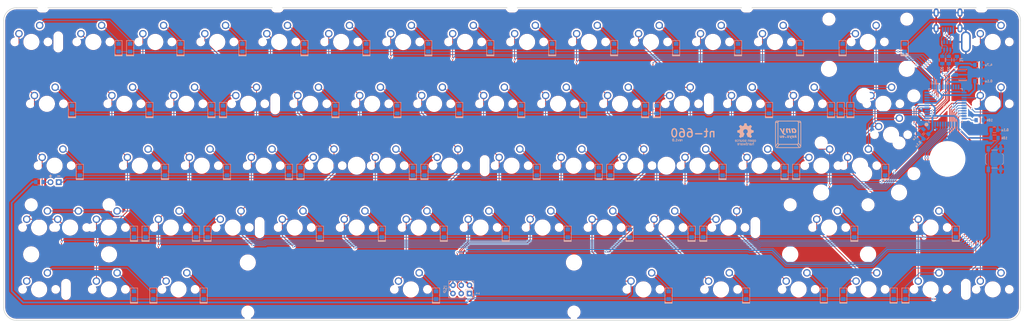
<source format=kicad_pcb>
(kicad_pcb (version 20200922) (generator pcbnew)
  (layers (0 "F.Cu" signal) (31 "B.Cu" signal) (34 "B.Paste" user) (35 "F.Paste" user) (36 "B.SilkS" user "B.Silkscreen") (37 "F.SilkS" user "F.Silkscreen") (38 "B.Mask" user) (39 "F.Mask" user) (44 "Edge.Cuts" user))
  (net 0 "")
  (net 1 "GND")
  (net 2 "Net-(C101-Pad1)")
  (net 3 "VCC")
  (net 4 "Net-(D1-Pad2)")
  (net 5 "Net-(D2-Pad2)")
  (net 6 "Net-(D3-Pad2)")
  (net 7 "Net-(D4-Pad2)")
  (net 8 "Net-(D5-Pad2)")
  (net 9 "Net-(D6-Pad2)")
  (net 10 "Net-(D7-Pad2)")
  (net 11 "Net-(D8-Pad2)")
  (net 12 "Net-(D9-Pad2)")
  (net 13 "Net-(D10-Pad2)")
  (net 14 "Net-(D11-Pad2)")
  (net 15 "Net-(D12-Pad2)")
  (net 16 "Net-(D13-Pad2)")
  (net 17 "Net-(D14-Pad2)")
  (net 18 "Net-(D15-Pad2)")
  (net 19 "row1")
  (net 20 "Net-(D16-Pad2)")
  (net 21 "Net-(D17-Pad2)")
  (net 22 "Net-(D18-Pad2)")
  (net 23 "Net-(D19-Pad2)")
  (net 24 "Net-(D20-Pad2)")
  (net 25 "Net-(D21-Pad2)")
  (net 26 "Net-(D22-Pad2)")
  (net 27 "Net-(D23-Pad2)")
  (net 28 "Net-(D24-Pad2)")
  (net 29 "Net-(D25-Pad2)")
  (net 30 "Net-(D26-Pad2)")
  (net 31 "Net-(D27-Pad2)")
  (net 32 "Net-(D28-Pad2)")
  (net 33 "Net-(D29-Pad2)")
  (net 34 "Net-(D30-Pad2)")
  (net 35 "row2")
  (net 36 "Net-(D31-Pad2)")
  (net 37 "Net-(D32-Pad2)")
  (net 38 "Net-(D33-Pad2)")
  (net 39 "Net-(D34-Pad2)")
  (net 40 "Net-(D35-Pad2)")
  (net 41 "Net-(D36-Pad2)")
  (net 42 "Net-(D37-Pad2)")
  (net 43 "Net-(D38-Pad2)")
  (net 44 "Net-(D39-Pad2)")
  (net 45 "Net-(D40-Pad2)")
  (net 46 "Net-(D41-Pad2)")
  (net 47 "Net-(D42-Pad2)")
  (net 48 "Net-(D43-Pad2)")
  (net 49 "Net-(D44-Pad2)")
  (net 50 "row3")
  (net 51 "Net-(D46-Pad2)")
  (net 52 "Net-(D47-Pad2)")
  (net 53 "Net-(D48-Pad2)")
  (net 54 "Net-(D49-Pad2)")
  (net 55 "Net-(D50-Pad2)")
  (net 56 "Net-(D51-Pad2)")
  (net 57 "Net-(D52-Pad2)")
  (net 58 "Net-(D53-Pad2)")
  (net 59 "Net-(D54-Pad2)")
  (net 60 "Net-(D55-Pad2)")
  (net 61 "Net-(D56-Pad2)")
  (net 62 "Net-(D57-Pad2)")
  (net 63 "Net-(D58-Pad2)")
  (net 64 "Net-(D59-Pad2)")
  (net 65 "row4")
  (net 66 "Net-(D61-Pad2)")
  (net 67 "Net-(D62-Pad2)")
  (net 68 "Net-(D63-Pad2)")
  (net 69 "Net-(D67-Pad2)")
  (net 70 "Net-(D70-Pad2)")
  (net 71 "Net-(D71-Pad2)")
  (net 72 "Net-(D72-Pad2)")
  (net 73 "Net-(D73-Pad2)")
  (net 74 "Net-(D74-Pad2)")
  (net 75 "Net-(D75-Pad2)")
  (net 76 "VUSB")
  (net 77 "D-")
  (net 78 "D+")
  (net 79 "RST")
  (net 80 "MOSI")
  (net 81 "SCK")
  (net 82 "MISO")
  (net 83 "col0")
  (net 84 "col1")
  (net 85 "col2")
  (net 86 "col3")
  (net 87 "col4")
  (net 88 "col5")
  (net 89 "col6")
  (net 90 "col10")
  (net 91 "col11")
  (net 92 "col12")
  (net 93 "col13")
  (net 94 "col14")
  (net 95 "Net-(R101-Pad2)")
  (net 96 "Net-(R101-Pad1)")
  (net 97 "Net-(R102-Pad2)")
  (net 98 "Net-(R102-Pad1)")
  (net 99 "Net-(U1-Pad17)")
  (net 100 "Net-(U1-Pad16)")
  (net 101 "row0")
  (net 102 "Net-(L1-Pad1)")
  (net 103 "Net-(L1-Pad2)")
  (net 104 "Net-(R104-Pad2)")
  (module "Keeb_switches:CHERRY_PLATE_100H" (layer "F.Cu") (at 9.505 9.505)
    (fp_text reference "K1" hide)
    (fp_text value "KEYSW" hide)
    (pad "1" thru_hole circle (at 2.54 -5.08) (size 2.286 2.286) (drill 1.4986) (layers *.Cu *.Mask) (net 4 "Net-(D1-Pad2)"))
    (pad "2" thru_hole circle (at -3.81 -2.54) (size 2.286 2.286) (drill 1.4986) (layers *.Cu *.Mask) (net 83 "col0"))
    (pad "HOLE" np_thru_hole circle (at 5.08 0) (size 1.7018 1.7018) (drill 1.7018) (layers *.Cu *.Mask))
    (pad "HOLE" np_thru_hole circle (at 0 0) (size 3.9878 3.9878) (drill 3.9878) (layers *.Cu *.Mask))
    (pad "HOLE" np_thru_hole circle (at -5.08 0) (size 1.7018 1.7018) (drill 1.7018) (layers *.Cu *.Mask))
  )
  (module "Keeb_switches:CHERRY_PLATE_100H" (layer "F.Cu") (at 28.515 9.505)
    (fp_text reference "K2" hide)
    (fp_text value "KEYSW" hide)
    (pad "1" thru_hole circle (at 2.54 -5.08) (size 2.286 2.286) (drill 1.4986) (layers *.Cu *.Mask) (net 5 "Net-(D2-Pad2)"))
    (pad "2" thru_hole circle (at -3.81 -2.54) (size 2.286 2.286) (drill 1.4986) (layers *.Cu *.Mask) (net 84 "col1"))
    (pad "HOLE" np_thru_hole circle (at 5.08 0) (size 1.7018 1.7018) (drill 1.7018) (layers *.Cu *.Mask))
    (pad "HOLE" np_thru_hole circle (at 0 0) (size 3.9878 3.9878) (drill 3.9878) (layers *.Cu *.Mask))
    (pad "HOLE" np_thru_hole circle (at -5.08 0) (size 1.7018 1.7018) (drill 1.7018) (layers *.Cu *.Mask))
  )
  (module "Keeb_switches:CHERRY_PLATE_100H" (layer "F.Cu") (at 47.525 9.505)
    (fp_text reference "K3" hide)
    (fp_text value "KEYSW" hide)
    (pad "1" thru_hole circle (at 2.54 -5.08) (size 2.286 2.286) (drill 1.4986) (layers *.Cu *.Mask) (net 6 "Net-(D3-Pad2)"))
    (pad "2" thru_hole circle (at -3.81 -2.54) (size 2.286 2.286) (drill 1.4986) (layers *.Cu *.Mask) (net 85 "col2"))
    (pad "HOLE" np_thru_hole circle (at 5.08 0) (size 1.7018 1.7018) (drill 1.7018) (layers *.Cu *.Mask))
    (pad "HOLE" np_thru_hole circle (at 0 0) (size 3.9878 3.9878) (drill 3.9878) (layers *.Cu *.Mask))
    (pad "HOLE" np_thru_hole circle (at -5.08 0) (size 1.7018 1.7018) (drill 1.7018) (layers *.Cu *.Mask))
  )
  (module "Keeb_switches:CHERRY_PLATE_100H" (layer "F.Cu") (at 66.535 9.505)
    (fp_text reference "K4" hide)
    (fp_text value "KEYSW" hide)
    (pad "1" thru_hole circle (at 2.54 -5.08) (size 2.286 2.286) (drill 1.4986) (layers *.Cu *.Mask) (net 7 "Net-(D4-Pad2)"))
    (pad "2" thru_hole circle (at -3.81 -2.54) (size 2.286 2.286) (drill 1.4986) (layers *.Cu *.Mask) (net 86 "col3"))
    (pad "HOLE" np_thru_hole circle (at 5.08 0) (size 1.7018 1.7018) (drill 1.7018) (layers *.Cu *.Mask))
    (pad "HOLE" np_thru_hole circle (at 0 0) (size 3.9878 3.9878) (drill 3.9878) (layers *.Cu *.Mask))
    (pad "HOLE" np_thru_hole circle (at -5.08 0) (size 1.7018 1.7018) (drill 1.7018) (layers *.Cu *.Mask))
  )
  (module "Keeb_switches:CHERRY_PLATE_100H" (layer "F.Cu") (at 85.545 9.505)
    (fp_text reference "K5" hide)
    (fp_text value "KEYSW" hide)
    (pad "1" thru_hole circle (at 2.54 -5.08) (size 2.286 2.286) (drill 1.4986) (layers *.Cu *.Mask) (net 8 "Net-(D5-Pad2)"))
    (pad "2" thru_hole circle (at -3.81 -2.54) (size 2.286 2.286) (drill 1.4986) (layers *.Cu *.Mask) (net 87 "col4"))
    (pad "HOLE" np_thru_hole circle (at 5.08 0) (size 1.7018 1.7018) (drill 1.7018) (layers *.Cu *.Mask))
    (pad "HOLE" np_thru_hole circle (at 0 0) (size 3.9878 3.9878) (drill 3.9878) (layers *.Cu *.Mask))
    (pad "HOLE" np_thru_hole circle (at -5.08 0) (size 1.7018 1.7018) (drill 1.7018) (layers *.Cu *.Mask))
  )
  (module "Keeb_switches:CHERRY_PLATE_100H" (layer "F.Cu") (at 104.555 9.505)
    (fp_text reference "K6" hide)
    (fp_text value "KEYSW" hide)
    (pad "1" thru_hole circle (at 2.54 -5.08) (size 2.286 2.286) (drill 1.4986) (layers *.Cu *.Mask) (net 9 "Net-(D6-Pad2)"))
    (pad "2" thru_hole circle (at -3.81 -2.54) (size 2.286 2.286) (drill 1.4986) (layers *.Cu *.Mask) (net 88 "col5"))
    (pad "HOLE" np_thru_hole circle (at 5.08 0) (size 1.7018 1.7018) (drill 1.7018) (layers *.Cu *.Mask))
    (pad "HOLE" np_thru_hole circle (at 0 0) (size 3.9878 3.9878) (drill 3.9878) (layers *.Cu *.Mask))
    (pad "HOLE" np_thru_hole circle (at -5.08 0) (size 1.7018 1.7018) (drill 1.7018) (layers *.Cu *.Mask))
  )
  (module "Keeb_switches:CHERRY_PLATE_100H" (layer "F.Cu") (at 123.565 9.505)
    (fp_text reference "K7" hide)
    (fp_text value "KEYSW" hide)
    (pad "1" thru_hole circle (at 2.54 -5.08) (size 2.286 2.286) (drill 1.4986) (layers *.Cu *.Mask) (net 10 "Net-(D7-Pad2)"))
    (pad "2" thru_hole circle (at -3.81 -2.54) (size 2.286 2.286) (drill 1.4986) (layers *.Cu *.Mask) (net 89 "col6"))
    (pad "HOLE" np_thru_hole circle (at 5.08 0) (size 1.7018 1.7018) (drill 1.7018) (layers *.Cu *.Mask))
    (pad "HOLE" np_thru_hole circle (at 0 0) (size 3.9878 3.9878) (drill 3.9878) (layers *.Cu *.Mask))
    (pad "HOLE" np_thru_hole circle (at -5.08 0) (size 1.7018 1.7018) (drill 1.7018) (layers *.Cu *.Mask))
  )
  (module "Keeb_switches:CHERRY_PLATE_100H" (layer "F.Cu") (at 142.575 9.505)
    (fp_text reference "K8" hide)
    (fp_text value "KEYSW" hide)
    (pad "1" thru_hole circle (at 2.54 -5.08) (size 2.286 2.286) (drill 1.4986) (layers *.Cu *.Mask) (net 11 "Net-(D8-Pad2)"))
    (pad "2" thru_hole circle (at -3.81 -2.54) (size 2.286 2.286) (drill 1.4986) (layers *.Cu *.Mask) (net 81 "SCK"))
    (pad "HOLE" np_thru_hole circle (at 5.08 0) (size 1.7018 1.7018) (drill 1.7018) (layers *.Cu *.Mask))
    (pad "HOLE" np_thru_hole circle (at 0 0) (size 3.9878 3.9878) (drill 3.9878) (layers *.Cu *.Mask))
    (pad "HOLE" np_thru_hole circle (at -5.08 0) (size 1.7018 1.7018) (drill 1.7018) (layers *.Cu *.Mask))
  )
  (module "Keeb_switches:CHERRY_PLATE_100H" (layer "F.Cu") (at 161.585 9.505)
    (fp_text reference "K9" hide)
    (fp_text value "KEYSW" hide)
    (pad "1" thru_hole circle (at 2.54 -5.08) (size 2.286 2.286) (drill 1.4986) (layers *.Cu *.Mask) (net 12 "Net-(D9-Pad2)"))
    (pad "2" thru_hole circle (at -3.81 -2.54) (size 2.286 2.286) (drill 1.4986) (layers *.Cu *.Mask) (net 80 "MOSI"))
    (pad "HOLE" np_thru_hole circle (at 5.08 0) (size 1.7018 1.7018) (drill 1.7018) (layers *.Cu *.Mask))
    (pad "HOLE" np_thru_hole circle (at 0 0) (size 3.9878 3.9878) (drill 3.9878) (layers *.Cu *.Mask))
    (pad "HOLE" np_thru_hole circle (at -5.08 0) (size 1.7018 1.7018) (drill 1.7018) (layers *.Cu *.Mask))
  )
  (module "Keeb_switches:CHERRY_PLATE_100H" (layer "F.Cu") (at 180.595 9.505)
    (fp_text reference "K10" hide)
    (fp_text value "KEYSW" hide)
    (pad "1" thru_hole circle (at 2.54 -5.08) (size 2.286 2.286) (drill 1.4986) (layers *.Cu *.Mask) (net 13 "Net-(D10-Pad2)"))
    (pad "2" thru_hole circle (at -3.81 -2.54) (size 2.286 2.286) (drill 1.4986) (layers *.Cu *.Mask) (net 82 "MISO"))
    (pad "HOLE" np_thru_hole circle (at 5.08 0) (size 1.7018 1.7018) (drill 1.7018) (layers *.Cu *.Mask))
    (pad "HOLE" np_thru_hole circle (at 0 0) (size 3.9878 3.9878) (drill 3.9878) (layers *.Cu *.Mask))
    (pad "HOLE" np_thru_hole circle (at -5.08 0) (size 1.7018 1.7018) (drill 1.7018) (layers *.Cu *.Mask))
  )
  (module "Keeb_switches:CHERRY_PLATE_100H" (layer "F.Cu") (at 199.605 9.505)
    (fp_text reference "K11" hide)
    (fp_text value "KEYSW" hide)
    (pad "1" thru_hole circle (at 2.54 -5.08) (size 2.286 2.286) (drill 1.4986) (layers *.Cu *.Mask) (net 14 "Net-(D11-Pad2)"))
    (pad "2" thru_hole circle (at -3.81 -2.54) (size 2.286 2.286) (drill 1.4986) (layers *.Cu *.Mask) (net 90 "col10"))
    (pad "HOLE" np_thru_hole circle (at 5.08 0) (size 1.7018 1.7018) (drill 1.7018) (layers *.Cu *.Mask))
    (pad "HOLE" np_thru_hole circle (at 0 0) (size 3.9878 3.9878) (drill 3.9878) (layers *.Cu *.Mask))
    (pad "HOLE" np_thru_hole circle (at -5.08 0) (size 1.7018 1.7018) (drill 1.7018) (layers *.Cu *.Mask))
  )
  (module "Keeb_switches:CHERRY_PLATE_100H" (layer "F.Cu") (at 218.615 9.505)
    (fp_text reference "K12" hide)
    (fp_text value "KEYSW" hide)
    (pad "1" thru_hole circle (at 2.54 -5.08) (size 2.286 2.286) (drill 1.4986) (layers *.Cu *.Mask) (net 15 "Net-(D12-Pad2)"))
    (pad "2" thru_hole circle (at -3.81 -2.54) (size 2.286 2.286) (drill 1.4986) (layers *.Cu *.Mask) (net 91 "col11"))
    (pad "HOLE" np_thru_hole circle (at 5.08 0) (size 1.7018 1.7018) (drill 1.7018) (layers *.Cu *.Mask))
    (pad "HOLE" np_thru_hole circle (at 0 0) (size 3.9878 3.9878) (drill 3.9878) (layers *.Cu *.Mask))
    (pad "HOLE" np_thru_hole circle (at -5.08 0) (size 1.7018 1.7018) (drill 1.7018) (layers *.Cu *.Mask))
  )
  (module "Keeb_switches:CHERRY_PLATE_100H" (layer "F.Cu") (at 237.625 9.505)
    (fp_text reference "K13" hide)
    (fp_text value "KEYSW" hide)
    (pad "1" thru_hole circle (at 2.54 -5.08) (size 2.286 2.286) (drill 1.4986) (layers *.Cu *.Mask) (net 16 "Net-(D13-Pad2)"))
    (pad "2" thru_hole circle (at -3.81 -2.54) (size 2.286 2.286) (drill 1.4986) (layers *.Cu *.Mask) (net 92 "col12"))
    (pad "HOLE" np_thru_hole circle (at 5.08 0) (size 1.7018 1.7018) (drill 1.7018) (layers *.Cu *.Mask))
    (pad "HOLE" np_thru_hole circle (at 0 0) (size 3.9878 3.9878) (drill 3.9878) (layers *.Cu *.Mask))
    (pad "HOLE" np_thru_hole circle (at -5.08 0) (size 1.7018 1.7018) (drill 1.7018) (layers *.Cu *.Mask))
  )
  (module "Keeb_switches:CHERRY_PLATE_100H" (layer "F.Cu") (at 304.46 9.505)
    (fp_text reference "K15" hide)
    (fp_text value "KEYSW" hide)
    (pad "1" thru_hole circle (at 2.54 -5.08) (size 2.286 2.286) (drill 1.4986) (layers *.Cu *.Mask) (net 18 "Net-(D15-Pad2)"))
    (pad "2" thru_hole circle (at -3.81 -2.54) (size 2.286 2.286) (drill 1.4986) (layers *.Cu *.Mask) (net 94 "col14"))
    (pad "HOLE" np_thru_hole circle (at 5.08 0) (size 1.7018 1.7018) (drill 1.7018) (layers *.Cu *.Mask))
    (pad "HOLE" np_thru_hole circle (at 0 0) (size 3.9878 3.9878) (drill 3.9878) (layers *.Cu *.Mask))
    (pad "HOLE" np_thru_hole circle (at -5.08 0) (size 1.7018 1.7018) (drill 1.7018) (layers *.Cu *.Mask))
  )
  (module "Keeb_switches:CHERRY_PLATE_150H" (layer "F.Cu") (at 14.2575 28.515)
    (fp_text reference "K16" hide)
    (fp_text value "KEYSW" hide)
    (pad "1" thru_hole circle (at 2.54 -5.08) (size 2.286 2.286) (drill 1.4986) (layers *.Cu *.Mask) (net 20 "Net-(D16-Pad2)"))
    (pad "2" thru_hole circle (at -3.81 -2.54) (size 2.286 2.286) (drill 1.4986) (layers *.Cu *.Mask) (net 83 "col0"))
    (pad "HOLE" np_thru_hole circle (at 5.08 0) (size 1.7018 1.7018) (drill 1.7018) (layers *.Cu *.Mask))
    (pad "HOLE" np_thru_hole circle (at -5.08 0) (size 1.7018 1.7018) (drill 1.7018) (layers *.Cu *.Mask))
    (pad "HOLE" np_thru_hole circle (at 0 0) (size 3.9878 3.9878) (drill 3.9878) (layers *.Cu *.Mask))
  )
  (module "Keeb_switches:CHERRY_PLATE_100H" (layer "F.Cu") (at 38.02 28.515)
    (fp_text reference "K17" hide)
    (fp_text value "KEYSW" hide)
    (pad "1" thru_hole circle (at 2.54 -5.08) (size 2.286 2.286) (drill 1.4986) (layers *.Cu *.Mask) (net 21 "Net-(D17-Pad2)"))
    (pad "2" thru_hole circle (at -3.81 -2.54) (size 2.286 2.286) (drill 1.4986) (layers *.Cu *.Mask) (net 84 "col1"))
    (pad "HOLE" np_thru_hole circle (at 5.08 0) (size 1.7018 1.7018) (drill 1.7018) (layers *.Cu *.Mask))
    (pad "HOLE" np_thru_hole circle (at 0 0) (size 3.9878 3.9878) (drill 3.9878) (layers *.Cu *.Mask))
    (pad "HOLE" np_thru_hole circle (at -5.08 0) (size 1.7018 1.7018) (drill 1.7018) (layers *.Cu *.Mask))
  )
  (module "Keeb_switches:CHERRY_PLATE_100H" (layer "F.Cu") (at 57.03 28.515)
    (fp_text reference "K18" hide)
    (fp_text value "KEYSW" hide)
    (pad "1" thru_hole circle (at 2.54 -5.08) (size 2.286 2.286) (drill 1.4986) (layers *.Cu *.Mask) (net 22 "Net-(D18-Pad2)"))
    (pad "2" thru_hole circle (at -3.81 -2.54) (size 2.286 2.286) (drill 1.4986) (layers *.Cu *.Mask) (net 85 "col2"))
    (pad "HOLE" np_thru_hole circle (at 5.08 0) (size 1.7018 1.7018) (drill 1.7018) (layers *.Cu *.Mask))
    (pad "HOLE" np_thru_hole circle (at 0 0) (size 3.9878 3.9878) (drill 3.9878) (layers *.Cu *.Mask))
    (pad "HOLE" np_thru_hole circle (at -5.08 0) (size 1.7018 1.7018) (drill 1.7018) (layers *.Cu *.Mask))
  )
  (module "Keeb_switches:CHERRY_PLATE_100H" (layer "F.Cu") (at 76.04 28.515)
    (fp_text reference "K19" hide)
    (fp_text value "KEYSW" hide)
    (pad "1" thru_hole circle (at 2.54 -5.08) (size 2.286 2.286) (drill 1.4986) (layers *.Cu *.Mask) (net 86 "col3"))
    (pad "2" thru_hole circle (at -3.81 -2.54) (size 2.286 2.286) (drill 1.4986) (layers *.Cu *.Mask) (net 23 "Net-(D19-Pad2)"))
    (pad "HOLE" np_thru_hole circle (at 5.08 0) (size 1.7018 1.7018) (drill 1.7018) (layers *.Cu *.Mask))
    (pad "HOLE" np_thru_hole circle (at 0 0) (size 3.9878 3.9878) (drill 3.9878) (layers *.Cu *.Mask))
    (pad "HOLE" np_thru_hole circle (at -5.08 0) (size 1.7018 1.7018) (drill 1.7018) (layers *.Cu *.Mask))
  )
  (module "Keeb_switches:CHERRY_PLATE_100H" (layer "F.Cu") (at 95.05 28.515)
    (fp_text reference "K20" hide)
    (fp_text value "KEYSW" hide)
    (pad "1" thru_hole circle (at 2.54 -5.08) (size 2.286 2.286) (drill 1.4986) (layers *.Cu *.Mask) (net 24 "Net-(D20-Pad2)"))
    (pad "2" thru_hole circle (at -3.81 -2.54) (size 2.286 2.286) (drill 1.4986) (layers *.Cu *.Mask) (net 87 "col4"))
    (pad "HOLE" np_thru_hole circle (at 5.08 0) (size 1.7018 1.7018) (drill 1.7018) (layers *.Cu *.Mask))
    (pad "HOLE" np_thru_hole circle (at 0 0) (size 3.9878 3.9878) (drill 3.9878) (layers *.Cu *.Mask))
    (pad "HOLE" np_thru_hole circle (at -5.08 0) (size 1.7018 1.7018) (drill 1.7018) (layers *.Cu *.Mask))
  )
  (module "Keeb_switches:CHERRY_PLATE_100H" (layer "F.Cu") (at 114.06 28.515)
    (fp_text reference "K21" hide)
    (fp_text value "KEYSW" hide)
    (pad "1" thru_hole circle (at 2.54 -5.08) (size 2.286 2.286) (drill 1.4986) (layers *.Cu *.Mask) (net 25 "Net-(D21-Pad2)"))
    (pad "2" thru_hole circle (at -3.81 -2.54) (size 2.286 2.286) (drill 1.4986) (layers *.Cu *.Mask) (net 88 "col5"))
    (pad "HOLE" np_thru_hole circle (at 5.08 0) (size 1.7018 1.7018) (drill 1.7018) (layers *.Cu *.Mask))
    (pad "HOLE" np_thru_hole circle (at 0 0) (size 3.9878 3.9878) (drill 3.9878) (layers *.Cu *.Mask))
    (pad "HOLE" np_thru_hole circle (at -5.08 0) (size 1.7018 1.7018) (drill 1.7018) (layers *.Cu *.Mask))
  )
  (module "Keeb_switches:CHERRY_PLATE_100H" (layer "F.Cu") (at 133.07 28.515)
    (fp_text reference "K22" hide)
    (fp_text value "KEYSW" hide)
    (pad "1" thru_hole circle (at 2.54 -5.08) (size 2.286 2.286) (drill 1.4986) (layers *.Cu *.Mask) (net 26 "Net-(D22-Pad2)"))
    (pad "2" thru_hole circle (at -3.81 -2.54) (size 2.286 2.286) (drill 1.4986) (layers *.Cu *.Mask) (net 89 "col6"))
    (pad "HOLE" np_thru_hole circle (at 5.08 0) (size 1.7018 1.7018) (drill 1.7018) (layers *.Cu *.Mask))
    (pad "HOLE" np_thru_hole circle (at 0 0) (size 3.9878 3.9878) (drill 3.9878) (layers *.Cu *.Mask))
    (pad "HOLE" np_thru_hole circle (at -5.08 0) (size 1.7018 1.7018) (drill 1.7018) (layers *.Cu *.Mask))
  )
  (module "Keeb_switches:CHERRY_PLATE_100H" (layer "F.Cu") (at 152.08 28.515)
    (fp_text reference "K23" hide)
    (fp_text value "KEYSW" hide)
    (pad "1" thru_hole circle (at 2.54 -5.08) (size 2.286 2.286) (drill 1.4986) (layers *.Cu *.Mask) (net 27 "Net-(D23-Pad2)"))
    (pad "2" thru_hole circle (at -3.81 -2.54) (size 2.286 2.286) (drill 1.4986) (layers *.Cu *.Mask) (net 81 "SCK"))
    (pad "HOLE" np_thru_hole circle (at 5.08 0) (size 1.7018 1.7018) (drill 1.7018) (layers *.Cu *.Mask))
    (pad "HOLE" np_thru_hole circle (at 0 0) (size 3.9878 3.9878) (drill 3.9878) (layers *.Cu *.Mask))
    (pad "HOLE" np_thru_hole circle (at -5.08 0) (size 1.7018 1.7018) (drill 1.7018) (layers *.Cu *.Mask))
  )
  (module "Keeb_switches:CHERRY_PLATE_100H" (layer "F.Cu") (at 171.09 28.515)
    (fp_text reference "K24" hide)
    (fp_text value "KEYSW" hide)
    (pad "1" thru_hole circle (at 2.54 -5.08) (size 2.286 2.286) (drill 1.4986) (layers *.Cu *.Mask) (net 28 "Net-(D24-Pad2)"))
    (pad "2" thru_hole circle (at -3.81 -2.54) (size 2.286 2.286) (drill 1.4986) (layers *.Cu *.Mask) (net 80 "MOSI"))
    (pad "HOLE" np_thru_hole circle (at 5.08 0) (size 1.7018 1.7018) (drill 1.7018) (layers *.Cu *.Mask))
    (pad "HOLE" np_thru_hole circle (at 0 0) (size 3.9878 3.9878) (drill 3.9878) (layers *.Cu *.Mask))
    (pad "HOLE" np_thru_hole circle (at -5.08 0) (size 1.7018 1.7018) (drill 1.7018) (layers *.Cu *.Mask))
  )
  (module "Keeb_switches:CHERRY_PLATE_100H" (layer "F.Cu") (at 190.1 28.515)
    (fp_text reference "K25" hide)
    (fp_text value "KEYSW" hide)
    (pad "1" thru_hole circle (at 2.54 -5.08) (size 2.286 2.286) (drill 1.4986) (layers *.Cu *.Mask) (net 29 "Net-(D25-Pad2)"))
    (pad "2" thru_hole circle (at -3.81 -2.54) (size 2.286 2.286) (drill 1.4986) (layers *.Cu *.Mask) (net 82 "MISO"))
    (pad "HOLE" np_thru_hole circle (at 5.08 0) (size 1.7018 1.7018) (drill 1.7018) (layers *.Cu *.Mask))
    (pad "HOLE" np_thru_hole circle (at 0 0) (size 3.9878 3.9878) (drill 3.9878) (layers *.Cu *.Mask))
    (pad "HOLE" np_thru_hole circle (at -5.08 0) (size 1.7018 1.7018) (drill 1.7018) (layers *.Cu *.Mask))
  )
  (module "Keeb_switches:CHERRY_PLATE_100H" (layer "F.Cu") (at 209.11 28.515)
    (fp_text reference "K26" hide)
    (fp_text value "KEYSW" hide)
    (pad "1" thru_hole circle (at 2.54 -5.08) (size 2.286 2.286) (drill 1.4986) (layers *.Cu *.Mask) (net 90 "col10"))
    (pad "2" thru_hole circle (at -3.81 -2.54) (size 2.286 2.286) (drill 1.4986) (layers *.Cu *.Mask) (net 30 "Net-(D26-Pad2)"))
    (pad "HOLE" np_thru_hole circle (at 5.08 0) (size 1.7018 1.7018) (drill 1.7018) (layers *.Cu *.Mask))
    (pad "HOLE" np_thru_hole circle (at 0 0) (size 3.9878 3.9878) (drill 3.9878) (layers *.Cu *.Mask))
    (pad "HOLE" np_thru_hole circle (at -5.08 0) (size 1.7018 1.7018) (drill 1.7018) (layers *.Cu *.Mask))
  )
  (module "Keeb_switches:CHERRY_PLATE_100H" (layer "F.Cu") (at 228.12 28.515)
    (fp_text reference "K27" hide)
    (fp_text value "KEYSW" hide)
    (pad "1" thru_hole circle (at 2.54 -5.08) (size 2.286 2.286) (drill 1.4986) (layers *.Cu *.Mask) (net 31 "Net-(D27-Pad2)"))
    (pad "2" thru_hole circle (at -3.81 -2.54) (size 2.286 2.286) (drill 1.4986) (layers *.Cu *.Mask) (net 91 "col11"))
    (pad "HOLE" np_thru_hole circle (at 5.08 0) (size 1.7018 1.7018) (drill 1.7018) (layers *.Cu *.Mask))
    (pad "HOLE" np_thru_hole circle (at 0 0) (size 3.9878 3.9878) (drill 3.9878) (layers *.Cu *.Mask))
    (pad "HOLE" np_thru_hole circle (at -5.08 0) (size 1.7018 1.7018) (drill 1.7018) (layers *.Cu *.Mask))
  )
  (module "Keeb_switches:CHERRY_PLATE_100H" (layer "F.Cu") (at 247.13 28.515)
    (fp_text reference "K28" hide)
    (fp_text value "KEYSW" hide)
    (pad "1" thru_hole circle (at 2.54 -5.08) (size 2.286 2.286) (drill 1.4986) (layers *.Cu *.Mask) (net 32 "Net-(D28-Pad2)"))
    (pad "2" thru_hole circle (at -3.81 -2.54) (size 2.286 2.286) (drill 1.4986) (layers *.Cu *.Mask) (net 92 "col12"))
    (pad "HOLE" np_thru_hole circle (at 5.08 0) (size 1.7018 1.7018) (drill 1.7018) (layers *.Cu *.Mask))
    (pad "HOLE" np_thru_hole circle (at 0 0) (size 3.9878 3.9878) (drill 3.9878) (layers *.Cu *.Mask))
    (pad "HOLE" np_thru_hole circle (at -5.08 0) (size 1.7018 1.7018) (drill 1.7018) (layers *.Cu *.Mask))
  )
  (module "Keeb_switches:CHERRY_PLATE_100H" (layer "F.Cu") (at 304.46 28.515)
    (fp_text reference "K30" hide)
    (fp_text value "KEYSW" hide)
    (pad "1" thru_hole circle (at 2.54 -5.08) (size 2.286 2.286) (drill 1.4986) (layers *.Cu *.Mask) (net 34 "Net-(D30-Pad2)"))
    (pad "2" thru_hole circle (at -3.81 -2.54) (size 2.286 2.286) (drill 1.4986) (layers *.Cu *.Mask) (net 94 "col14"))
    (pad "HOLE" np_thru_hole circle (at 5.08 0) (size 1.7018 1.7018) (drill 1.7018) (layers *.Cu *.Mask))
    (pad "HOLE" np_thru_hole circle (at 0 0) (size 3.9878 3.9878) (drill 3.9878) (layers *.Cu *.Mask))
    (pad "HOLE" np_thru_hole circle (at -5.08 0) (size 1.7018 1.7018) (drill 1.7018) (layers *.Cu *.Mask))
  )
  (module "Keeb_switches:CHERRY_PLATE_175H" (layer "F.Cu") (at 16.63375 47.525)
    (fp_text reference "K31" hide)
    (fp_text value "KEYSW" hide)
    (pad "1" thru_hole circle (at 2.54 -5.08) (size 2.286 2.286) (drill 1.4986) (layers *.Cu *.Mask) (net 36 "Net-(D31-Pad2)"))
    (pad "2" thru_hole circle (at -3.81 -2.54) (size 2.286 2.286) (drill 1.4986) (layers *.Cu *.Mask) (net 83 "col0"))
    (pad "HOLE" np_thru_hole circle (at 0 0) (size 3.9878 3.9878) (drill 3.9878) (layers *.Cu *.Mask))
    (pad "HOLE" np_thru_hole circle (at -5.08 0) (size 1.7018 1.7018) (drill 1.7018) (layers *.Cu *.Mask))
    (pad "HOLE" np_thru_hole circle (at 5.08 0) (size 1.7018 1.7018) (drill 1.7018) (layers *.Cu *.Mask))
  )
  (module "Keeb_switches:CHERRY_PLATE_100H" (layer "F.Cu") (at 42.7725 47.525)
    (fp_text reference "K32" hide)
    (fp_text value "KEYSW" hide)
    (pad "1" thru_hole circle (at 2.54 -5.08) (size 2.286 2.286) (drill 1.4986) (layers *.Cu *.Mask) (net 37 "Net-(D32-Pad2)"))
    (pad "2" thru_hole circle (at -3.81 -2.54) (size 2.286 2.286) (drill 1.4986) (layers *.Cu *.Mask) (net 84 "col1"))
    (pad "HOLE" np_thru_hole circle (at 5.08 0) (size 1.7018 1.7018) (drill 1.7018) (layers *.Cu *.Mask))
    (pad "HOLE" np_thru_hole circle (at 0 0) (size 3.9878 3.9878) (drill 3.9878) (layers *.Cu *.Mask))
    (pad "HOLE" np_thru_hole circle (at -5.08 0) (size 1.7018 1.7018) (drill 1.7018) (layers *.Cu *.Mask))
  )
  (module "Keeb_switches:CHERRY_PLATE_100H" (layer "F.Cu") (at 61.7825 47.525)
    (fp_text reference "K33" hide)
    (fp_text value "KEYSW" hide)
    (pad "1" thru_hole circle (at 2.54 -5.08) (size 2.286 2.286) (drill 1.4986) (layers *.Cu *.Mask) (net 38 "Net-(D33-Pad2)"))
    (pad "2" thru_hole circle (at -3.81 -2.54) (size 2.286 2.286) (drill 1.4986) (layers *.Cu *.Mask) (net 85 "col2"))
    (pad "HOLE" np_thru_hole circle (at 5.08 0) (size 1.7018 1.7018) (drill 1.7018) (layers *.Cu *.Mask))
    (pad "HOLE" np_thru_hole circle (at 0 0) (size 3.9878 3.9878) (drill 3.9878) (layers *.Cu *.Mask))
    (pad "HOLE" np_thru_hole circle (at -5.08 0) (size 1.7018 1.7018) (drill 1.7018) (layers *.Cu *.Mask))
  )
  (module "Keeb_switches:CHERRY_PLATE_100H" (layer "F.Cu") (at 80.7925 47.525)
    (fp_text reference "K34" hide)
    (fp_text value "KEYSW" hide)
    (pad "1" thru_hole circle (at 2.54 -5.08) (size 2.286 2.286) (drill 1.4986) (layers *.Cu *.Mask) (net 39 "Net-(D34-Pad2)"))
    (pad "2" thru_hole circle (at -3.81 -2.54) (size 2.286 2.286) (drill 1.4986) (layers *.Cu *.Mask) (net 86 "col3"))
    (pad "HOLE" np_thru_hole circle (at 5.08 0) (size 1.7018 1.7018) (drill 1.7018) (layers *.Cu *.Mask))
    (pad "HOLE" np_thru_hole circle (at 0 0) (size 3.9878 3.9878) (drill 3.9878) (layers *.Cu *.Mask))
    (pad "HOLE" np_thru_hole circle (at -5.08 0) (size 1.7018 1.7018) (drill 1.7018) (layers *.Cu *.Mask))
  )
  (module "Keeb_switches:CHERRY_PLATE_100H" (layer "F.Cu") (at 99.8025 47.525)
    (fp_text reference "K35" hide)
    (fp_text value "KEYSW" hide)
    (pad "1" thru_hole circle (at 2.54 -5.08) (size 2.286 2.286) (drill 1.4986) (layers *.Cu *.Mask) (net 87 "col4"))
    (pad "2" thru_hole circle (at -3.81 -2.54) (size 2.286 2.286) (drill 1.4986) (layers *.Cu *.Mask) (net 40 "Net-(D35-Pad2)"))
    (pad "HOLE" np_thru_hole circle (at 5.08 0) (size 1.7018 1.7018) (drill 1.7018) (layers *.Cu *.Mask))
    (pad "HOLE" np_thru_hole circle (at 0 0) (size 3.9878 3.9878) (drill 3.9878) (layers *.Cu *.Mask))
    (pad "HOLE" np_thru_hole circle (at -5.08 0) (size 1.7018 1.7018) (drill 1.7018) (layers *.Cu *.Mask))
  )
  (module "Keeb_switches:CHERRY_PLATE_100H" (layer "F.Cu") (at 118.8125 47.525)
    (fp_text reference "K36" hide)
    (fp_text value "KEYSW" hide)
    (pad "1" thru_hole circle (at 2.54 -5.08) (size 2.286 2.286) (drill 1.4986) (layers *.Cu *.Mask) (net 41 "Net-(D36-Pad2)"))
    (pad "2" thru_hole circle (at -3.81 -2.54) (size 2.286 2.286) (drill 1.4986) (layers *.Cu *.Mask) (net 88 "col5"))
    (pad "HOLE" np_thru_hole circle (at 5.08 0) (size 1.7018 1.7018) (drill 1.7018) (layers *.Cu *.Mask))
    (pad "HOLE" np_thru_hole circle (at 0 0) (size 3.9878 3.9878) (drill 3.9878) (layers *.Cu *.Mask))
    (pad "HOLE" np_thru_hole circle (at -5.08 0) (size 1.7018 1.7018) (drill 1.7018) (layers *.Cu *.Mask))
  )
  (module "Keeb_switches:CHERRY_PLATE_100H" (layer "F.Cu") (at 137.8225 47.525)
    (fp_text reference "K37" hide)
    (fp_text value "KEYSW" hide)
    (pad "1" thru_hole circle (at 2.54 -5.08) (size 2.286 2.286) (drill 1.4986) (layers *.Cu *.Mask) (net 89 "col6"))
    (pad "2" thru_hole circle (at -3.81 -2.54) (size 2.286 2.286) (drill 1.4986) (layers *.Cu *.Mask) (net 42 "Net-(D37-Pad2)"))
    (pad "HOLE" np_thru_hole circle (at 5.08 0) (size 1.7018 1.7018) (drill 1.7018) (layers *.Cu *.Mask))
    (pad "HOLE" np_thru_hole circle (at 0 0) (size 3.9878 3.9878) (drill 3.9878) (layers *.Cu *.Mask))
    (pad "HOLE" np_thru_hole circle (at -5.08 0) (size 1.7018 1.7018) (drill 1.7018) (layers *.Cu *.Mask))
  )
  (module "Keeb_switches:CHERRY_PLATE_100H" (layer "F.Cu") (at 156.8325 47.525)
    (fp_text reference "K38" hide)
    (fp_text value "KEYSW" hide)
    (pad "1" thru_hole circle (at 2.54 -5.08) (size 2.286 2.286) (drill 1.4986) (layers *.Cu *.Mask) (net 43 "Net-(D38-Pad2)"))
    (pad "2" thru_hole circle (at -3.81 -2.54) (size 2.286 2.286) (drill 1.4986) (layers *.Cu *.Mask) (net 81 "SCK"))
    (pad "HOLE" np_thru_hole circle (at 5.08 0) (size 1.7018 1.7018) (drill 1.7018) (layers *.Cu *.Mask))
    (pad "HOLE" np_thru_hole circle (at 0 0) (size 3.9878 3.9878) (drill 3.9878) (layers *.Cu *.Mask))
    (pad "HOLE" np_thru_hole circle (at -5.08 0) (size 1.7018 1.7018) (drill 1.7018) (layers *.Cu *.Mask))
  )
  (module "Keeb_switches:CHERRY_PLATE_100H" (layer "F.Cu") (at 175.8425 47.525)
    (fp_text reference "K39" hide)
    (fp_text value "KEYSW" hide)
    (pad "1" thru_hole circle (at 2.54 -5.08) (size 2.286 2.286) (drill 1.4986) (layers *.Cu *.Mask) (net 44 "Net-(D39-Pad2)"))
    (pad "2" thru_hole circle (at -3.81 -2.54) (size 2.286 2.286) (drill 1.4986) (layers *.Cu *.Mask) (net 80 "MOSI"))
    (pad "HOLE" np_thru_hole circle (at 5.08 0) (size 1.7018 1.7018) (drill 1.7018) (layers *.Cu *.Mask))
    (pad "HOLE" np_thru_hole circle (at 0 0) (size 3.9878 3.9878) (drill 3.9878) (layers *.Cu *.Mask))
    (pad "HOLE" np_thru_hole circle (at -5.08 0) (size 1.7018 1.7018) (drill 1.7018) (layers *.Cu *.Mask))
  )
  (module "Keeb_switches:CHERRY_PLATE_100H" (layer "F.Cu") (at 194.8525 47.525)
    (fp_text reference "K40" hide)
    (fp_text value "KEYSW" hide)
    (pad "1" thru_hole circle (at 2.54 -5.08) (size 2.286 2.286) (drill 1.4986) (layers *.Cu *.Mask) (net 82 "MISO"))
    (pad "2" thru_hole circle (at -3.81 -2.54) (size 2.286 2.286) (drill 1.4986) (layers *.Cu *.Mask) (net 45 "Net-(D40-Pad2)"))
    (pad "HOLE" np_thru_hole circle (at 5.08 0) (size 1.7018 1.7018) (drill 1.7018) (layers *.Cu *.Mask))
    (pad "HOLE" np_thru_hole circle (at 0 0) (size 3.9878 3.9878) (drill 3.9878) (layers *.Cu *.Mask))
    (pad "HOLE" np_thru_hole circle (at -5.08 0) (size 1.7018 1.7018) (drill 1.7018) (layers *.Cu *.Mask))
  )
  (module "Keeb_switches:CHERRY_PLATE_100H" (layer "F.Cu") (at 213.8625 47.525)
    (fp_text reference "K41" hide)
    (fp_text value "KEYSW" hide)
    (pad "1" thru_hole circle (at 2.54 -5.08) (size 2.286 2.286) (drill 1.4986) (layers *.Cu *.Mask) (net 46 "Net-(D41-Pad2)"))
    (pad "2" thru_hole circle (at -3.81 -2.54) (size 2.286 2.286) (drill 1.4986) (layers *.Cu *.Mask) (net 90 "col10"))
    (pad "HOLE" np_thru_hole circle (at 5.08 0) (size 1.7018 1.7018) (drill 1.7018) (layers *.Cu *.Mask))
    (pad "HOLE" np_thru_hole circle (at 0 0) (size 3.9878 3.9878) (drill 3.9878) (layers *.Cu *.Mask))
    (pad "HOLE" np_thru_hole circle (at -5.08 0) (size 1.7018 1.7018) (drill 1.7018) (layers *.Cu *.Mask))
  )
  (module "Keeb_switches:CHERRY_PLATE_100H" (layer "F.Cu") (at 232.8725 47.525)
    (fp_text reference "K42" hide)
    (fp_text value "KEYSW" hide)
    (pad "1" thru_hole circle (at 2.54 -5.08) (size 2.286 2.286) (drill 1.4986) (layers *.Cu *.Mask) (net 47 "Net-(D42-Pad2)"))
    (pad "2" thru_hole circle (at -3.81 -2.54) (size 2.286 2.286) (drill 1.4986) (layers *.Cu *.Mask) (net 91 "col11"))
    (pad "HOLE" np_thru_hole circle (at 5.08 0) (size 1.7018 1.7018) (drill 1.7018) (layers *.Cu *.Mask))
    (pad "HOLE" np_thru_hole circle (at 0 0) (size 3.9878 3.9878) (drill 3.9878) (layers *.Cu *.Mask))
    (pad "HOLE" np_thru_hole circle (at -5.08 0) (size 1.7018 1.7018) (drill 1.7018) (layers *.Cu *.Mask))
  )
  (module "Keeb_switches:CHERRY_PLATE_100H" (layer "F.Cu") (at 251.8825 47.525)
    (fp_text reference "K43" hide)
    (fp_text value "KEYSW" hide)
    (pad "1" thru_hole circle (at 2.54 -5.08) (size 2.286 2.286) (drill 1.4986) (layers *.Cu *.Mask) (net 92 "col12"))
    (pad "2" thru_hole circle (at -3.81 -2.54) (size 2.286 2.286) (drill 1.4986) (layers *.Cu *.Mask) (net 48 "Net-(D43-Pad2)"))
    (pad "HOLE" np_thru_hole circle (at 5.08 0) (size 1.7018 1.7018) (drill 1.7018) (layers *.Cu *.Mask))
    (pad "HOLE" np_thru_hole circle (at 0 0) (size 3.9878 3.9878) (drill 3.9878) (layers *.Cu *.Mask))
    (pad "HOLE" np_thru_hole circle (at -5.08 0) (size 1.7018 1.7018) (drill 1.7018) (layers *.Cu *.Mask))
  )
  (module "Keeb_switches:CHERRY_PCB_225H" (layer "F.Cu") (at 263.76375 47.525)
    (fp_text reference "K44" hide)
    (fp_text value "KEYSW" hide)
    (pad "1" thru_hole circle (at 2.54 -5.08) (size 2.286 2.286) (drill 1.4986) (layers *.Cu *.Mask) (net 49 "Net-(D44-Pad2)"))
    (pad "2" thru_hole circle (at -3.81 -2.54) (size 2.286 2.286) (drill 1.4986) (layers *.Cu *.Mask) (net 93 "col13"))
    (pad "HOLE" np_thru_hole circle (at 11.938 8.255) (size 3.9878 3.9878) (drill 3.9878) (layers *.Cu *.Mask))
    (pad "HOLE" np_thru_hole circle (at 0 0) (size 3.9878 3.9878) (drill 3.9878) (layers *.Cu *.Mask))
    (pad "HOLE" np_thru_hole circle (at -11.938 8.255) (size 3.9878 3.9878) (drill 3.9878) (layers *.Cu *.Mask))
    (pad "HOLE" np_thru_hole circle (at -11.938 -6.985) (size 3.048 3.048) (drill 3.048) (layers *.Cu *.Mask))
    (pad "HOLE" np_thru_hole circle (at 5.08 0) (size 1.7018 1.7018) (drill 1.7018) (layers *.Cu *.Mask))
    (pad "HOLE" np_thru_hole circle (at 11.938 -6.985) (size 3.048 3.048) (drill 3.048) (layers *.Cu *.Mask))
    (pad "HOLE" np_thru_hole circle (at -5.08 0) (size 1.7018 1.7018) (drill 1.7018) (layers *.Cu *.Mask))
  )
  (module "Keeb_switches:CHERRY_PCB_225H" (layer "F.Cu") (at 21.38625 66.535)
    (fp_text reference "K46" hide)
    (fp_text value "KEYSW" hide)
    (pad "1" thru_hole circle (at 2.54 -5.08) (size 2.286 2.286) (drill 1.4986) (layers *.Cu *.Mask) (net 51 "Net-(D46-Pad2)"))
    (pad "2" thru_hole circle (at -3.81 -2.54) (size 2.286 2.286) (drill 1.4986) (layers *.Cu *.Mask) (net 83 "col0"))
    (pad "HOLE" np_thru_hole circle (at 11.938 8.255) (size 3.9878 3.9878) (drill 3.9878) (layers *.Cu *.Mask))
    (pad "HOLE" np_thru_hole circle (at 0 0) (size 3.9878 3.9878) (drill 3.9878) (layers *.Cu *.Mask))
    (pad "HOLE" np_thru_hole circle (at -11.938 8.255) (size 3.9878 3.9878) (drill 3.9878) (layers *.Cu *.Mask))
    (pad "HOLE" np_thru_hole circle (at -11.938 -6.985) (size 3.048 3.048) (drill 3.048) (layers *.Cu *.Mask))
    (pad "HOLE" np_thru_hole circle (at 5.08 0) (size 1.7018 1.7018) (drill 1.7018) (layers *.Cu *.Mask))
    (pad "HOLE" np_thru_hole circle (at 11.938 -6.985) (size 3.048 3.048) (drill 3.048) (layers *.Cu *.Mask))
    (pad "HOLE" np_thru_hole circle (at -5.08 0) (size 1.7018 1.7018) (drill 1.7018) (layers *.Cu *.Mask))
  )
  (module "Keeb_switches:CHERRY_PLATE_100H" (layer "F.Cu") (at 33.2675 66.535)
    (fp_text reference "K47" hide)
    (fp_text value "KEYSW" hide)
    (pad "1" thru_hole circle (at 2.54 -5.08) (size 2.286 2.286) (drill 1.4986) (layers *.Cu *.Mask) (net 52 "Net-(D47-Pad2)"))
    (pad "2" thru_hole circle (at -3.81 -2.54) (size 2.286 2.286) (drill 1.4986) (layers *.Cu *.Mask) (net 84 "col1"))
    (pad "HOLE" np_thru_hole circle (at 5.08 0) (size 1.7018 1.7018) (drill 1.7018) (layers *.Cu *.Mask))
    (pad "HOLE" np_thru_hole circle (at 0 0) (size 3.9878 3.9878) (drill 3.9878) (layers *.Cu *.Mask))
    (pad "HOLE" np_thru_hole circle (at -5.08 0) (size 1.7018 1.7018) (drill 1.7018) (layers *.Cu *.Mask))
  )
  (module "Keeb_switches:CHERRY_PLATE_100H" (layer "F.Cu") (at 52.2775 66.535)
    (fp_text reference "K48" hide)
    (fp_text value "KEYSW" hide)
    (pad "1" thru_hole circle (at 2.54 -5.08) (size 2.286 2.286) (drill 1.4986) (layers *.Cu *.Mask) (net 53 "Net-(D48-Pad2)"))
    (pad "2" thru_hole circle (at -3.81 -2.54) (size 2.286 2.286) (drill 1.4986) (layers *.Cu *.Mask) (net 85 "col2"))
    (pad "HOLE" np_thru_hole circle (at 5.08 0) (size 1.7018 1.7018) (drill 1.7018) (layers *.Cu *.Mask))
    (pad "HOLE" np_thru_hole circle (at 0 0) (size 3.9878 3.9878) (drill 3.9878) (layers *.Cu *.Mask))
    (pad "HOLE" np_thru_hole circle (at -5.08 0) (size 1.7018 1.7018) (drill 1.7018) (layers *.Cu *.Mask))
  )
  (module "Keeb_switches:CHERRY_PLATE_100H" (layer "F.Cu") (at 71.2875 66.535)
    (fp_text reference "K49" hide)
    (fp_text value "KEYSW" hide)
    (pad "1" thru_hole circle (at 2.54 -5.08) (size 2.286 2.286) (drill 1.4986) (layers *.Cu *.Mask) (net 86 "col3"))
    (pad "2" thru_hole circle (at -3.81 -2.54) (size 2.286 2.286) (drill 1.4986) (layers *.Cu *.Mask) (net 54 "Net-(D49-Pad2)"))
    (pad "HOLE" np_thru_hole circle (at 5.08 0) (size 1.7018 1.7018) (drill 1.7018) (layers *.Cu *.Mask))
    (pad "HOLE" np_thru_hole circle (at 0 0) (size 3.9878 3.9878) (drill 3.9878) (layers *.Cu *.Mask))
    (pad "HOLE" np_thru_hole circle (at -5.08 0) (size 1.7018 1.7018) (drill 1.7018) (layers *.Cu *.Mask))
  )
  (module "Keeb_switches:CHERRY_PLATE_100H" (layer "F.Cu") (at 90.2975 66.535)
    (fp_text reference "K50" hide)
    (fp_text value "KEYSW" hide)
    (pad "1" thru_hole circle (at 2.54 -5.08) (size 2.286 2.286) (drill 1.4986) (layers *.Cu *.Mask) (net 55 "Net-(D50-Pad2)"))
    (pad "2" thru_hole circle (at -3.81 -2.54) (size 2.286 2.286) (drill 1.4986) (layers *.Cu *.Mask) (net 87 "col4"))
    (pad "HOLE" np_thru_hole circle (at 5.08 0) (size 1.7018 1.7018) (drill 1.7018) (layers *.Cu *.Mask))
    (pad "HOLE" np_thru_hole circle (at 0 0) (size 3.9878 3.9878) (drill 3.9878) (layers *.Cu *.Mask))
    (pad "HOLE" np_thru_hole circle (at -5.08 0) (size 1.7018 1.7018) (drill 1.7018) (layers *.Cu *.Mask))
  )
  (module "Keeb_switches:CHERRY_PLATE_100H" (layer "F.Cu") (at 109.3075 66.535)
    (fp_text reference "K51" hide)
    (fp_text value "KEYSW" hide)
    (pad "1" thru_hole circle (at 2.54 -5.08) (size 2.286 2.286) (drill 1.4986) (layers *.Cu *.Mask) (net 56 "Net-(D51-Pad2)"))
    (pad "2" thru_hole circle (at -3.81 -2.54) (size 2.286 2.286) (drill 1.4986) (layers *.Cu *.Mask) (net 88 "col5"))
    (pad "HOLE" np_thru_hole circle (at 5.08 0) (size 1.7018 1.7018) (drill 1.7018) (layers *.Cu *.Mask))
    (pad "HOLE" np_thru_hole circle (at 0 0) (size 3.9878 3.9878) (drill 3.9878) (layers *.Cu *.Mask))
    (pad "HOLE" np_thru_hole circle (at -5.08 0) (size 1.7018 1.7018) (drill 1.7018) (layers *.Cu *.Mask))
  )
  (module "Keeb_switches:CHERRY_PLATE_100H" (layer "F.Cu") (at 128.3175 66.535)
    (fp_text reference "K52" hide)
    (fp_text value "KEYSW" hide)
    (pad "1" thru_hole circle (at 2.54 -5.08) (size 2.286 2.286) (drill 1.4986) (layers *.Cu *.Mask) (net 57 "Net-(D52-Pad2)"))
    (pad "2" thru_hole circle (at -3.81 -2.54) (size 2.286 2.286) (drill 1.4986) (layers *.Cu *.Mask) (net 89 "col6"))
    (pad "HOLE" np_thru_hole circle (at 5.08 0) (size 1.7018 1.7018) (drill 1.7018) (layers *.Cu *.Mask))
    (pad "HOLE" np_thru_hole circle (at 0 0) (size 3.9878 3.9878) (drill 3.9878) (layers *.Cu *.Mask))
    (pad "HOLE" np_thru_hole circle (at -5.08 0) (size 1.7018 1.7018) (drill 1.7018) (layers *.Cu *.Mask))
  )
  (module "Keeb_switches:CHERRY_PLATE_100H" (layer "F.Cu") (at 147.3275 66.535)
    (fp_text reference "K53" hide)
    (fp_text value "KEYSW" hide)
    (pad "1" thru_hole circle (at 2.54 -5.08) (size 2.286 2.286) (drill 1.4986) (layers *.Cu *.Mask) (net 58 "Net-(D53-Pad2)"))
    (pad "2" thru_hole circle (at -3.81 -2.54) (size 2.286 2.286) (drill 1.4986) (layers *.Cu *.Mask) (net 81 "SCK"))
    (pad "HOLE" np_thru_hole circle (at 5.08 0) (size 1.7018 1.7018) (drill 1.7018) (layers *.Cu *.Mask))
    (pad "HOLE" np_thru_hole circle (at 0 0) (size 3.9878 3.9878) (drill 3.9878) (layers *.Cu *.Mask))
    (pad "HOLE" np_thru_hole circle (at -5.08 0) (size 1.7018 1.7018) (drill 1.7018) (layers *.Cu *.Mask))
  )
  (module "Keeb_switches:CHERRY_PLATE_100H" (layer "F.Cu") (at 166.3375 66.535)
    (fp_text reference "K54" hide)
    (fp_text value "KEYSW" hide)
    (pad "1" thru_hole circle (at 2.54 -5.08) (size 2.286 2.286) (drill 1.4986) (layers *.Cu *.Mask) (net 59 "Net-(D54-Pad2)"))
    (pad "2" thru_hole circle (at -3.81 -2.54) (size 2.286 2.286) (drill 1.4986) (layers *.Cu *.Mask) (net 80 "MOSI"))
    (pad "HOLE" np_thru_hole circle (at 5.08 0) (size 1.7018 1.7018) (drill 1.7018) (layers *.Cu *.Mask))
    (pad "HOLE" np_thru_hole circle (at 0 0) (size 3.9878 3.9878) (drill 3.9878) (layers *.Cu *.Mask))
    (pad "HOLE" np_thru_hole circle (at -5.08 0) (size 1.7018 1.7018) (drill 1.7018) (layers *.Cu *.Mask))
  )
  (module "Keeb_switches:CHERRY_PLATE_100H" (layer "F.Cu") (at 185.3475 66.535)
    (fp_text reference "K55" hide)
    (fp_text value "KEYSW" hide)
    (pad "1" thru_hole circle (at 2.54 -5.08) (size 2.286 2.286) (drill 1.4986) (layers *.Cu *.Mask) (net 60 "Net-(D55-Pad2)"))
    (pad "2" thru_hole circle (at -3.81 -2.54) (size 2.286 2.286) (drill 1.4986) (layers *.Cu *.Mask) (net 82 "MISO"))
    (pad "HOLE" np_thru_hole circle (at 5.08 0) (size 1.7018 1.7018) (drill 1.7018) (layers *.Cu *.Mask))
    (pad "HOLE" np_thru_hole circle (at 0 0) (size 3.9878 3.9878) (drill 3.9878) (layers *.Cu *.Mask))
    (pad "HOLE" np_thru_hole circle (at -5.08 0) (size 1.7018 1.7018) (drill 1.7018) (layers *.Cu *.Mask))
  )
  (module "Keeb_switches:CHERRY_PLATE_100H" (layer "F.Cu") (at 204.3575 66.535)
    (fp_text reference "K56" hide)
    (fp_text value "KEYSW" hide)
    (pad "1" thru_hole circle (at 2.54 -5.08) (size 2.286 2.286) (drill 1.4986) (layers *.Cu *.Mask) (net 61 "Net-(D56-Pad2)"))
    (pad "2" thru_hole circle (at -3.81 -2.54) (size 2.286 2.286) (drill 1.4986) (layers *.Cu *.Mask) (net 90 "col10"))
    (pad "HOLE" np_thru_hole circle (at 5.08 0) (size 1.7018 1.7018) (drill 1.7018) (layers *.Cu *.Mask))
    (pad "HOLE" np_thru_hole circle (at 0 0) (size 3.9878 3.9878) (drill 3.9878) (layers *.Cu *.Mask))
    (pad "HOLE" np_thru_hole circle (at -5.08 0) (size 1.7018 1.7018) (drill 1.7018) (layers *.Cu *.Mask))
  )
  (module "Keeb_switches:CHERRY_PLATE_100H" (layer "F.Cu") (at 223.3675 66.535)
    (fp_text reference "K57" hide)
    (fp_text value "KEYSW" hide)
    (pad "1" thru_hole circle (at 2.54 -5.08) (size 2.286 2.286) (drill 1.4986) (layers *.Cu *.Mask) (net 91 "col11"))
    (pad "2" thru_hole circle (at -3.81 -2.54) (size 2.286 2.286) (drill 1.4986) (layers *.Cu *.Mask) (net 62 "Net-(D57-Pad2)"))
    (pad "HOLE" np_thru_hole circle (at 5.08 0) (size 1.7018 1.7018) (drill 1.7018) (layers *.Cu *.Mask))
    (pad "HOLE" np_thru_hole circle (at 0 0) (size 3.9878 3.9878) (drill 3.9878) (layers *.Cu *.Mask))
    (pad "HOLE" np_thru_hole circle (at -5.08 0) (size 1.7018 1.7018) (drill 1.7018) (layers *.Cu *.Mask))
  )
  (module "Keeb_switches:CHERRY_PCB_225H" (layer "F.Cu") (at 254.25875 66.535)
    (fp_text reference "K58" hide)
    (fp_text value "KEYSW" hide)
    (pad "1" thru_hole circle (at 2.54 -5.08) (size 2.286 2.286) (drill 1.4986) (layers *.Cu *.Mask) (net 63 "Net-(D58-Pad2)"))
    (pad "2" thru_hole circle (at -3.81 -2.54) (size 2.286 2.286) (drill 1.4986) (layers *.Cu *.Mask) (net 92 "col12"))
    (pad "HOLE" np_thru_hole circle (at 11.938 8.255) (size 3.9878 3.9878) (drill 3.9878) (layers *.Cu *.Mask))
    (pad "HOLE" np_thru_hole circle (at 0 0) (size 3.9878 3.9878) (drill 3.9878) (layers *.Cu *.Mask))
    (pad "HOLE" np_thru_hole circle (at -11.938 8.255) (size 3.9878 3.9878) (drill 3.9878) (layers *.Cu *.Mask))
    (pad "HOLE" np_thru_hole circle (at -11.938 -6.985) (size 3.048 3.048) (drill 3.048) (layers *.Cu *.Mask))
    (pad "HOLE" np_thru_hole circle (at 5.08 0) (size 1.7018 1.7018) (drill 1.7018) (layers *.Cu *.Mask))
    (pad "HOLE" np_thru_hole circle (at 11.938 -6.985) (size 3.048 3.048) (drill 3.048) (layers *.Cu *.Mask))
    (pad "HOLE" np_thru_hole circle (at -5.08 0) (size 1.7018 1.7018) (drill 1.7018) (layers *.Cu *.Mask))
  )
  (module "Keeb_switches:CHERRY_PLATE_100H" (layer "F.Cu") (at 285.4 66.535)
    (fp_text reference "K59" hide)
    (fp_text value "KEYSW" hide)
    (pad "1" thru_hole circle (at 2.54 -5.08) (size 2.286 2.286) (drill 1.4986) (layers *.Cu *.Mask) (net 64 "Net-(D59-Pad2)"))
    (pad "2" thru_hole circle (at -3.81 -2.54) (size 2.286 2.286) (drill 1.4986) (layers *.Cu *.Mask) (net 93 "col13"))
    (pad "HOLE" np_thru_hole circle (at 5.08 0) (size 1.7018 1.7018) (drill 1.7018) (layers *.Cu *.Mask))
    (pad "HOLE" np_thru_hole circle (at 0 0) (size 3.9878 3.9878) (drill 3.9878) (layers *.Cu *.Mask))
    (pad "HOLE" np_thru_hole circle (at -5.08 0) (size 1.7018 1.7018) (drill 1.7018) (layers *.Cu *.Mask))
  )
  (module "Keeb_switches:CHERRY_PLATE_125H" (layer "F.Cu") (at 11.88125 85.545)
    (fp_text reference "K61" hide)
    (fp_text value "KEYSW" hide)
    (pad "1" thru_hole circle (at 2.54 -5.08) (size 2.286 2.286) (drill 1.4986) (layers *.Cu *.Mask) (net 66 "Net-(D61-Pad2)"))
    (pad "2" thru_hole circle (at -3.81 -2.54) (size 2.286 2.286) (drill 1.4986) (layers *.Cu *.Mask) (net 83 "col0"))
    (pad "HOLE" np_thru_hole circle (at 5.08 0) (size 1.7018 1.7018) (drill 1.7018) (layers *.Cu *.Mask))
    (pad "HOLE" np_thru_hole circle (at -5.08 0) (size 1.7018 1.7018) (drill 1.7018) (layers *.Cu *.Mask))
    (pad "HOLE" np_thru_hole circle (at 0 0) (size 3.9878 3.9878) (drill 3.9878) (layers *.Cu *.Mask))
  )
  (module "Keeb_switches:CHERRY_PLATE_100H" (layer "F.Cu") (at 33.2675 85.545)
    (fp_text reference "K62" hide)
    (fp_text value "KEYSW" hide)
    (pad "1" thru_hole circle (at 2.54 -5.08) (size 2.286 2.286) (drill 1.4986) (layers *.Cu *.Mask) (net 67 "Net-(D62-Pad2)"))
    (pad "2" thru_hole circle (at -3.81 -2.54) (size 2.286 2.286) (drill 1.4986) (layers *.Cu *.Mask) (net 84 "col1"))
    (pad "HOLE" np_thru_hole circle (at 5.08 0) (size 1.7018 1.7018) (drill 1.7018) (layers *.Cu *.Mask))
    (pad "HOLE" np_thru_hole circle (at 0 0) (size 3.9878 3.9878) (drill 3.9878) (layers *.Cu *.Mask))
    (pad "HOLE" np_thru_hole circle (at -5.08 0) (size 1.7018 1.7018) (drill 1.7018) (layers *.Cu *.Mask))
  )
  (module "Keeb_switches:CHERRY_PLATE_125H" (layer "F.Cu") (at 54.65375 85.545)
    (fp_text reference "K63" hide)
    (fp_text value "KEYSW" hide)
    (pad "1" thru_hole circle (at 2.54 -5.08) (size 2.286 2.286) (drill 1.4986) (layers *.Cu *.Mask) (net 68 "Net-(D63-Pad2)"))
    (pad "2" thru_hole circle (at -3.81 -2.54) (size 2.286 2.286) (drill 1.4986) (layers *.Cu *.Mask) (net 85 "col2"))
    (pad "HOLE" np_thru_hole circle (at 5.08 0) (size 1.7018 1.7018) (drill 1.7018) (layers *.Cu *.Mask))
    (pad "HOLE" np_thru_hole circle (at -5.08 0) (size 1.7018 1.7018) (drill 1.7018) (layers *.Cu *.Mask))
    (pad "HOLE" np_thru_hole circle (at 0 0) (size 3.9878 3.9878) (drill 3.9878) (layers *.Cu *.Mask))
  )
  (module "Keeb_switches:CHERRY_PCB_625H_F" (layer "F.Cu") (at 125.94125 85.545)
    (fp_text reference "K67" hide)
    (fp_text value "KEYSW" hide)
    (pad "" np_thru_hole circle (at -50.038 -8.255) (size 3.9878 3.9878) (drill 3.9878) (layers *.Cu *.Mask))
    (pad "" np_thru_hole circle (at 50.038 6.985) (size 3.048 3.048) (drill 3.048) (layers *.Cu *.Mask))
    (pad "" np_thru_hole circle (at -50.038 6.985) (size 3.048 3.048) (drill 3.048) (layers *.Cu *.Mask))
    (pad "" np_thru_hole circle (at 50.038 -8.255) (size 3.9878 3.9878) (drill 3.9878) (layers *.Cu *.Mask))
    (pad "1" thru_hole circle (at 2.54 -5.08) (size 2.286 2.286) (drill 1.4986) (layers *.Cu *.Mask) (net 69 "Net-(D67-Pad2)"))
    (pad "2" thru_hole circle (at -3.81 -2.54) (size 2.286 2.286) (drill 1.4986) (layers *.Cu *.Mask) (net 89 "col6"))
    (pad "HOLE" np_thru_hole circle (at 0 0) (size 3.9878 3.9878) (drill 3.9878) (layers *.Cu *.Mask))
    (pad "HOLE" np_thru_hole circle (at 5.08 0) (size 1.7018 1.7018) (drill 1.7018) (layers *.Cu *.Mask))
    (pad "HOLE" np_thru_hole circle (at -5.08 0) (size 1.7018 1.7018) (drill 1.7018) (layers *.Cu *.Mask))
  )
  (module "Keeb_switches:CHERRY_PLATE_125H" (layer "F.Cu") (at 197.27875 85.545)
    (fp_text reference "K70" hide)
    (fp_text value "KEYSW" hide)
    (pad "1" thru_hole circle (at 2.54 -5.08) (size 2.286 2.286) (drill 1.4986) (layers *.Cu *.Mask) (net 70 "Net-(D70-Pad2)"))
    (pad "2" thru_hole circle (at -3.81 -2.54) (size 2.286 2.286) (drill 1.4986) (layers *.Cu *.Mask) (net 82 "MISO"))
    (pad "HOLE" np_thru_hole circle (at 5.08 0) (size 1.7018 1.7018) (drill 1.7018) (layers *.Cu *.Mask))
    (pad "HOLE" np_thru_hole circle (at -5.08 0) (size 1.7018 1.7018) (drill 1.7018) (layers *.Cu *.Mask))
    (pad "HOLE" np_thru_hole circle (at 0 0) (size 3.9878 3.9878) (drill 3.9878) (layers *.Cu *.Mask))
  )
  (module "Keeb_switches:CHERRY_PLATE_125H" (layer "F.Cu") (at 221.09125 85.545)
    (fp_text reference "K71" hide)
    (fp_text value "KEYSW" hide)
    (pad "1" thru_hole circle (at 2.54 -5.08) (size 2.286 2.286) (drill 1.4986) (layers *.Cu *.Mask) (net 71 "Net-(D71-Pad2)"))
    (pad "2" thru_hole circle (at -3.81 -2.54) (size 2.286 2.286) (drill 1.4986) (layers *.Cu *.Mask) (net 90 "col10"))
    (pad "HOLE" np_thru_hole circle (at 5.08 0) (size 1.7018 1.7018) (drill 1.7018) (layers *.Cu *.Mask))
    (pad "HOLE" np_thru_hole circle (at -5.08 0) (size 1.7018 1.7018) (drill 1.7018) (layers *.Cu *.Mask))
    (pad "HOLE" np_thru_hole circle (at 0 0) (size 3.9878 3.9878) (drill 3.9878) (layers *.Cu *.Mask))
  )
  (module "Keeb_switches:CHERRY_PLATE_125H" (layer "F.Cu") (at 244.90375 85.545)
    (fp_text reference "K72" hide)
    (fp_text value "KEYSW" hide)
    (pad "1" thru_hole circle (at 2.54 -5.08) (size 2.286 2.286) (drill 1.4986) (layers *.Cu *.Mask) (net 72 "Net-(D72-Pad2)"))
    (pad "2" thru_hole circle (at -3.81 -2.54) (size 2.286 2.286) (drill 1.4986) (layers *.Cu *.Mask) (net 91 "col11"))
    (pad "HOLE" np_thru_hole circle (at 5.08 0) (size 1.7018 1.7018) (drill 1.7018) (layers *.Cu *.Mask))
    (pad "HOLE" np_thru_hole circle (at -5.08 0) (size 1.7018 1.7018) (drill 1.7018) (layers *.Cu *.Mask))
    (pad "HOLE" np_thru_hole circle (at 0 0) (size 3.9878 3.9878) (drill 3.9878) (layers *.Cu *.Mask))
  )
  (module "Keeb_switches:CHERRY_PLATE_100H" (layer "F.Cu") (at 266.34 85.545)
    (fp_text reference "K73" hide)
    (fp_text value "KEYSW" hide)
    (pad "1" thru_hole circle (at 2.54 -5.08) (size 2.286 2.286) (drill 1.4986) (layers *.Cu *.Mask) (net 92 "col12"))
    (pad "2" thru_hole circle (at -3.81 -2.54) (size 2.286 2.286) (drill 1.4986) (layers *.Cu *.Mask) (net 73 "Net-(D73-Pad2)"))
    (pad "HOLE" np_thru_hole circle (at 5.08 0) (size 1.7018 1.7018) (drill 1.7018) (layers *.Cu *.Mask))
    (pad "HOLE" np_thru_hole circle (at 0 0) (size 3.9878 3.9878) (drill 3.9878) (layers *.Cu *.Mask))
    (pad "HOLE" np_thru_hole circle (at -5.08 0) (size 1.7018 1.7018) (drill 1.7018) (layers *.Cu *.Mask))
  )
  (module "Keeb_switches:CHERRY_PLATE_100H" (layer "F.Cu") (at 285.4 85.545)
    (fp_text reference "K74" hide)
    (fp_text value "KEYSW" hide)
    (pad "1" thru_hole circle (at 2.54 -5.08) (size 2.286 2.286) (drill 1.4986) (layers *.Cu *.Mask) (net 74 "Net-(D74-Pad2)"))
    (pad "2" thru_hole circle (at -3.81 -2.54) (size 2.286 2.286) (drill 1.4986) (layers *.Cu *.Mask) (net 93 "col13"))
    (pad "HOLE" np_thru_hole circle (at 5.08 0) (size 1.7018 1.7018) (drill 1.7018) (layers *.Cu *.Mask))
    (pad "HOLE" np_thru_hole circle (at 0 0) (size 3.9878 3.9878) (drill 3.9878) (layers *.Cu *.Mask))
    (pad "HOLE" np_thru_hole circle (at -5.08 0) (size 1.7018 1.7018) (drill 1.7018) (layers *.Cu *.Mask))
  )
  (module "Keeb_switches:CHERRY_PLATE_100H" (layer "F.Cu") (at 304.46 85.545)
    (fp_text reference "K75" hide)
    (fp_text value "KEYSW" hide)
    (pad "1" thru_hole circle (at 2.54 -5.08) (size 2.286 2.286) (drill 1.4986) (layers *.Cu *.Mask) (net 75 "Net-(D75-Pad2)"))
    (pad "2" thru_hole circle (at -3.81 -2.54) (size 2.286 2.286) (drill 1.4986) (layers *.Cu *.Mask) (net 94 "col14"))
    (pad "HOLE" np_thru_hole circle (at 5.08 0) (size 1.7018 1.7018) (drill 1.7018) (layers *.Cu *.Mask))
    (pad "HOLE" np_thru_hole circle (at 0 0) (size 3.9878 3.9878) (drill 3.9878) (layers *.Cu *.Mask))
    (pad "HOLE" np_thru_hole circle (at -5.08 0) (size 1.7018 1.7018) (drill 1.7018) (layers *.Cu *.Mask))
  )
  (module "Keeb_switches:CHERRY_PCB_200H_V" (layer "F.Cu") (at 273.26875 38.02)
    (fp_text reference "K44-1" hide)
    (fp_text value "KEYSW" hide)
    (pad "1" thru_hole circle (at 2.54 -5.08) (size 2.286 2.286) (drill 1.4986) (layers *.Cu *.Mask) (net 49 "Net-(D44-Pad2)"))
    (pad "2" thru_hole circle (at -3.81 -2.54) (size 2.286 2.286) (drill 1.4986) (layers *.Cu *.Mask) (net 93 "col13"))
    (pad "HOLE" np_thru_hole circle (at 6.985 11.938 270) (size 3.048 3.048) (drill 3.048) (layers *.Cu *.Mask))
    (pad "HOLE" np_thru_hole circle (at -5.08 0) (size 1.7018 1.7018) (drill 1.7018) (layers *.Cu *.Mask))
    (pad "HOLE" np_thru_hole circle (at 6.985 -11.938 270) (size 3.048 3.048) (drill 3.048) (layers *.Cu *.Mask))
    (pad "HOLE" np_thru_hole circle (at 5.08 0) (size 1.7018 1.7018) (drill 1.7018) (layers *.Cu *.Mask))
    (pad "HOLE" np_thru_hole circle (at 0 0) (size 3.9878 3.9878) (drill 3.9878) (layers *.Cu *.Mask))
    (pad "HOLE" np_thru_hole circle (at -8.255 11.938 270) (size 3.9878 3.9878) (drill 3.9878) (layers *.Cu *.Mask))
    (pad "HOLE" np_thru_hole circle (at -8.255 -11.938 270) (size 3.9878 3.9878) (drill 3.9878) (layers *.Cu *.Mask))
  )
  (module "Keeb_switches:CHERRY_PLATE_125H" (layer "F.Cu") (at 11.88125 66.535)
    (fp_text reference "K46-1" hide)
    (fp_text value "KEYSW" hide)
    (pad "1" thru_hole circle (at 2.54 -5.08) (size 2.286 2.286) (drill 1.4986) (layers *.Cu *.Mask) (net 51 "Net-(D46-Pad2)"))
    (pad "2" thru_hole circle (at -3.81 -2.54) (size 2.286 2.286) (drill 1.4986) (layers *.Cu *.Mask) (net 83 "col0"))
    (pad "HOLE" np_thru_hole circle (at 5.08 0) (size 1.7018 1.7018) (drill 1.7018) (layers *.Cu *.Mask))
    (pad "HOLE" np_thru_hole circle (at -5.08 0) (size 1.7018 1.7018) (drill 1.7018) (layers *.Cu *.Mask))
    (pad "HOLE" np_thru_hole circle (at 0 0) (size 3.9878 3.9878) (drill 3.9878) (layers *.Cu *.Mask))
  )
  (module "Keeb_switches:CHERRY_PLATE_150H" (layer "F.Cu") (at 270.8925 28.515)
    (fp_text reference "K29" hide)
    (fp_text value "KEYSW" hide)
    (pad "1" thru_hole circle (at 2.54 -5.08) (size 2.286 2.286) (drill 1.4986) (layers *.Cu *.Mask) (net 33 "Net-(D29-Pad2)"))
    (pad "2" thru_hole circle (at -3.81 -2.54) (size 2.286 2.286) (drill 1.4986) (layers *.Cu *.Mask) (net 93 "col13"))
    (pad "HOLE" np_thru_hole circle (at 5.08 0) (size 1.7018 1.7018) (drill 1.7018) (layers *.Cu *.Mask))
    (pad "HOLE" np_thru_hole circle (at -5.08 0) (size 1.7018 1.7018) (drill 1.7018) (layers *.Cu *.Mask))
    (pad "HOLE" np_thru_hole circle (at 0 0) (size 3.9878 3.9878) (drill 3.9878) (layers *.Cu *.Mask))
  )
  (module "footprints:10mm_hole" (layer "F.Cu") (at 290.5775 45.44)
    (fp_text reference "REF**" hide)
    (fp_text value "10mm_hole")
    (pad "" np_thru_hole circle (at 0 0) (size 10 10) (drill 10) (layers *.Cu *.Mask))
  )
  (module "footprints:plate_mount_tht" (layer "F.Cu") (at 304.46 9.505)
    (fp_text reference "REF**" hide)
    (fp_text value "plate_mount_tht")
    (pad "1" thru_hole oval (at -8.25 0) (size 3 6.5) (drill oval 2 5.5) (layers *.Cu *.Mask) (net 1 "GND"))
  )
  (module "footprints:plate_mount" (layer "F.Cu") (at 76.04 28.515 180)
    (fp_text reference "REF**" hide)
    (fp_text value "plate_mount")
    (pad "" np_thru_hole oval (at -8.25 0 180) (size 2 5.5) (drill oval 2 5.5) (layers *.Cu *.Mask))
  )
  (module "footprints:plate_mount" (layer "F.Cu") (at 9.505 9.505 180)
    (fp_text reference "REF**" hide)
    (fp_text value "plate_mount")
    (pad "" np_thru_hole oval (at -8.25 0 180) (size 2 5.5) (drill oval 2 5.5) (layers *.Cu *.Mask))
  )
  (module "footprints:plate_mount" (layer "F.Cu") (at 209.11 28.515 180)
    (fp_text reference "REF**" hide)
    (fp_text value "plate_mount")
    (pad "" np_thru_hole oval (at -8.25 0 180) (size 2 5.5) (drill oval 2 5.5) (layers *.Cu *.Mask))
  )
  (module "footprints:plate_mount" (layer "F.Cu") (at 156.8325 47.525)
    (fp_text reference "REF**" hide)
    (fp_text value "plate_mount")
    (pad "" np_thru_hole oval (at -8.25 0) (size 2 5.5) (drill oval 2 5.5) (layers *.Cu *.Mask))
  )
  (module "footprints:plate_mount" (layer "F.Cu") (at 71.2875 66.535 180)
    (fp_text reference "REF**" hide)
    (fp_text value "plate_mount")
    (pad "" np_thru_hole oval (at -8.25 0 180) (size 2 5.5) (drill oval 2 5.5) (layers *.Cu *.Mask))
  )
  (module "footprints:plate_mount" (layer "F.Cu") (at 223.3675 66.535 180)
    (fp_text reference "REF**" hide)
    (fp_text value "plate_mount")
    (pad "" np_thru_hole oval (at -8.25 0 180) (size 2 5.5) (drill oval 2 5.5) (layers *.Cu *.Mask))
  )
  (module "footprints:plate_mount" (layer "F.Cu") (at 11.88125 85.545 180)
    (fp_text reference "REF**" hide)
    (fp_text value "plate_mount")
    (pad "" np_thru_hole oval (at -8.25 0 180) (size 2 5.5) (drill oval 2 5.5) (layers *.Cu *.Mask))
  )
  (module "footprints:plate_mount" (layer "F.Cu") (at 304.46 85.545)
    (fp_text reference "REF**" hide)
    (fp_text value "plate_mount")
    (pad "" np_thru_hole oval (at -8.25 0) (size 2 5.5) (drill oval 2 5.5) (layers *.Cu *.Mask))
  )
  (module "footprints:4.5mm_hole" (layer "F.Cu") (at 109.307592 47.52504)
    (fp_text reference "REF**" hide)
    (fp_text value "4.5mm_hole")
    (pad "" np_thru_hole circle (at 0 0) (size 4.5 4.5) (drill 4.5) (layers *.Cu *.Mask))
  )
  (module "footprints:4.5mm_hole" (layer "F.Cu") (at 204.357672 47.52504)
    (fp_text reference "REF**" hide)
    (fp_text value "4.5mm_hole")
    (pad "" np_thru_hole circle (at 0 0) (size 4.5 4.5) (drill 4.5) (layers *.Cu *.Mask))
  )
  (module "Keeb_switches:CHERRY_MX_LED" (layer "F.Cu") (at 16.63375 47.525)
    (fp_text reference "L1" hide)
    (fp_text value "LED" hide)
    (pad "1" thru_hole rect (at 1.27 5.08) (size 1.778 1.778) (drill 0.9906) (layers *.Cu *.Mask) (net 102 "Net-(L1-Pad1)"))
    (pad "2" thru_hole circle (at -1.27 5.08) (size 1.778 1.778) (drill 0.9906) (layers *.Cu *.Mask) (net 103 "Net-(L1-Pad2)"))
  )
  (module "Keeb_switches:CHERRY_PCB_200H" (layer "F.Cu") (at 266.14 9.505)
    (fp_text reference "K14" hide)
    (fp_text value "KEYSW" hide)
    (pad "" np_thru_hole circle (at 11.938 -6.985) (size 3.048 3.048) (drill 3.048) (layers *.Cu *.Mask))
    (pad "" np_thru_hole circle (at 5.08 0) (size 1.7018 1.7018) (drill 1.7018) (layers *.Cu *.Mask))
    (pad "" np_thru_hole circle (at -11.938 -6.985) (size 3.048 3.048) (drill 3.048) (layers *.Cu *.Mask))
    (pad "" np_thru_hole circle (at 0 0) (size 3.9878 3.9878) (drill 3.9878) (layers *.Cu *.Mask))
    (pad "" np_thru_hole circle (at -11.938 8.255) (size 3.9878 3.9878) (drill 3.9878) (layers *.Cu *.Mask))
    (pad "" np_thru_hole circle (at -5.08 0) (size 1.7018 1.7018) (drill 1.7018) (layers *.Cu *.Mask))
    (pad "" np_thru_hole circle (at 11.938 8.255) (size 3.9878 3.9878) (drill 3.9878) (layers *.Cu *.Mask))
    (pad "1" thru_hole circle (at 2.54 -5.08) (size 2.286 2.286) (drill 1.4986) (layers *.Cu *.Mask) (net 93 "col13"))
    (pad "2" thru_hole circle (at -3.81 -2.54) (size 2.286 2.286) (drill 1.4986) (layers *.Cu *.Mask) (net 17 "Net-(D14-Pad2)"))
  )
  (module "footprints:2mm_hole" (layer "F.Cu") (at 13 -1)
    (fp_text reference "REF**" hide)
    (fp_text value "2mm_hole")
    (pad "" np_thru_hole oval (at 0 0) (size 3 2) (drill oval 3 2) (layers *.Cu *.Mask))
  )
  (module "footprints:2mm_hole" (layer "F.Cu") (at 85 -1)
    (fp_text reference "REF**" hide)
    (fp_text value "2mm_hole")
    (pad "" np_thru_hole oval (at 0 0) (size 3 2) (drill oval 3 2) (layers *.Cu *.Mask))
  )
  (module "footprints:2mm_hole" (layer "F.Cu") (at 157 -1)
    (fp_text reference "REF**" hide)
    (fp_text value "2mm_hole")
    (pad "" np_thru_hole oval (at 0 0) (size 3 2) (drill oval 3 2) (layers *.Cu *.Mask))
  )
  (module "footprints:2mm_hole" (layer "F.Cu") (at 300.965737 -1.000001)
    (fp_text reference "REF**" hide)
    (fp_text value "2mm_hole")
    (pad "" np_thru_hole oval (at 0 0) (size 3 2) (drill oval 3 2) (layers *.Cu *.Mask))
  )
  (module "footprints:2mm_hole" (layer "F.Cu") (at 229 -1.000001)
    (fp_text reference "REF**" hide)
    (fp_text value "2mm_hole")
    (pad "" np_thru_hole oval (at 0 0) (size 3 2) (drill oval 3 2) (layers *.Cu *.Mask))
  )
  (module "Keeb_components:C_0805" (layer "B.Cu") (at 282.465737 37.050258 -135)
    (fp_text reference "C101")
    (fp_text value "1u" (at 2.12132 0 45) (layer "B.SilkS") (effects (font (size 0.7 0.7)) (justify left mirror)))
    (pad "1" smd rect (at -1 0 225) (size 1 1.25) (layers "B.Cu" "B.Paste" "B.Mask") (net 2 "Net-(C101-Pad1)"))
    (pad "2" smd rect (at 1 0 225) (size 1 1.25) (layers "B.Cu" "B.Paste" "B.Mask") (net 1 "GND"))
  )
  (module "Keeb_components:C_0805" (layer "B.Cu") (at 304.965737 36.550258)
    (fp_text reference "C102")
    (fp_text value "0.1u" (at 2 0) (layer "B.SilkS") (effects (font (size 0.7 0.7)) (justify right mirror)))
    (pad "1" smd rect (at -1 0) (size 1 1.25) (layers "B.Cu" "B.Paste" "B.Mask") (net 3 "VCC"))
    (pad "2" smd rect (at 1 0) (size 1 1.25) (layers "B.Cu" "B.Paste" "B.Mask") (net 1 "GND"))
  )
  (module "Keeb_components:C_0805" (layer "B.Cu") (at 283.965737 38.550258 -135)
    (fp_text reference "C104")
    (fp_text value "0.1u" (at 2.12132 0 45) (layer "B.SilkS") (effects (font (size 0.7 0.7)) (justify left mirror)))
    (pad "1" smd rect (at -1 0 225) (size 1 1.25) (layers "B.Cu" "B.Paste" "B.Mask") (net 3 "VCC"))
    (pad "2" smd rect (at 1 0 225) (size 1 1.25) (layers "B.Cu" "B.Paste" "B.Mask") (net 1 "GND"))
  )
  (module "Keeb_components:C_0805" (layer "B.Cu") (at 299.965737 16.550258)
    (fp_text reference "C105")
    (fp_text value "4.7u" (at 2 0) (layer "B.SilkS") (effects (font (size 0.7 0.7)) (justify right mirror)))
    (pad "1" smd rect (at -1 0) (size 1 1.25) (layers "B.Cu" "B.Paste" "B.Mask") (net 3 "VCC"))
    (pad "2" smd rect (at 1 0) (size 1 1.25) (layers "B.Cu" "B.Paste" "B.Mask") (net 1 "GND"))
  )
  (module "Keeb_components:D_0805" (layer "B.Cu") (at 36.237843 11.287197 90)
    (fp_text reference "D2")
    (fp_text value "D" hide)
    (pad "1" smd rect (at -1.2 0 90) (size 1.2 1.4) (layers "B.Cu" "B.Paste" "B.Mask") (net 101 "row0"))
    (pad "2" smd rect (at 1.2 0 90) (size 1.2 1.4) (layers "B.Cu" "B.Paste" "B.Mask") (net 5 "Net-(D2-Pad2)"))
  )
  (module "Keeb_components:D_0805" (layer "B.Cu") (at 55.247859 11.287197 90)
    (fp_text reference "D3")
    (fp_text value "D" hide)
    (pad "1" smd rect (at -1.2 0 90) (size 1.2 1.4) (layers "B.Cu" "B.Paste" "B.Mask") (net 101 "row0"))
    (pad "2" smd rect (at 1.2 0 90) (size 1.2 1.4) (layers "B.Cu" "B.Paste" "B.Mask") (net 6 "Net-(D3-Pad2)"))
  )
  (module "Keeb_components:D_0805" (layer "B.Cu") (at 74.257875 11.287197 90)
    (fp_text reference "D4")
    (fp_text value "D" hide)
    (pad "1" smd rect (at -1.2 0 90) (size 1.2 1.4) (layers "B.Cu" "B.Paste" "B.Mask") (net 101 "row0"))
    (pad "2" smd rect (at 1.2 0 90) (size 1.2 1.4) (layers "B.Cu" "B.Paste" "B.Mask") (net 7 "Net-(D4-Pad2)"))
  )
  (module "Keeb_components:D_0805" (layer "B.Cu") (at 93.267891 11.287197 90)
    (fp_text reference "D5")
    (fp_text value "D" hide)
    (pad "1" smd rect (at -1.2 0 90) (size 1.2 1.4) (layers "B.Cu" "B.Paste" "B.Mask") (net 101 "row0"))
    (pad "2" smd rect (at 1.2 0 90) (size 1.2 1.4) (layers "B.Cu" "B.Paste" "B.Mask") (net 8 "Net-(D5-Pad2)"))
  )
  (module "Keeb_components:D_0805" (layer "B.Cu") (at 112.277907 11.287197 90)
    (fp_text reference "D6")
    (fp_text value "D" hide)
    (pad "1" smd rect (at -1.2 0 90) (size 1.2 1.4) (layers "B.Cu" "B.Paste" "B.Mask") (net 101 "row0"))
    (pad "2" smd rect (at 1.2 0 90) (size 1.2 1.4) (layers "B.Cu" "B.Paste" "B.Mask") (net 9 "Net-(D6-Pad2)"))
  )
  (module "Keeb_components:D_0805" (layer "B.Cu") (at 131.287923 11.287197 90)
    (fp_text reference "D7")
    (fp_text value "D" hide)
    (pad "1" smd rect (at -1.2 0 90) (size 1.2 1.4) (layers "B.Cu" "B.Paste" "B.Mask") (net 101 "row0"))
    (pad "2" smd rect (at 1.2 0 90) (size 1.2 1.4) (layers "B.Cu" "B.Paste" "B.Mask") (net 10 "Net-(D7-Pad2)"))
  )
  (module "Keeb_components:D_0805" (layer "B.Cu") (at 150.297939 11.287197 90)
    (fp_text reference "D8")
    (fp_text value "D" hide)
    (pad "1" smd rect (at -1.2 0 90) (size 1.2 1.4) (layers "B.Cu" "B.Paste" "B.Mask") (net 101 "row0"))
    (pad "2" smd rect (at 1.2 0 90) (size 1.2 1.4) (layers "B.Cu" "B.Paste" "B.Mask") (net 11 "Net-(D8-Pad2)"))
  )
  (module "Keeb_components:D_0805" (layer "B.Cu") (at 169.307955 11.287197 90)
    (fp_text reference "D9")
    (fp_text value "D" hide)
    (pad "1" smd rect (at -1.2 0 90) (size 1.2 1.4) (layers "B.Cu" "B.Paste" "B.Mask") (net 101 "row0"))
    (pad "2" smd rect (at 1.2 0 90) (size 1.2 1.4) (layers "B.Cu" "B.Paste" "B.Mask") (net 12 "Net-(D9-Pad2)"))
  )
  (module "Keeb_components:D_0805" (layer "B.Cu") (at 188.317971 11.275323 90)
    (fp_text reference "D10")
    (fp_text value "D" hide)
    (pad "1" smd rect (at -1.2 0 90) (size 1.2 1.4) (layers "B.Cu" "B.Paste" "B.Mask") (net 101 "row0"))
    (pad "2" smd rect (at 1.2 0 90) (size 1.2 1.4) (layers "B.Cu" "B.Paste" "B.Mask") (net 13 "Net-(D10-Pad2)"))
  )
  (module "Keeb_components:D_0805" (layer "B.Cu") (at 207.327987 11.287197 90)
    (fp_text reference "D11")
    (fp_text value "D" hide)
    (pad "1" smd rect (at -1.2 0 90) (size 1.2 1.4) (layers "B.Cu" "B.Paste" "B.Mask") (net 101 "row0"))
    (pad "2" smd rect (at 1.2 0 90) (size 1.2 1.4) (layers "B.Cu" "B.Paste" "B.Mask") (net 14 "Net-(D11-Pad2)"))
  )
  (module "Keeb_components:D_0805" (layer "B.Cu") (at 226.338003 11.287197 90)
    (fp_text reference "D12")
    (fp_text value "D" hide)
    (pad "1" smd rect (at -1.2 0 90) (size 1.2 1.4) (layers "B.Cu" "B.Paste" "B.Mask") (net 101 "row0"))
    (pad "2" smd rect (at 1.2 0 90) (size 1.2 1.4) (layers "B.Cu" "B.Paste" "B.Mask") (net 15 "Net-(D12-Pad2)"))
  )
  (module "Keeb_components:D_0805" (layer "B.Cu") (at 245.348019 11.287197 90)
    (fp_text reference "D13")
    (fp_text value "D" hide)
    (pad "1" smd rect (at -1.2 0 90) (size 1.2 1.4) (layers "B.Cu" "B.Paste" "B.Mask") (net 101 "row0"))
    (pad "2" smd rect (at 1.2 0 90) (size 1.2 1.4) (layers "B.Cu" "B.Paste" "B.Mask") (net 16 "Net-(D13-Pad2)"))
  )
  (module "Keeb_components:D_0805" (layer "B.Cu") (at 258.417405 11.287197 90)
    (fp_text reference "D14")
    (fp_text value "D" hide)
    (pad "1" smd rect (at -1.2 0 90) (size 1.2 1.4) (layers "B.Cu" "B.Paste" "B.Mask") (net 101 "row0"))
    (pad "2" smd rect (at 1.2 0 90) (size 1.2 1.4) (layers "B.Cu" "B.Paste" "B.Mask") (net 17 "Net-(D14-Pad2)"))
  )
  (module "Keeb_components:D_0805" (layer "B.Cu") (at 277.427421 11.287197 90)
    (fp_text reference "D15")
    (fp_text value "D" hide)
    (pad "1" smd rect (at -1.2 0 90) (size 1.2 1.4) (layers "B.Cu" "B.Paste" "B.Mask") (net 101 "row0"))
    (pad "2" smd rect (at 1.2 0 90) (size 1.2 1.4) (layers "B.Cu" "B.Paste" "B.Mask") (net 18 "Net-(D15-Pad2)"))
  )
  (module "Keeb_components:D_0805" (layer "B.Cu") (at 21.980331 30.297213 90)
    (fp_text reference "D16")
    (fp_text value "D" hide)
    (pad "1" smd rect (at -1.2 0 90) (size 1.2 1.4) (layers "B.Cu" "B.Paste" "B.Mask") (net 19 "row1"))
    (pad "2" smd rect (at 1.2 0 90) (size 1.2 1.4) (layers "B.Cu" "B.Paste" "B.Mask") (net 20 "Net-(D16-Pad2)"))
  )
  (module "Keeb_components:D_0805" (layer "B.Cu") (at 45.742851 30.297213 90)
    (fp_text reference "D17")
    (fp_text value "D" hide)
    (pad "1" smd rect (at -1.2 0 90) (size 1.2 1.4) (layers "B.Cu" "B.Paste" "B.Mask") (net 19 "row1"))
    (pad "2" smd rect (at 1.2 0 90) (size 1.2 1.4) (layers "B.Cu" "B.Paste" "B.Mask") (net 21 "Net-(D17-Pad2)"))
  )
  (module "Keeb_components:D_0805" (layer "B.Cu") (at 64.752867 30.297213 90)
    (fp_text reference "D18")
    (fp_text value "D" hide)
    (pad "1" smd rect (at -1.2 0 90) (size 1.2 1.4) (layers "B.Cu" "B.Paste" "B.Mask") (net 19 "row1"))
    (pad "2" smd rect (at 1.2 0 90) (size 1.2 1.4) (layers "B.Cu" "B.Paste" "B.Mask") (net 22 "Net-(D18-Pad2)"))
  )
  (module "Keeb_components:D_0805" (layer "B.Cu") (at 68.317245 30.297213 90)
    (fp_text reference "D19")
    (fp_text value "D" hide)
    (pad "1" smd rect (at -1.2 0 90) (size 1.2 1.4) (layers "B.Cu" "B.Paste" "B.Mask") (net 19 "row1"))
    (pad "2" smd rect (at 1.2 0 90) (size 1.2 1.4) (layers "B.Cu" "B.Paste" "B.Mask") (net 23 "Net-(D19-Pad2)"))
  )
  (module "Keeb_components:D_0805" (layer "B.Cu") (at 102.772899 30.297213 90)
    (fp_text reference "D20")
    (fp_text value "D" hide)
    (pad "1" smd rect (at -1.2 0 90) (size 1.2 1.4) (layers "B.Cu" "B.Paste" "B.Mask") (net 19 "row1"))
    (pad "2" smd rect (at 1.2 0 90) (size 1.2 1.4) (layers "B.Cu" "B.Paste" "B.Mask") (net 24 "Net-(D20-Pad2)"))
  )
  (module "Keeb_components:D_0805" (layer "B.Cu") (at 121.782915 30.297213 90)
    (fp_text reference "D21")
    (fp_text value "D" hide)
    (pad "1" smd rect (at -1.2 0 90) (size 1.2 1.4) (layers "B.Cu" "B.Paste" "B.Mask") (net 19 "row1"))
    (pad "2" smd rect (at 1.2 0 90) (size 1.2 1.4) (layers "B.Cu" "B.Paste" "B.Mask") (net 25 "Net-(D21-Pad2)"))
  )
  (module "Keeb_components:D_0805" (layer "B.Cu") (at 140.792931 30.297213 90)
    (fp_text reference "D22")
    (fp_text value "D" hide)
    (pad "1" smd rect (at -1.2 0 90) (size 1.2 1.4) (layers "B.Cu" "B.Paste" "B.Mask") (net 19 "row1"))
    (pad "2" smd rect (at 1.2 0 90) (size 1.2 1.4) (layers "B.Cu" "B.Paste" "B.Mask") (net 26 "Net-(D22-Pad2)"))
  )
  (module "Keeb_components:D_0805" (layer "B.Cu") (at 159.802947 30.297213 90)
    (fp_text reference "D23")
    (fp_text value "D" hide)
    (pad "1" smd rect (at -1.2 0 90) (size 1.2 1.4) (layers "B.Cu" "B.Paste" "B.Mask") (net 19 "row1"))
    (pad "2" smd rect (at 1.2 0 90) (size 1.2 1.4) (layers "B.Cu" "B.Paste" "B.Mask") (net 27 "Net-(D23-Pad2)"))
  )
  (module "Keeb_components:D_0805" (layer "B.Cu") (at 178.812963 30.297213 90)
    (fp_text reference "D24")
    (fp_text value "D" hide)
    (pad "1" smd rect (at -1.2 0 90) (size 1.2 1.4) (layers "B.Cu" "B.Paste" "B.Mask") (net 19 "row1"))
    (pad "2" smd rect (at 1.2 0 90) (size 1.2 1.4) (layers "B.Cu" "B.Paste" "B.Mask") (net 28 "Net-(D24-Pad2)"))
  )
  (module "Keeb_components:D_0805" (layer "B.Cu") (at 197.822979 30.297213 90)
    (fp_text reference "D25")
    (fp_text value "D" hide)
    (pad "1" smd rect (at -1.2 0 90) (size 1.2 1.4) (layers "B.Cu" "B.Paste" "B.Mask") (net 19 "row1"))
    (pad "2" smd rect (at 1.2 0 90) (size 1.2 1.4) (layers "B.Cu" "B.Paste" "B.Mask") (net 29 "Net-(D25-Pad2)"))
  )
  (module "Keeb_components:D_0805" (layer "B.Cu") (at 201.387357 30.297213 90)
    (fp_text reference "D26")
    (fp_text value "D" hide)
    (pad "1" smd rect (at -1.2 0 90) (size 1.2 1.4) (layers "B.Cu" "B.Paste" "B.Mask") (net 19 "row1"))
    (pad "2" smd rect (at 1.2 0 90) (size 1.2 1.4) (layers "B.Cu" "B.Paste" "B.Mask") (net 30 "Net-(D26-Pad2)"))
  )
  (module "Keeb_components:D_0805" (layer "B.Cu") (at 235.843011 30.297213 90)
    (fp_text reference "D27")
    (fp_text value "D" hide)
    (pad "1" smd rect (at -1.2 0 90) (size 1.2 1.4) (layers "B.Cu" "B.Paste" "B.Mask") (net 19 "row1"))
    (pad "2" smd rect (at 1.2 0 90) (size 1.2 1.4) (layers "B.Cu" "B.Paste" "B.Mask") (net 31 "Net-(D27-Pad2)"))
  )
  (module "Keeb_components:D_0805" (layer "B.Cu") (at 254.853027 30.297213 90)
    (fp_text reference "D28")
    (fp_text value "D" hide)
    (pad "1" smd rect (at -1.2 0 90) (size 1.2 1.4) (layers "B.Cu" "B.Paste" "B.Mask") (net 19 "row1"))
    (pad "2" smd rect (at 1.2 0 90) (size 1.2 1.4) (layers "B.Cu" "B.Paste" "B.Mask") (net 32 "Net-(D28-Pad2)"))
  )
  (module "Keeb_components:D_0805" (layer "B.Cu") (at 260.793657 30.297213 90)
    (fp_text reference "D29")
    (fp_text value "D" hide)
    (pad "1" smd rect (at -1.2 0 90) (size 1.2 1.4) (layers "B.Cu" "B.Paste" "B.Mask") (net 19 "row1"))
    (pad "2" smd rect (at 1.2 0 90) (size 1.2 1.4) (layers "B.Cu" "B.Paste" "B.Mask") (net 33 "Net-(D29-Pad2)"))
  )
  (module "Keeb_components:D_0805" (layer "B.Cu") (at 24.356583 49.307229 90)
    (fp_text reference "D31")
    (fp_text value "D" hide)
    (pad "1" smd rect (at -1.2 0 90) (size 1.2 1.4) (layers "B.Cu" "B.Paste" "B.Mask") (net 35 "row2"))
    (pad "2" smd rect (at 1.2 0 90) (size 1.2 1.4) (layers "B.Cu" "B.Paste" "B.Mask") (net 36 "Net-(D31-Pad2)"))
  )
  (module "Keeb_components:D_0805" (layer "B.Cu") (at 50.495355 49.307229 90)
    (fp_text reference "D32")
    (fp_text value "D" hide)
    (pad "1" smd rect (at -1.2 0 90) (size 1.2 1.4) (layers "B.Cu" "B.Paste" "B.Mask") (net 35 "row2"))
    (pad "2" smd rect (at 1.2 0 90) (size 1.2 1.4) (layers "B.Cu" "B.Paste" "B.Mask") (net 37 "Net-(D32-Pad2)"))
  )
  (module "Keeb_components:D_0805" (layer "B.Cu") (at 69.505371 49.307229 90)
    (fp_text reference "D33")
    (fp_text value "D" hide)
    (pad "1" smd rect (at -1.2 0 90) (size 1.2 1.4) (layers "B.Cu" "B.Paste" "B.Mask") (net 35 "row2"))
    (pad "2" smd rect (at 1.2 0 90) (size 1.2 1.4) (layers "B.Cu" "B.Paste" "B.Mask") (net 38 "Net-(D33-Pad2)"))
  )
  (module "Keeb_components:D_0805" (layer "B.Cu") (at 88.515387 49.307229 90)
    (fp_text reference "D34")
    (fp_text value "D" hide)
    (pad "1" smd rect (at -1.2 0 90) (size 1.2 1.4) (layers "B.Cu" "B.Paste" "B.Mask") (net 35 "row2"))
    (pad "2" smd rect (at 1.2 0 90) (size 1.2 1.4) (layers "B.Cu" "B.Paste" "B.Mask") (net 39 "Net-(D34-Pad2)"))
  )
  (module "Keeb_components:D_0805" (layer "B.Cu") (at 92.079765 49.307229 90)
    (fp_text reference "D35")
    (fp_text value "D" hide)
    (pad "1" smd rect (at -1.2 0 90) (size 1.2 1.4) (layers "B.Cu" "B.Paste" "B.Mask") (net 35 "row2"))
    (pad "2" smd rect (at 1.2 0 90) (size 1.2 1.4) (layers "B.Cu" "B.Paste" "B.Mask") (net 40 "Net-(D35-Pad2)"))
  )
  (module "Keeb_components:D_0805" (layer "B.Cu") (at 126.535419 49.307229 90)
    (fp_text reference "D36")
    (fp_text value "D" hide)
    (pad "1" smd rect (at -1.2 0 90) (size 1.2 1.4) (layers "B.Cu" "B.Paste" "B.Mask") (net 35 "row2"))
    (pad "2" smd rect (at 1.2 0 90) (size 1.2 1.4) (layers "B.Cu" "B.Paste" "B.Mask") (net 41 "Net-(D36-Pad2)"))
  )
  (module "Keeb_components:D_0805" (layer "B.Cu") (at 130.099797 49.307229 90)
    (fp_text reference "D37")
    (fp_text value "D" hide)
    (pad "1" smd rect (at -1.2 0 90) (size 1.2 1.4) (layers "B.Cu" "B.Paste" "B.Mask") (net 35 "row2"))
    (pad "2" smd rect (at 1.2 0 90) (size 1.2 1.4) (layers "B.Cu" "B.Paste" "B.Mask") (net 42 "Net-(D37-Pad2)"))
  )
  (module "Keeb_components:D_0805" (layer "B.Cu") (at 164.555451 49.307229 90)
    (fp_text reference "D38")
    (fp_text value "D" hide)
    (pad "1" smd rect (at -1.2 0 90) (size 1.2 1.4) (layers "B.Cu" "B.Paste" "B.Mask") (net 35 "row2"))
    (pad "2" smd rect (at 1.2 0 90) (size 1.2 1.4) (layers "B.Cu" "B.Paste" "B.Mask") (net 43 "Net-(D38-Pad2)"))
  )
  (module "Keeb_components:D_0805" (layer "B.Cu") (at 183.565467 49.307229 90)
    (fp_text reference "D39")
    (fp_text value "D" hide)
    (pad "1" smd rect (at -1.2 0 90) (size 1.2 1.4) (layers "B.Cu" "B.Paste" "B.Mask") (net 35 "row2"))
    (pad "2" smd rect (at 1.2 0 90) (size 1.2 1.4) (layers "B.Cu" "B.Paste" "B.Mask") (net 44 "Net-(D39-Pad2)"))
  )
  (module "Keeb_components:D_0805" (layer "B.Cu") (at 187.129845 49.307229 90)
    (fp_text reference "D40")
    (fp_text value "D" hide)
    (pad "1" smd rect (at -1.2 0 90) (size 1.2 1.4) (layers "B.Cu" "B.Paste" "B.Mask") (net 35 "row2"))
    (pad "2" smd rect (at 1.2 0 90) (size 1.2 1.4) (layers "B.Cu" "B.Paste" "B.Mask") (net 45 "Net-(D40-Pad2)"))
  )
  (module "Keeb_components:D_0805" (layer "B.Cu") (at 221.585499 49.307229 90)
    (fp_text reference "D41")
    (fp_text value "D" hide)
    (pad "1" smd rect (at -1.2 0 90) (size 1.2 1.4) (layers "B.Cu" "B.Paste" "B.Mask") (net 35 "row2"))
    (pad "2" smd rect (at 1.2 0 90) (size 1.2 1.4) (layers "B.Cu" "B.Paste" "B.Mask") (net 46 "Net-(D41-Pad2)"))
  )
  (module "Keeb_components:D_0805" (layer "B.Cu") (at 240.595515 49.307229 90)
    (fp_text reference "D42")
    (fp_text value "D" hide)
    (pad "1" smd rect (at -1.2 0 90) (size 1.2 1.4) (layers "B.Cu" "B.Paste" "B.Mask") (net 35 "row2"))
    (pad "2" smd rect (at 1.2 0 90) (size 1.2 1.4) (layers "B.Cu" "B.Paste" "B.Mask") (net 47 "Net-(D42-Pad2)"))
  )
  (module "Keeb_components:D_0805" (layer "B.Cu") (at 244.159893 49.307229 90)
    (fp_text reference "D43")
    (fp_text value "D" hide)
    (pad "1" smd rect (at -1.2 0 90) (size 1.2 1.4) (layers "B.Cu" "B.Paste" "B.Mask") (net 35 "row2"))
    (pad "2" smd rect (at 1.2 0 90) (size 1.2 1.4) (layers "B.Cu" "B.Paste" "B.Mask") (net 48 "Net-(D43-Pad2)"))
  )
  (module "Keeb_components:D_0805" (layer "B.Cu") (at 271.486791 49.307229 90)
    (fp_text reference "D44")
    (fp_text value "D" hide)
    (pad "1" smd rect (at -1.2 0 90) (size 1.2 1.4) (layers "B.Cu" "B.Paste" "B.Mask") (net 35 "row2"))
    (pad "2" smd rect (at 1.2 0 90) (size 1.2 1.4) (layers "B.Cu" "B.Paste" "B.Mask") (net 49 "Net-(D44-Pad2)"))
  )
  (module "Keeb_components:D_0805" (layer "B.Cu") (at 40.990347 68.317245 90)
    (fp_text reference "D46")
    (fp_text value "D" hide)
    (pad "1" smd rect (at -1.2 0 90) (size 1.2 1.4) (layers "B.Cu" "B.Paste" "B.Mask") (net 50 "row3"))
    (pad "2" smd rect (at 1.2 0 90) (size 1.2 1.4) (layers "B.Cu" "B.Paste" "B.Mask") (net 51 "Net-(D46-Pad2)"))
  )
  (module "Keeb_components:D_0805" (layer "B.Cu") (at 44.554725 68.317245 90)
    (fp_text reference "D47")
    (fp_text value "D" hide)
    (pad "1" smd rect (at -1.2 0 90) (size 1.2 1.4) (layers "B.Cu" "B.Paste" "B.Mask") (net 50 "row3"))
    (pad "2" smd rect (at 1.2 0 90) (size 1.2 1.4) (layers "B.Cu" "B.Paste" "B.Mask") (net 52 "Net-(D47-Pad2)"))
  )
  (module "Keeb_components:D_0805" (layer "B.Cu") (at 60.000363 68.317245 90)
    (fp_text reference "D48")
    (fp_text value "D" hide)
    (pad "1" smd rect (at -1.2 0 90) (size 1.2 1.4) (layers "B.Cu" "B.Paste" "B.Mask") (net 50 "row3"))
    (pad "2" smd rect (at 1.2 0 90) (size 1.2 1.4) (layers "B.Cu" "B.Paste" "B.Mask") (net 53 "Net-(D48-Pad2)"))
  )
  (module "Keeb_components:D_0805" (layer "B.Cu") (at 63.564741 68.317245 90)
    (fp_text reference "D49")
    (fp_text value "D" hide)
    (pad "1" smd rect (at -1.2 0 90) (size 1.2 1.4) (layers "B.Cu" "B.Paste" "B.Mask") (net 50 "row3"))
    (pad "2" smd rect (at 1.2 0 90) (size 1.2 1.4) (layers "B.Cu" "B.Paste" "B.Mask") (net 54 "Net-(D49-Pad2)"))
  )
  (module "Keeb_components:D_0805" (layer "B.Cu") (at 98.020395 68.317245 90)
    (fp_text reference "D50")
    (fp_text value "D" hide)
    (pad "1" smd rect (at -1.2 0 90) (size 1.2 1.4) (layers "B.Cu" "B.Paste" "B.Mask") (net 50 "row3"))
    (pad "2" smd rect (at 1.2 0 90) (size 1.2 1.4) (layers "B.Cu" "B.Paste" "B.Mask") (net 55 "Net-(D50-Pad2)"))
  )
  (module "Keeb_components:D_0805" (layer "B.Cu") (at 117.030411 68.317245 90)
    (fp_text reference "D51")
    (fp_text value "D" hide)
    (pad "1" smd rect (at -1.2 0 90) (size 1.2 1.4) (layers "B.Cu" "B.Paste" "B.Mask") (net 50 "row3"))
    (pad "2" smd rect (at 1.2 0 90) (size 1.2 1.4) (layers "B.Cu" "B.Paste" "B.Mask") (net 56 "Net-(D51-Pad2)"))
  )
  (module "Keeb_components:D_0805" (layer "B.Cu") (at 136.040427 68.317245 90)
    (fp_text reference "D52")
    (fp_text value "D" hide)
    (pad "1" smd rect (at -1.2 0 90) (size 1.2 1.4) (layers "B.Cu" "B.Paste" "B.Mask") (net 50 "row3"))
    (pad "2" smd rect (at 1.2 0 90) (size 1.2 1.4) (layers "B.Cu" "B.Paste" "B.Mask") (net 57 "Net-(D52-Pad2)"))
  )
  (module "Keeb_components:D_0805" (layer "B.Cu") (at 155.050443 68.317245 90)
    (fp_text reference "D53")
    (fp_text value "D" hide)
    (pad "1" smd rect (at -1.2 0 90) (size 1.2 1.4) (layers "B.Cu" "B.Paste" "B.Mask") (net 50 "row3"))
    (pad "2" smd rect (at 1.2 0 90) (size 1.2 1.4) (layers "B.Cu" "B.Paste" "B.Mask") (net 58 "Net-(D53-Pad2)"))
  )
  (module "Keeb_components:D_0805" (layer "B.Cu") (at 174.060459 68.317245 90)
    (fp_text reference "D54")
    (fp_text value "D" hide)
    (pad "1" smd rect (at -1.2 0 90) (size 1.2 1.4) (layers "B.Cu" "B.Paste" "B.Mask") (net 50 "row3"))
    (pad "2" smd rect (at 1.2 0 90) (size 1.2 1.4) (layers "B.Cu" "B.Paste" "B.Mask") (net 59 "Net-(D54-Pad2)"))
  )
  (module "Keeb_components:D_0805" (layer "B.Cu") (at 193.070475 68.317245 90)
    (fp_text reference "D55")
    (fp_text value "D" hide)
    (pad "1" smd rect (at -1.2 0 90) (size 1.2 1.4) (layers "B.Cu" "B.Paste" "B.Mask") (net 50 "row3"))
    (pad "2" smd rect (at 1.2 0 90) (size 1.2 1.4) (layers "B.Cu" "B.Paste" "B.Mask") (net 60 "Net-(D55-Pad2)"))
  )
  (module "Keeb_components:D_0805" (layer "B.Cu") (at 212.080491 68.317245 90)
    (fp_text reference "D56")
    (fp_text value "D" hide)
    (pad "1" smd rect (at -1.2 0 90) (size 1.2 1.4) (layers "B.Cu" "B.Paste" "B.Mask") (net 50 "row3"))
    (pad "2" smd rect (at 1.2 0 90) (size 1.2 1.4) (layers "B.Cu" "B.Paste" "B.Mask") (net 61 "Net-(D56-Pad2)"))
  )
  (module "Keeb_components:D_0805" (layer "B.Cu") (at 215.644869 68.317245 90)
    (fp_text reference "D57")
    (fp_text value "D" hide)
    (pad "1" smd rect (at -1.2 0 90) (size 1.2 1.4) (layers "B.Cu" "B.Paste" "B.Mask") (net 50 "row3"))
    (pad "2" smd rect (at 1.2 0 90) (size 1.2 1.4) (layers "B.Cu" "B.Paste" "B.Mask") (net 62 "Net-(D57-Pad2)"))
  )
  (module "Keeb_components:D_0805" (layer "B.Cu") (at 261.981783 68.317245 90)
    (fp_text reference "D58")
    (fp_text value "D" hide)
    (pad "1" smd rect (at -1.2 0 90) (size 1.2 1.4) (layers "B.Cu" "B.Paste" "B.Mask") (net 50 "row3"))
    (pad "2" smd rect (at 1.2 0 90) (size 1.2 1.4) (layers "B.Cu" "B.Paste" "B.Mask") (net 63 "Net-(D58-Pad2)"))
  )
  (module "Keeb_components:D_0805" (layer "B.Cu") (at 293.123059 68.317245 90)
    (fp_text reference "D59")
    (fp_text value "D" hide)
    (pad "1" smd rect (at -1.2 0 90) (size 1.2 1.4) (layers "B.Cu" "B.Paste" "B.Mask") (net 50 "row3"))
    (pad "2" smd rect (at 1.2 0 90) (size 1.2 1.4) (layers "B.Cu" "B.Paste" "B.Mask") (net 64 "Net-(D59-Pad2)"))
  )
  (module "Keeb_components:D_0805" (layer "B.Cu") (at 46.930977 87.327261 90)
    (fp_text reference "D61")
    (fp_text value "D" hide)
    (pad "1" smd rect (at -1.2 0 90) (size 1.2 1.4) (layers "B.Cu" "B.Paste" "B.Mask") (net 65 "row4"))
    (pad "2" smd rect (at 1.2 0 90) (size 1.2 1.4) (layers "B.Cu" "B.Paste" "B.Mask") (net 66 "Net-(D61-Pad2)"))
  )
  (module "Keeb_components:D_0805" (layer "B.Cu") (at 40.990347 87.327261 90)
    (fp_text reference "D62")
    (fp_text value "D" hide)
    (pad "1" smd rect (at -1.2 0 90) (size 1.2 1.4) (layers "B.Cu" "B.Paste" "B.Mask") (net 65 "row4"))
    (pad "2" smd rect (at 1.2 0 90) (size 1.2 1.4) (layers "B.Cu" "B.Paste" "B.Mask") (net 67 "Net-(D62-Pad2)"))
  )
  (module "Keeb_components:D_0805" (layer "B.Cu") (at 62.376615 87.327261 90)
    (fp_text reference "D63")
    (fp_text value "D" hide)
    (pad "1" smd rect (at -1.2 0 90) (size 1.2 1.4) (layers "B.Cu" "B.Paste" "B.Mask") (net 65 "row4"))
    (pad "2" smd rect (at 1.2 0 90) (size 1.2 1.4) (layers "B.Cu" "B.Paste" "B.Mask") (net 68 "Net-(D63-Pad2)"))
  )
  (module "Keeb_components:D_0805" (layer "B.Cu") (at 133.664175 87.327261 90)
    (fp_text reference "D67")
    (fp_text value "D" hide)
    (pad "1" smd rect (at -1.2 0 90) (size 1.2 1.4) (layers "B.Cu" "B.Paste" "B.Mask") (net 65 "row4"))
    (pad "2" smd rect (at 1.2 0 90) (size 1.2 1.4) (layers "B.Cu" "B.Paste" "B.Mask") (net 69 "Net-(D67-Pad2)"))
  )
  (module "Keeb_components:D_0805" (layer "B.Cu") (at 205.001735 87.327261 90)
    (fp_text reference "D70")
    (fp_text value "D" hide)
    (pad "1" smd rect (at -1.2 0 90) (size 1.2 1.4) (layers "B.Cu" "B.Paste" "B.Mask") (net 65 "row4"))
    (pad "2" smd rect (at 1.2 0 90) (size 1.2 1.4) (layers "B.Cu" "B.Paste" "B.Mask") (net 70 "Net-(D70-Pad2)"))
  )
  (module "Keeb_components:D_0805" (layer "B.Cu") (at 228.814255 87.327261 90)
    (fp_text reference "D71")
    (fp_text value "D" hide)
    (pad "1" smd rect (at -1.2 0 90) (size 1.2 1.4) (layers "B.Cu" "B.Paste" "B.Mask") (net 65 "row4"))
    (pad "2" smd rect (at 1.2 0 90) (size 1.2 1.4) (layers "B.Cu" "B.Paste" "B.Mask") (net 71 "Net-(D71-Pad2)"))
  )
  (module "Keeb_components:D_0805" (layer "B.Cu") (at 252.626775 87.327261 90)
    (fp_text reference "D72")
    (fp_text value "D" hide)
    (pad "1" smd rect (at -1.2 0 90) (size 1.2 1.4) (layers "B.Cu" "B.Paste" "B.Mask") (net 65 "row4"))
    (pad "2" smd rect (at 1.2 0 90) (size 1.2 1.4) (layers "B.Cu" "B.Paste" "B.Mask") (net 72 "Net-(D72-Pad2)"))
  )
  (module "Keeb_components:D_0805" (layer "B.Cu") (at 258.617405 87.327261 90)
    (fp_text reference "D73")
    (fp_text value "D" hide)
    (pad "1" smd rect (at -1.2 0 90) (size 1.2 1.4) (layers "B.Cu" "B.Paste" "B.Mask") (net 65 "row4"))
    (pad "2" smd rect (at 1.2 0 90) (size 1.2 1.4) (layers "B.Cu" "B.Paste" "B.Mask") (net 73 "Net-(D73-Pad2)"))
  )
  (module "Keeb_components:D_0805" (layer "B.Cu") (at 277.677421 87.327261 90)
    (fp_text reference "D74")
    (fp_text value "D" hide)
    (pad "1" smd rect (at -1.2 0 90) (size 1.2 1.4) (layers "B.Cu" "B.Paste" "B.Mask") (net 65 "row4"))
    (pad "2" smd rect (at 1.2 0 90) (size 1.2 1.4) (layers "B.Cu" "B.Paste" "B.Mask") (net 74 "Net-(D74-Pad2)"))
  )
  (module "Keeb_components:D_0805" (layer "B.Cu") (at 274.063043 87.327261 90)
    (fp_text reference "D75")
    (fp_text value "D" hide)
    (pad "1" smd rect (at -1.2 0 90) (size 1.2 1.4) (layers "B.Cu" "B.Paste" "B.Mask") (net 65 "row4"))
    (pad "2" smd rect (at 1.2 0 90) (size 1.2 1.4) (layers "B.Cu" "B.Paste" "B.Mask") (net 75 "Net-(D75-Pad2)"))
  )
  (module "Keeb_components:R_0805" (layer "B.Cu") (at 293.465737 15.050258 90)
    (fp_text reference "F1" (at 0 1.5 90) (layer "B.SilkS") (effects (font (size 0.7 0.7)) (justify mirror)))
    (fp_text value "500mA, 1A" hide)
    (pad "1" smd rect (at -1.1 0 90) (size 1 1.3) (layers "B.Cu" "B.Paste" "B.Mask") (net 3 "VCC"))
    (pad "2" smd rect (at 1.1 0 90) (size 1 1.3) (layers "B.Cu" "B.Paste" "B.Mask") (net 76 "VUSB"))
  )
  (module "Keeb_components:isp_standard" (layer "B.Cu") (at 141.386994 85.545072 90)
    (fp_text reference "J2" hide)
    (fp_text value "ISP" (at 0 -4.87 90) (layer "B.SilkS") (effects (justify mirror)))
    (fp_text user "1" (at -1.27 5.08 90) (layer "B.SilkS") (effects (justify mirror)))
    (pad "1" thru_hole rect (at -1.27 2.54 90) (size 1.7 1.7) (drill 0.85) (layers *.Cu *.Mask) (net 82 "MISO"))
    (pad "2" thru_hole oval (at 1.27 2.54 90) (size 1.7 1.7) (drill 0.85) (layers *.Cu *.Mask) (net 3 "VCC"))
    (pad "3" thru_hole oval (at -1.27 0 90) (size 1.7 1.7) (drill 0.85) (layers *.Cu *.Mask) (net 81 "SCK"))
    (pad "4" thru_hole oval (at 1.27 0 90) (size 1.7 1.7) (drill 0.85) (layers *.Cu *.Mask) (net 80 "MOSI"))
    (pad "5" thru_hole oval (at -1.27 -2.54 90) (size 1.7 1.7) (drill 0.85) (layers *.Cu *.Mask) (net 79 "RST"))
    (pad "6" thru_hole oval (at 1.27 -2.54 90) (size 1.7 1.7) (drill 0.85) (layers *.Cu *.Mask) (net 1 "GND"))
  )
  (module "Keeb_components:R_0805" (layer "B.Cu") (at 288.965737 15.050258 90)
    (fp_text reference "R101" hide)
    (fp_text value "22" (at -2 0 90) (layer "B.SilkS") (effects (font (size 0.7 0.7)) (justify left mirror)))
    (pad "1" smd rect (at -1.1 0 90) (size 1 1.3) (layers "B.Cu" "B.Paste" "B.Mask") (net 96 "Net-(R101-Pad1)"))
    (pad "2" smd rect (at 1.1 0 90) (size 1 1.3) (layers "B.Cu" "B.Paste" "B.Mask") (net 95 "Net-(R101-Pad2)"))
  )
  (module "Keeb_components:R_0805" (layer "B.Cu") (at 290.965737 15.050258 90)
    (fp_text reference "R102" hide)
    (fp_text value "22" (at -2 0 90) (layer "B.SilkS") (effects (font (size 0.7 0.7)) (justify left mirror)))
    (pad "1" smd rect (at -1.1 0 90) (size 1 1.3) (layers "B.Cu" "B.Paste" "B.Mask") (net 98 "Net-(R102-Pad1)"))
    (pad "2" smd rect (at 1.1 0 90) (size 1 1.3) (layers "B.Cu" "B.Paste" "B.Mask") (net 97 "Net-(R102-Pad2)"))
  )
  (module "Keeb_components:R_0805" (layer "B.Cu") (at 305 39 180)
    (fp_text reference "R103" hide)
    (fp_text value "10k" (at -1.965737 -0.050258 180) (layer "B.SilkS") (effects (font (size 0.7 0.7)) (justify right mirror)))
    (pad "1" smd rect (at -1.1 0 180) (size 1 1.3) (layers "B.Cu" "B.Paste" "B.Mask") (net 79 "RST"))
    (pad "2" smd rect (at 1.1 0 180) (size 1 1.3) (layers "B.Cu" "B.Paste" "B.Mask") (net 3 "VCC"))
  )
  (module "Button_Switch_SMD:SW_SPST_TL3342" (layer "B.Cu") (at 305 45.5 90)
    (fp_text reference "SW1" hide)
    (fp_text value "Reset")
    (pad "1" smd rect (at 3.15 1.9 90) (size 1.7 1) (layers "B.Cu" "B.Paste" "B.Mask") (net 1 "GND"))
    (pad "1" smd rect (at -3.15 1.9 90) (size 1.7 1) (layers "B.Cu" "B.Paste" "B.Mask") (net 1 "GND"))
    (pad "2" smd rect (at -3.15 -1.9 90) (size 1.7 1) (layers "B.Cu" "B.Paste" "B.Mask") (net 79 "RST"))
    (pad "2" smd rect (at 3.15 -1.9 90) (size 1.7 1) (layers "B.Cu" "B.Paste" "B.Mask") (net 79 "RST"))
  )
  (module "Keeb_components:ATMEGA32U4" (layer "B.Cu") (at 289.965737 29.050258)
    (fp_text reference "U1" (at 0 0) (layer "B.SilkS") (effects (justify mirror)))
    (fp_text value "ATmega32U4")
    (pad "1" smd rect (at -5.7 4) (size 1.5 0.55) (layers "B.Cu" "B.Paste" "B.Mask") (net 19 "row1"))
    (pad "2" smd rect (at -5.7 3.2) (size 1.5 0.55) (layers "B.Cu" "B.Paste" "B.Mask") (net 3 "VCC"))
    (pad "3" smd rect (at -5.7 2.4) (size 1.5 0.55) (layers "B.Cu" "B.Paste" "B.Mask") (net 98 "Net-(R102-Pad1)"))
    (pad "4" smd rect (at -5.7 1.6) (size 1.5 0.55) (layers "B.Cu" "B.Paste" "B.Mask") (net 96 "Net-(R101-Pad1)"))
    (pad "5" smd rect (at -5.7 0.8) (size 1.5 0.55) (layers "B.Cu" "B.Paste" "B.Mask") (net 1 "GND"))
    (pad "6" smd rect (at -5.7 0) (size 1.5 0.55) (layers "B.Cu" "B.Paste" "B.Mask") (net 2 "Net-(C101-Pad1)"))
    (pad "7" smd rect (at -5.7 -0.8) (size 1.5 0.55) (layers "B.Cu" "B.Paste" "B.Mask") (net 3 "VCC"))
    (pad "8" smd rect (at -5.7 -1.6) (size 1.5 0.55) (layers "B.Cu" "B.Paste" "B.Mask") (net 89 "col6"))
    (pad "9" smd rect (at -5.7 -2.4) (size 1.5 0.55) (layers "B.Cu" "B.Paste" "B.Mask") (net 81 "SCK"))
    (pad "10" smd rect (at -5.7 -3.2) (size 1.5 0.55) (layers "B.Cu" "B.Paste" "B.Mask") (net 80 "MOSI"))
    (pad "11" smd rect (at -5.7 -4) (size 1.5 0.55) (layers "B.Cu" "B.Paste" "B.Mask") (net 82 "MISO"))
    (pad "12" smd rect (at -4 -5.7 270) (size 1.5 0.55) (layers "B.Cu" "B.Paste" "B.Mask") (net 101 "row0"))
    (pad "13" smd rect (at -3.2 -5.7 270) (size 1.5 0.55) (layers "B.Cu" "B.Paste" "B.Mask") (net 79 "RST"))
    (pad "14" smd rect (at -2.4 -5.7 270) (size 1.5 0.55) (layers "B.Cu" "B.Paste" "B.Mask") (net 3 "VCC"))
    (pad "15" smd rect (at -1.6 -5.7 270) (size 1.5 0.55) (layers "B.Cu" "B.Paste" "B.Mask") (net 1 "GND"))
    (pad "16" smd rect (at -0.8 -5.7 270) (size 1.5 0.55) (layers "B.Cu" "B.Paste" "B.Mask") (net 100 "Net-(U1-Pad16)"))
    (pad "17" smd rect (at 0 -5.7 270) (size 1.5 0.55) (layers "B.Cu" "B.Paste" "B.Mask") (net 99 "Net-(U1-Pad17)"))
    (pad "18" smd rect (at 0.8 -5.7 270) (size 1.5 0.55) (layers "B.Cu" "B.Paste" "B.Mask") (net 102 "Net-(L1-Pad1)"))
    (pad "19" smd rect (at 1.6 -5.7 270) (size 1.5 0.55) (layers "B.Cu" "B.Paste" "B.Mask"))
    (pad "20" smd rect (at 2.4 -5.7 270) (size 1.5 0.55) (layers "B.Cu" "B.Paste" "B.Mask"))
    (pad "21" smd rect (at 3.2 -5.7 270) (size 1.5 0.55) (layers "B.Cu" "B.Paste" "B.Mask"))
    (pad "22" smd rect (at 4 -5.7 270) (size 1.5 0.55) (layers "B.Cu" "B.Paste" "B.Mask"))
    (pad "23" smd rect (at 5.7 -4) (size 1.5 0.55) (layers "B.Cu" "B.Paste" "B.Mask") (net 1 "GND"))
    (pad "24" smd rect (at 5.7 -3.2) (size 1.5 0.55) (layers "B.Cu" "B.Paste" "B.Mask") (net 3 "VCC"))
    (pad "25" smd rect (at 5.7 -2.4) (size 1.5 0.55) (layers "B.Cu" "B.Paste" "B.Mask") (net 94 "col14"))
    (pad "26" smd rect (at 5.7 -1.6) (size 1.5 0.55) (layers "B.Cu" "B.Paste" "B.Mask") (net 83 "col0"))
    (pad "27" smd rect (at 5.7 -0.8) (size 1.5 0.55) (layers "B.Cu" "B.Paste" "B.Mask") (net 84 "col1"))
    (pad "28" smd rect (at 5.7 0) (size 1.5 0.55) (layers "B.Cu" "B.Paste" "B.Mask") (net 85 "col2"))
    (pad "29" smd rect (at 5.7 0.8) (size 1.5 0.55) (layers "B.Cu" "B.Paste" "B.Mask") (net 86 "col3"))
    (pad "30" smd rect (at 5.7 1.6) (size 1.5 0.55) (layers "B.Cu" "B.Paste" "B.Mask") (net 87 "col4"))
    (pad "31" smd rect (at 5.7 2.4) (size 1.5 0.55) (layers "B.Cu" "B.Paste" "B.Mask") (net 88 "col5"))
    (pad "32" smd rect (at 5.7 3.2) (size 1.5 0.55) (layers "B.Cu" "B.Paste" "B.Mask") (net 65 "row4"))
    (pad "33" smd rect (at 5.7 4) (size 1.5 0.55) (layers "B.Cu" "B.Paste" "B.Mask") (net 104 "Net-(R104-Pad2)"))
    (pad "34" smd rect (at 4 5.7 270) (size 1.5 0.55) (layers "B.Cu" "B.Paste" "B.Mask") (net 3 "VCC"))
    (pad "35" smd rect (at 3.2 5.7 270) (size 1.5 0.55) (layers "B.Cu" "B.Paste" "B.Mask") (net 1 "GND"))
    (pad "36" smd rect (at 2.4 5.7 270) (size 1.5 0.55) (layers "B.Cu" "B.Paste" "B.Mask") (net 50 "row3"))
    (pad "37" smd rect (at 1.6 5.7 270) (size 1.5 0.55) (layers "B.Cu" "B.Paste" "B.Mask") (net 35 "row2"))
    (pad "38" smd rect (at 0.8 5.7 270) (size 1.5 0.55) (layers "B.Cu" "B.Paste" "B.Mask") (net 93 "col13"))
    (pad "39" smd rect (at 0 5.7 270) (size 1.5 0.55) (layers "B.Cu" "B.Paste" "B.Mask") (net 92 "col12"))
    (pad "40" smd rect (at -0.8 5.7 270) (size 1.5 0.55) (layers "B.Cu" "B.Paste" "B.Mask") (net 91 "col11"))
    (pad "41" smd rect (at -1.6 5.7 270) (size 1.5 0.55) (layers "B.Cu" "B.Paste" "B.Mask") (net 90 "col10"))
    (pad "42" smd rect (at -2.4 5.7 270) (size 1.5 0.55) (layers "B.Cu" "B.Paste" "B.Mask"))
    (pad "43" smd rect (at -3.2 5.7 270) (size 1.5 0.55) (layers "B.Cu" "B.Paste" "B.Mask") (net 1 "GND"))
    (pad "44" smd rect (at -4 5.7 270) (size 1.5 0.55) (layers "B.Cu" "B.Paste" "B.Mask") (net 3 "VCC"))
  )
  (module "Keeb_components:USBLC6-2SC6" (layer "B.Cu") (at 290.496807 10.693134)
    (fp_text reference "U2" hide)
    (fp_text value "USBLC6-2SC6")
    (pad "1" smd rect (at -0.95 -1.15) (size 0.6 1.2) (layers "B.Cu" "B.Paste" "B.Mask") (net 78 "D+"))
    (pad "2" smd rect (at 0 -1.15) (size 0.6 1.2) (layers "B.Cu" "B.Paste" "B.Mask") (net 1 "GND"))
    (pad "3" smd rect (at 0.95 -1.15) (size 0.6 1.2) (layers "B.Cu" "B.Paste" "B.Mask") (net 77 "D-"))
    (pad "4" smd rect (at 0.95 1.15) (size 0.6 1.2) (layers "B.Cu" "B.Paste" "B.Mask") (net 97 "Net-(R102-Pad2)"))
    (pad "5" smd rect (at 0 1.15) (size 0.6 1.2) (layers "B.Cu" "B.Paste" "B.Mask") (net 76 "VUSB"))
    (pad "6" smd rect (at -0.95 1.15) (size 0.6 1.2) (layers "B.Cu" "B.Paste" "B.Mask") (net 95 "Net-(R101-Pad2)"))
  )
  (module "Keeb_components:U-M-M5DD-W-1" (layer "B.Cu") (at 290.75 0.5 180)
    (fp_text reference "J1")
    (fp_text value "USB_mini_micro_B" hide)
    (pad "1" smd rect (at 1.6 -5.25) (size 0.5 1.5) (layers "B.Cu" "B.Paste" "B.Mask") (net 76 "VUSB"))
    (pad "2" smd rect (at 0.8 -5.25) (size 0.5 1.5) (layers "B.Cu" "B.Paste" "B.Mask") (net 77 "D-"))
    (pad "3" smd rect (at 0 -5.25) (size 0.5 1.5) (layers "B.Cu" "B.Paste" "B.Mask") (net 78 "D+"))
    (pad "4" smd rect (at -0.8 -5.25) (size 0.5 1.5) (layers "B.Cu" "B.Paste" "B.Mask"))
    (pad "5" smd rect (at -1.6 -5.25) (size 0.5 1.5) (layers "B.Cu" "B.Paste" "B.Mask") (net 1 "GND"))
    (pad "6" thru_hole oval (at -3.65 -4.8) (size 1.5 2.6) (drill oval 0.7 1.6) (layers *.Cu *.Mask) (net 1 "GND"))
    (pad "6" thru_hole oval (at -3.65 0) (size 1.5 2.6) (drill oval 0.7 1.6) (layers *.Cu *.Mask) (net 1 "GND"))
    (pad "6" thru_hole oval (at 3.65 -4.8) (size 1.5 2.6) (drill oval 0.7 1.6) (layers *.Cu *.Mask) (net 1 "GND"))
    (pad "6" thru_hole oval (at 3.65 0) (size 1.5 2.6) (drill oval 0.7 1.6) (layers *.Cu *.Mask) (net 1 "GND"))
  )
  (module "Keeb_components:D_0805" (layer "B.Cu") (at 39.802221 11.287187 90)
    (fp_text reference "D1")
    (fp_text value "D" hide)
    (pad "1" smd rect (at -1.2 0 90) (size 1.2 1.4) (layers "B.Cu" "B.Paste" "B.Mask") (net 101 "row0"))
    (pad "2" smd rect (at 1.2 0 90) (size 1.2 1.4) (layers "B.Cu" "B.Paste" "B.Mask") (net 4 "Net-(D1-Pad2)"))
  )
  (module "Keeb_components:Resonator_SMD_muRata_CSTNExxV-3Pin-p1.2" (layer "B.Cu") (at 295.249311 19.604079 90)
    (fp_text reference "X1" hide)
    (fp_text value "CSTNE16M0V530000R0")
    (pad "1" smd rect (at -1.2 0 90) (size 0.4 2) (layers "B.Cu" "B.Paste" "B.Mask") (net 99 "Net-(U1-Pad17)"))
    (pad "2" smd rect (at 1.2 0 90) (size 0.4 2) (layers "B.Cu" "B.Paste" "B.Mask") (net 100 "Net-(U1-Pad16)"))
    (pad "3" smd rect (at 0 0 90) (size 0.4 2) (layers "B.Cu" "B.Paste" "B.Mask") (net 1 "GND"))
  )
  (module "Keeb_components:D_0805" (layer "B.Cu") (at 257.823342 30.297213 90)
    (fp_text reference "D30")
    (fp_text value "D" hide)
    (pad "1" smd rect (at -1.2 0 90) (size 1.2 1.4) (layers "B.Cu" "B.Paste" "B.Mask") (net 19 "row1"))
    (pad "2" smd rect (at 1.2 0 90) (size 1.2 1.4) (layers "B.Cu" "B.Paste" "B.Mask") (net 34 "Net-(D30-Pad2)"))
  )
  (module "Keeb_components:C_0805" (layer "B.Cu") (at 299.965737 21.550258)
    (fp_text reference "C103")
    (fp_text value "0.1u" (at 2 0) (layer "B.SilkS") (effects (font (size 0.7 0.7)) (justify right mirror)))
    (pad "1" smd rect (at -1 0) (size 1 1.25) (layers "B.Cu" "B.Paste" "B.Mask") (net 3 "VCC"))
    (pad "2" smd rect (at 1 0) (size 1 1.25) (layers "B.Cu" "B.Paste" "B.Mask") (net 1 "GND"))
  )
  (module "Keeb_components:R_0805" (layer "B.Cu") (at 11.965737 52.550258)
    (fp_text reference "R1" hide)
    (fp_text value "1k" hide)
    (pad "1" smd rect (at -1.1 0) (size 1 1.3) (layers "B.Cu" "B.Paste" "B.Mask") (net 3 "VCC"))
    (pad "2" smd rect (at 1.1 0) (size 1 1.3) (layers "B.Cu" "B.Paste" "B.Mask") (net 103 "Net-(L1-Pad2)"))
  )
  (module "Keeb_components:R_0805" (layer "B.Cu") (at 300.465737 33.550258 180)
    (fp_text reference "R104" hide)
    (fp_text value "10k" (at -2 0) (layer "B.SilkS") (effects (font (size 0.7 0.7)) (justify right mirror)))
    (pad "1" smd rect (at -1.1 0 180) (size 1 1.3) (layers "B.Cu" "B.Paste" "B.Mask") (net 1 "GND"))
    (pad "2" smd rect (at 1.1 0 180) (size 1 1.3) (layers "B.Cu" "B.Paste" "B.Mask") (net 104 "Net-(R104-Pad2)"))
  )
  (module "Keeb_components:logo_new" (layer "B.Cu") (at 241.695368 37.90021 180)
    (fp_text reference "G***" hide)
    (fp_text value "LOGO" hide)
  )
  (module "Keeb_components:oshw" (layer "B.Cu") (at 228.598482 37.90021 180)
    (fp_text reference "G***" hide)
    (fp_text value "LOGO" hide)
  )
  (gr_line (start 1 2.999999) (end 1 91.050258) (layer "Edge.Cuts") (width 0.2))
  (gr_arc (start 308.965737 91.050258) (end 308.965737 95.050258) (angle -90) (layer "Edge.Cuts") (width 0.2))
  (gr_arc (start 5 3) (end 5 -1) (angle -90) (layer "Edge.Cuts") (width 0.2))
  (gr_line (start 4.999999 95.050258) (end 308.965737 95.050258) (layer "Edge.Cuts") (width 0.2))
  (gr_arc (start 5 91.050258) (end 1 91.050258) (angle -90) (layer "Edge.Cuts") (width 0.2))
  (gr_line (start 308.965737 -1) (end 5 -1) (layer "Edge.Cuts") (width 0.2))
  (gr_arc (start 308.965737 2.999999) (end 312.965737 2.999999) (angle -90) (layer "Edge.Cuts") (width 0.2))
  (gr_line (start 312.965737 91.050258) (end 312.965737 2.999999) (layer "Edge.Cuts") (width 0.2))
  (gr_text "rev1.0" (at 205.976588 39.686149) (layer "B.SilkS") (effects (font (size 0.7 0.7)) (justify right mirror)))
  (gr_text "nt-660" (at 212.525031 37.550258) (layer "B.SilkS") (effects (font (size 2.5 2.5) (thickness 0.4)) (justify mirror)))
  (via (at 288.465737 20.550258) (size 0.6) (drill 0.4) (layers "F.Cu" "B.Cu") (net 1))
  (via (at 282.465737 30.050258) (size 0.6) (drill 0.4) (layers "F.Cu" "B.Cu") (net 1))
  (via (at 286.715737 36.550258) (size 0.6) (drill 0.4) (layers "F.Cu" "B.Cu") (net 1))
  (via (at 290.465737 39.050258) (size 0.6) (drill 0.4) (layers "F.Cu" "B.Cu") (net 1))
  (via (at 282.465737 33.550258) (size 0.6) (drill 0.4) (layers "F.Cu" "B.Cu") (net 1))
  (segment (start 293.165737 36.350258) (end 290.465737 39.050258) (width 0.25) (layer "B.Cu") (net 1))
  (segment (start 292.35 5.75) (end 292.35 6.605697) (width 0.25) (layer "B.Cu") (net 1))
  (segment (start 293.165737 34.750258) (end 293.165737 36.350258) (width 0.25) (layer "B.Cu") (net 1))
  (segment (start 288.365737 20.650258) (end 288.465737 20.550258) (width 0.25) (layer "B.Cu") (net 1))
  (segment (start 292.35 6.841349) (end 292.35 6.605697) (width 0.25) (layer "B.Cu") (net 1))
  (segment (start 284.265737 29.850258) (end 282.665737 29.850258) (width 0.25) (layer "B.Cu") (net 1))
  (segment (start 290.496807 9.543134) (end 290.496807 8.694542) (width 0.25) (layer "B.Cu") (net 1))
  (segment (start 290.496807 8.694542) (end 292.35 6.841349) (width 0.25) (layer "B.Cu") (net 1))
  (segment (start 288.365737 23.350258) (end 288.365737 20.650258) (width 0.25) (layer "B.Cu") (net 1))
  (segment (start 282.665737 29.850258) (end 282.465737 30.050258) (width 0.25) (layer "B.Cu") (net 1))
  (segment (start 286.765737 34.750258) (end 286.765737 36.500258) (width 0.25) (layer "B.Cu") (net 1))
  (segment (start 286.765737 36.500258) (end 286.715737 36.550258) (width 0.25) (layer "B.Cu") (net 1))
  (segment (start 280.323746 29.908267) (end 280.323746 34.533267) (width 0.25) (layer "F.Cu") (net 2))
  (segment (start 280.323746 34.533267) (end 280.340737 34.550258) (width 0.25) (layer "F.Cu") (net 2))
  (via (at 280.323746 29.908267) (size 0.6) (drill 0.4) (layers "F.Cu" "B.Cu") (net 2))
  (via (at 280.340737 34.550258) (size 0.6) (drill 0.4) (layers "F.Cu" "B.Cu") (net 2))
  (segment (start 284.265737 29.050258) (end 282.965737 29.050258) (width 0.25) (layer "B.Cu") (net 2))
  (segment (start 283.172844 36.343151) (end 282.730903 35.90121) (width 0.25) (layer "B.Cu") (net 2))
  (segment (start 280.340737 34.550258) (end 281.691689 35.90121) (width 0.25) (layer "B.Cu") (net 2))
  (segment (start 283.172844 36.343151) (end 283.172844 36.257365) (width 0.25) (layer "B.Cu") (net 2))
  (segment (start 282.965737 29.050258) (end 281.181755 29.050258) (width 0.25) (layer "B.Cu") (net 2))
  (segment (start 281.181755 29.050258) (end 280.323746 29.908267) (width 0.25) (layer "B.Cu") (net 2))
  (segment (start 282.465737 29.050258) (end 284.265737 29.050258) (width 0.25) (layer "B.Cu") (net 2))
  (segment (start 281.691689 35.90121) (end 281.816689 35.90121) (width 0.25) (layer "B.Cu") (net 2))
  (segment (start 284.265737 29.050258) (end 281.181755 29.050258) (width 0.25) (layer "B.Cu") (net 2))
  (segment (start 282.730903 35.90121) (end 281.816689 35.90121) (width 0.25) (layer "B.Cu") (net 2))
  (segment (start 282.965737 29.050258) (end 282.181755 29.050258) (width 0.25) (layer "B.Cu") (net 2))
  (segment (start 284.265737 29.050258) (end 283.265737 29.050258) (width 0.25) (layer "B.Cu") (net 2))
  (segment (start 291.040747 19.475248) (end 291.040747 20.10642) (width 0.5) (layer "F.Cu") (net 3))
  (segment (start 286.30319 32.250258) (end 285.765737 32.250258) (width 0.5) (layer "F.Cu") (net 3))
  (segment (start 145.226995 85.575073) (end 145.226995 88.025073) (width 0.5) (layer "F.Cu") (net 3))
  (segment (start 291.040747 20.10642) (end 291.040747 27.512701) (width 0.5) (layer "F.Cu") (net 3))
  (segment (start 141.981057 74.077443) (end 142.741204 73.317296) (width 0.5) (layer "F.Cu") (net 3))
  (segment (start 291.040747 19.511107) (end 292.892286 17.659568) (width 0.5) (layer "F.Cu") (net 3))
  (segment (start 145.226995 88.025073) (end 144.099807 89.152261) (width 0.5) (layer "F.Cu") (net 3))
  (segment (start 300.001815 42.178473) (end 300.001815 71.174444) (width 0.5) (layer "F.Cu") (net 3))
  (segment (start 291.040747 20.10642) (end 291.040747 19.511107) (width 0.5) (layer "F.Cu") (net 3))
  (segment (start 143.926994 84.275072) (end 141.981057 82.329135) (width 0.5) (layer "F.Cu") (net 3))
  (segment (start 143.926994 84.275072) (end 145.226995 85.575073) (width 0.5) (layer "F.Cu") (net 3))
  (segment (start 294.655248 36.831906) (end 300.001815 42.178473) (width 0.5) (layer "F.Cu") (net 3))
  (segment (start 291.040747 27.512701) (end 286.30319 32.250258) (width 0.5) (layer "F.Cu") (net 3))
  (segment (start 300.001815 71.174444) (end 299.888699 71.28756) (width 0.5) (layer "F.Cu") (net 3))
  (segment (start 141.981057 82.329135) (end 141.981057 74.077443) (width 0.5) (layer "F.Cu") (net 3))
  (segment (start 144.099807 89.152261) (end 143.465737 89.152261) (width 0.5) (layer "F.Cu") (net 3))
  (via (at 299.888699 71.28756) (size 0.6) (drill 0.4) (layers "F.Cu" "B.Cu") (net 3))
  (via (at 294.655248 36.831906) (size 0.6) (drill 0.4) (layers "F.Cu" "B.Cu") (net 3))
  (via (at 143.465737 89.152261) (size 0.6) (drill 0.4) (layers "F.Cu" "B.Cu") (net 3))
  (via (at 292.892286 17.659568) (size 0.6) (drill 0.4) (layers "F.Cu" "B.Cu") (net 3))
  (via (at 285.765737 32.250258) (size 0.6) (drill 0.4) (layers "F.Cu" "B.Cu") (net 3))
  (via (at 142.741204 73.317296) (size 0.6) (drill 0.4) (layers "F.Cu" "B.Cu") (net 3))
  (segment (start 298.965737 24.175258) (end 297.290737 25.850258) (width 0.5) (layer "B.Cu") (net 3))
  (segment (start 5.965737 88.550258) (end 5.465737 88.050258) (width 0.5) (layer "B.Cu") (net 3))
  (segment (start 285.965737 32.450258) (end 285.765737 32.250258) (width 0.5) (layer "B.Cu") (net 3))
  (segment (start 303.9 39) (end 296.823342 39) (width 0.5) (layer "B.Cu") (net 3))
  (segment (start 287.119071 28.250258) (end 288.815737 26.553592) (width 0.5) (layer "B.Cu") (net 3))
  (segment (start 241.107843 77.822253) (end 267.547473 77.822253) (width 0.5) (layer "B.Cu") (net 3))
  (segment (start 143.356441 73.317296) (end 143.406431 73.267306) (width 0.5) (layer "B.Cu") (net 3))
  (segment (start 286.190001 32.250258) (end 285.765737 32.250258) (width 0.5) (layer "B.Cu") (net 3))
  (segment (start 272.10242 73.267306) (end 298.333217 73.267306) (width 0.5) (layer "B.Cu") (net 3))
  (segment (start 298.333217 73.267306) (end 299.888699 71.711824) (width 0.5) (layer "B.Cu") (net 3))
  (segment (start 292.715737 32.250258) (end 286.190001 32.250258) (width 0.5) (layer "B.Cu") (net 3))
  (segment (start 143.406431 73.267306) (end 148.318193 73.267306) (width 0.5) (layer "B.Cu") (net 3))
  (segment (start 267.547473 77.822253) (end 272.10242 73.267306) (width 0.5) (layer "B.Cu") (net 3))
  (segment (start 293.465737 16.150258) (end 293.465737 17.086117) (width 0.5) (layer "B.Cu") (net 3))
  (segment (start 148.318193 73.267306) (end 146.189488 73.267306) (width 0.5) (layer "B.Cu") (net 3))
  (segment (start 293.965737 34.750258) (end 293.965737 36.142395) (width 0.5) (layer "B.Cu") (net 3))
  (segment (start 143.465737 89.152261) (end 143.040736 89.577262) (width 0.5) (layer "B.Cu") (net 3))
  (segment (start 293.965737 34.750258) (end 293.965737 33.715256) (width 0.5) (layer "B.Cu") (net 3))
  (segment (start 229.881659 73.522232) (end 236.807822 73.522232) (width 0.5) (layer "B.Cu") (net 3))
  (segment (start 293.465737 16.150258) (end 293.365737 16.150258) (width 0.5) (layer "B.Cu") (net 3))
  (segment (start 296.823342 39) (end 294.655248 36.831906) (width 0.5) (layer "B.Cu") (net 3))
  (segment (start 298.965737 21.550258) (end 298.965737 24.175258) (width 0.5) (layer "B.Cu") (net 3))
  (segment (start 284.265737 28.250258) (end 287.119071 28.250258) (width 0.5) (layer "B.Cu") (net 3))
  (segment (start 293.465737 17.086117) (end 292.892286 17.659568) (width 0.5) (layer "B.Cu") (net 3))
  (segment (start 293.165737 25.850258) (end 295.665737 25.850258) (width 0.5) (layer "B.Cu") (net 3))
  (segment (start 285.515737 28.250258) (end 284.265737 28.250258) (width 0.5) (layer "B.Cu") (net 3))
  (segment (start 285.965737 36.550258) (end 284.672844 37.843151) (width 0.5) (layer "B.Cu") (net 3))
  (segment (start 299.888699 71.711824) (end 299.888699 71.28756) (width 0.5) (layer "B.Cu") (net 3))
  (segment (start 296.915737 25.850258) (end 295.665737 25.850258) (width 0.5) (layer "B.Cu") (net 3))
  (segment (start 3.465737 58.950258) (end 3.465737 86.050258) (width 0.5) (layer "B.Cu") (net 3))
  (segment (start 293.465737 16.150258) (end 293.16574 16.150258) (width 0.5) (layer "B.Cu") (net 3))
  (segment (start 142.741204 73.317296) (end 143.356441 73.317296) (width 0.5) (layer "B.Cu") (net 3))
  (segment (start 229.626733 73.267306) (end 229.881659 73.522232) (width 0.5) (layer "B.Cu") (net 3))
  (segment (start 285.965737 34.750258) (end 285.965737 32.450258) (width 0.5) (layer "B.Cu") (net 3))
  (segment (start 286.715738 31.724521) (end 286.190001 32.250258) (width 0.5) (layer "B.Cu") (net 3))
  (segment (start 297.965737 16.550258) (end 297.565737 16.150258) (width 0.5) (layer "B.Cu") (net 3))
  (segment (start 293.965737 33.500258) (end 292.715737 32.250258) (width 0.5) (layer "B.Cu") (net 3))
  (segment (start 285.965737 34.750258) (end 285.965737 36.550258) (width 0.5) (layer "B.Cu") (net 3))
  (segment (start 288.815737 25.850258) (end 287.565737 24.600258) (width 0.5) (layer "B.Cu") (net 3))
  (segment (start 297.290737 25.850258) (end 295.665737 25.850258) (width 0.5) (layer "B.Cu") (net 3))
  (segment (start 285.300739 28.250258) (end 286.715738 29.665257) (width 0.5) (layer "B.Cu") (net 3))
  (segment (start 293.965737 36.142395) (end 294.655248 36.831906) (width 0.5) (layer "B.Cu") (net 3))
  (segment (start 303.9 36.615995) (end 303.965737 36.550258) (width 0.5) (layer "B.Cu") (net 3))
  (segment (start 9.865737 52.550258) (end 3.465737 58.950258) (width 0.5) (layer "B.Cu") (net 3))
  (segment (start 148.318193 73.267306) (end 229.626733 73.267306) (width 0.5) (layer "B.Cu") (net 3))
  (segment (start 143.040736 89.577262) (end 6.992741 89.577262) (width 0.5) (layer "B.Cu") (net 3))
  (segment (start 298.965737 16.550258) (end 297.965737 16.550258) (width 0.5) (layer "B.Cu") (net 3))
  (segment (start 293.165737 25.850258) (end 288.815737 25.850258) (width 0.5) (layer "B.Cu") (net 3))
  (segment (start 285.765737 32.250258) (end 284.265737 32.250258) (width 0.5) (layer "B.Cu") (net 3))
  (segment (start 284.265737 28.250258) (end 285.300739 28.250258) (width 0.5) (layer "B.Cu") (net 3))
  (segment (start 286.715738 29.665257) (end 286.715738 31.724521) (width 0.5) (layer "B.Cu") (net 3))
  (segment (start 288.815737 26.553592) (end 288.815737 25.850258) (width 0.5) (layer "B.Cu") (net 3))
  (segment (start 10.865737 52.550258) (end 9.865737 52.550258) (width 0.5) (layer "B.Cu") (net 3))
  (segment (start 293.965737 34.750258) (end 293.965737 33.500258) (width 0.5) (layer "B.Cu") (net 3))
  (segment (start 293.465737 16.150258) (end 297.565737 16.150258) (width 0.5) (layer "B.Cu") (net 3))
  (segment (start 287.565737 24.600258) (end 287.565737 23.350258) (width 0.5) (layer "B.Cu") (net 3))
  (segment (start 285.965737 34.750258) (end 285.965737 33.050258) (width 0.5) (layer "B.Cu") (net 3))
  (segment (start 236.807822 73.522232) (end 241.107843 77.822253) (width 0.5) (layer "B.Cu") (net 3))
  (segment (start 303.9 39) (end 303.9 36.615995) (width 0.5) (layer "B.Cu") (net 3))
  (segment (start 6.992741 89.577262) (end 5.965737 88.550258) (width 0.5) (layer "B.Cu") (net 3))
  (segment (start 3.465737 86.050258) (end 5.965737 88.550258) (width 0.5) (layer "B.Cu") (net 3))
  (segment (start 33.522033 2.956999) (end 13.513001 2.956999) (width 0.25) (layer "B.Cu") (net 4))
  (segment (start 13.513001 2.956999) (end 13.187999 3.282001) (width 0.25) (layer "B.Cu") (net 4))
  (segment (start 39.802221 9.237187) (end 33.522033 2.956999) (width 0.25) (layer "B.Cu") (net 4))
  (segment (start 39.802221 10.087187) (end 39.802221 9.237187) (width 0.25) (layer "B.Cu") (net 4))
  (segment (start 13.187999 3.282001) (end 12.045 4.425) (width 0.25) (layer "B.Cu") (net 4))
  (segment (start 36.237843 10.087197) (end 36.237843 9.237197) (width 0.25) (layer "B.Cu") (net 5))
  (segment (start 31.425646 4.425) (end 31.055 4.425) (width 0.25) (layer "B.Cu") (net 5))
  (segment (start 36.237843 9.237197) (end 31.425646 4.425) (width 0.25) (layer "B.Cu") (net 5))
  (segment (start 50.435662 4.425) (end 50.065 4.425) (width 0.25) (layer "B.Cu") (net 6))
  (segment (start 55.247859 9.237197) (end 50.435662 4.425) (width 0.25) (layer "B.Cu") (net 6))
  (segment (start 55.247859 10.087197) (end 55.247859 9.237197) (width 0.25) (layer "B.Cu") (net 6))
  (segment (start 74.257875 9.237197) (end 69.445678 4.425) (width 0.25) (layer "B.Cu") (net 7))
  (segment (start 74.257875 10.087197) (end 74.257875 9.237197) (width 0.25) (layer "B.Cu") (net 7))
  (segment (start 69.445678 4.425) (end 69.075 4.425) (width 0.25) (layer "B.Cu") (net 7))
  (segment (start 93.267891 10.087197) (end 93.267891 9.237197) (width 0.25) (layer "B.Cu") (net 8))
  (segment (start 88.455694 4.425) (end 88.085 4.425) (width 0.25) (layer "B.Cu") (net 8))
  (segment (start 93.267891 9.237197) (end 88.455694 4.425) (width 0.25) (layer "B.Cu") (net 8))
  (segment (start 107.46571 4.425) (end 107.095 4.425) (width 0.25) (layer "B.Cu") (net 9))
  (segment (start 112.277907 9.237197) (end 107.46571 4.425) (width 0.25) (layer "B.Cu") (net 9))
  (segment (start 112.277907 10.087197) (end 112.277907 9.237197) (width 0.25) (layer "B.Cu") (net 9))
  (segment (start 131.287923 10.087197) (end 131.287923 9.237197) (width 0.25) (layer "B.Cu") (net 10))
  (segment (start 131.287923 9.237197) (end 126.475726 4.425) (width 0.25) (layer "B.Cu") (net 10))
  (segment (start 126.475726 4.425) (end 126.105 4.425) (width 0.25) (layer "B.Cu") (net 10))
  (segment (start 145.485742 4.425) (end 145.115 4.425) (width 0.25) (layer "B.Cu") (net 11))
  (segment (start 150.297939 9.237197) (end 145.485742 4.425) (width 0.25) (layer "B.Cu") (net 11))
  (segment (start 150.297939 10.087197) (end 150.297939 9.237197) (width 0.25) (layer "B.Cu") (net 11))
  (segment (start 164.495758 4.425) (end 164.125 4.425) (width 0.25) (layer "B.Cu") (net 12))
  (segment (start 169.307955 10.087197) (end 169.307955 9.237197) (width 0.25) (layer "B.Cu") (net 12))
  (segment (start 169.307955 9.237197) (end 164.495758 4.425) (width 0.25) (layer "B.Cu") (net 12))
  (segment (start 183.517648 4.425) (end 183.135 4.425) (width 0.25) (layer "B.Cu") (net 13))
  (segment (start 188.317971 10.075323) (end 188.317971 9.225323) (width 0.25) (layer "B.Cu") (net 13))
  (segment (start 188.317971 9.225323) (end 183.517648 4.425) (width 0.25) (layer "B.Cu") (net 13))
  (segment (start 202.51579 4.425) (end 202.145 4.425) (width 0.25) (layer "B.Cu") (net 14))
  (segment (start 207.327987 9.237197) (end 202.51579 4.425) (width 0.25) (layer "B.Cu") (net 14))
  (segment (start 207.327987 10.087197) (end 207.327987 9.237197) (width 0.25) (layer "B.Cu") (net 14))
  (segment (start 226.338003 9.237197) (end 221.525806 4.425) (width 0.25) (layer "B.Cu") (net 15))
  (segment (start 221.525806 4.425) (end 221.155 4.425) (width 0.25) (layer "B.Cu") (net 15))
  (segment (start 226.338003 10.087197) (end 226.338003 9.237197) (width 0.25) (layer "B.Cu") (net 15))
  (segment (start 245.348019 10.087197) (end 245.348019 9.237197) (width 0.25) (layer "B.Cu") (net 16))
  (segment (start 245.348019 9.237197) (end 240.535822 4.425) (width 0.25) (layer "B.Cu") (net 16))
  (segment (start 240.535822 4.425) (end 240.165 4.425) (width 0.25) (layer "B.Cu") (net 16))
  (segment (start 260.713554 6.965) (end 262.33 6.965) (width 0.25) (layer "B.Cu") (net 17))
  (segment (start 260.689602 6.965) (end 260.713554 6.965) (width 0.25) (layer "B.Cu") (net 17))
  (segment (start 258.417405 9.237197) (end 260.689602 6.965) (width 0.25) (layer "B.Cu") (net 17))
  (segment (start 258.417405 10.087197) (end 258.417405 9.237197) (width 0.25) (layer "B.Cu") (net 17))
  (segment (start 305.625258 3.050258) (end 307 4.425) (width 0.25) (layer "B.Cu") (net 18))
  (segment (start 277.427421 10.087197) (end 278.377421 10.087197) (width 0.25) (layer "B.Cu") (net 18))
  (segment (start 278.377421 10.087197) (end 285.41436 3.050258) (width 0.25) (layer "B.Cu") (net 18))
  (segment (start 285.41436 3.050258) (end 305.625258 3.050258) (width 0.25) (layer "B.Cu") (net 18))
  (segment (start 257.823342 31.497213) (end 260.793657 31.497213) (width 0.25) (layer "B.Cu") (net 19))
  (segment (start 102.772899 31.497213) (end 121.782915 31.497213) (width 0.25) (layer "B.Cu") (net 19))
  (segment (start 235.843011 31.497213) (end 254.853027 31.497213) (width 0.25) (layer "B.Cu") (net 19))
  (segment (start 64.752867 31.497213) (end 68.317245 31.497213) (width 0.25) (layer "B.Cu") (net 19))
  (segment (start 254.853027 31.497213) (end 257.823342 31.497213) (width 0.25) (layer "B.Cu") (net 19))
  (segment (start 140.792931 31.497213) (end 178.812963 31.497213) (width 0.25) (layer "B.Cu") (net 19))
  (segment (start 84.951009 32.079402) (end 83.762883 32.079402) (width 0.25) (layer "B.Cu") (net 19))
  (segment (start 197.822979 31.497213) (end 201.387357 31.497213) (width 0.25) (layer "B.Cu") (net 19))
  (segment (start 218.60331 31.497213) (end 218.021121 32.079402) (width 0.25) (layer "B.Cu") (net 19))
  (segment (start 102.772899 31.497213) (end 85.533198 31.497213) (width 0.25) (layer "B.Cu") (net 19))
  (segment (start 281.510646 31.471999) (end 283.088905 33.050258) (width 0.25) (layer "B.Cu") (net 19))
  (segment (start 235.843011 31.497213) (end 218.60331 31.497213) (width 0.25) (layer "B.Cu") (net 19))
  (segment (start 261.743657 31.497213) (end 261.768871 31.471999) (width 0.25) (layer "B.Cu") (net 19))
  (segment (start 85.533198 31.497213) (end 84.951009 32.079402) (width 0.25) (layer "B.Cu") (net 19))
  (segment (start 260.793657 31.497213) (end 261.743657 31.497213) (width 0.25) (layer "B.Cu") (net 19))
  (segment (start 83.762883 32.079402) (end 83.180694 31.497213) (width 0.25) (layer "B.Cu") (net 19))
  (segment (start 83.180694 31.497213) (end 68.317245 31.497213) (width 0.25) (layer "B.Cu") (net 19))
  (segment (start 218.021121 32.079402) (end 216.832995 32.079402) (width 0.25) (layer "B.Cu") (net 19))
  (segment (start 178.812963 31.497213) (end 197.822979 31.497213) (width 0.25) (layer "B.Cu") (net 19))
  (segment (start 21.980331 31.497213) (end 45.227853 31.497213) (width 0.25) (layer "B.Cu") (net 19))
  (segment (start 283.088905 33.050258) (end 284.265737 33.050258) (width 0.25) (layer "B.Cu") (net 19))
  (segment (start 45.742851 31.497213) (end 64.752867 31.497213) (width 0.25) (layer "B.Cu") (net 19))
  (segment (start 216.832995 32.079402) (end 216.238932 31.485339) (width 0.25) (layer "B.Cu") (net 19))
  (segment (start 216.238932 31.485339) (end 202.349231 31.485339) (width 0.25) (layer "B.Cu") (net 19))
  (segment (start 261.768871 31.471999) (end 281.510646 31.471999) (width 0.25) (layer "B.Cu") (net 19))
  (segment (start 45.227853 31.497213) (end 45.742851 31.497213) (width 0.25) (layer "B.Cu") (net 19))
  (segment (start 202.337357 31.497213) (end 201.387357 31.497213) (width 0.25) (layer "B.Cu") (net 19))
  (segment (start 121.782915 31.497213) (end 140.792931 31.497213) (width 0.25) (layer "B.Cu") (net 19))
  (segment (start 202.349231 31.485339) (end 202.337357 31.497213) (width 0.25) (layer "B.Cu") (net 19))
  (segment (start 17.168118 23.435) (end 16.7975 23.435) (width 0.25) (layer "B.Cu") (net 20))
  (segment (start 21.980331 28.247213) (end 17.168118 23.435) (width 0.25) (layer "B.Cu") (net 20))
  (segment (start 21.980331 29.097213) (end 21.980331 28.247213) (width 0.25) (layer "B.Cu") (net 20))
  (segment (start 45.742851 29.097213) (end 45.742851 28.247213) (width 0.25) (layer "B.Cu") (net 21))
  (segment (start 45.742851 28.247213) (end 40.930638 23.435) (width 0.25) (layer "B.Cu") (net 21))
  (segment (start 40.930638 23.435) (end 40.56 23.435) (width 0.25) (layer "B.Cu") (net 21))
  (segment (start 64.752867 29.097213) (end 64.752867 28.247213) (width 0.25) (layer "B.Cu") (net 22))
  (segment (start 64.752867 28.247213) (end 59.940654 23.435) (width 0.25) (layer "B.Cu") (net 22))
  (segment (start 59.940654 23.435) (end 59.57 23.435) (width 0.25) (layer "B.Cu") (net 22))
  (segment (start 70.589458 25.975) (end 70.613554 25.975) (width 0.25) (layer "B.Cu") (net 23))
  (segment (start 68.317245 28.247213) (end 70.589458 25.975) (width 0.25) (layer "B.Cu") (net 23))
  (segment (start 70.613554 25.975) (end 72.23 25.975) (width 0.25) (layer "B.Cu") (net 23))
  (segment (start 68.317245 29.097213) (end 68.317245 28.247213) (width 0.25) (layer "B.Cu") (net 23))
  (segment (start 102.772899 29.097213) (end 102.772899 28.247213) (width 0.25) (layer "B.Cu") (net 24))
  (segment (start 97.960686 23.435) (end 97.59 23.435) (width 0.25) (layer "B.Cu") (net 24))
  (segment (start 102.772899 28.247213) (end 97.960686 23.435) (width 0.25) (layer "B.Cu") (net 24))
  (segment (start 121.782915 29.097213) (end 121.782915 28.247213) (width 0.25) (layer "B.Cu") (net 25))
  (segment (start 121.782915 28.247213) (end 116.970702 23.435) (width 0.25) (layer "B.Cu") (net 25))
  (segment (start 116.970702 23.435) (end 116.6 23.435) (width 0.25) (layer "B.Cu") (net 25))
  (segment (start 135.980718 23.435) (end 135.61 23.435) (width 0.25) (layer "B.Cu") (net 26))
  (segment (start 140.792931 29.097213) (end 140.792931 28.247213) (width 0.25) (layer "B.Cu") (net 26))
  (segment (start 140.792931 28.247213) (end 135.980718 23.435) (width 0.25) (layer "B.Cu") (net 26))
  (segment (start 154.990734 23.435) (end 154.62 23.435) (width 0.25) (layer "B.Cu") (net 27))
  (segment (start 159.802947 28.247213) (end 154.990734 23.435) (width 0.25) (layer "B.Cu") (net 27))
  (segment (start 159.802947 29.097213) (end 159.802947 28.247213) (width 0.25) (layer "B.Cu") (net 27))
  (segment (start 178.812963 28.247213) (end 174.00075 23.435) (width 0.25) (layer "B.Cu") (net 28))
  (segment (start 174.00075 23.435) (end 173.63 23.435) (width 0.25) (layer "B.Cu") (net 28))
  (segment (start 178.812963 29.097213) (end 178.812963 28.247213) (width 0.25) (layer "B.Cu") (net 28))
  (segment (start 197.822979 29.097213) (end 197.822979 28.247213) (width 0.25) (layer "B.Cu") (net 29))
  (segment (start 197.822979 28.247213) (end 193.010766 23.435) (width 0.25) (layer "B.Cu") (net 29))
  (segment (start 193.010766 23.435) (end 192.64 23.435) (width 0.25) (layer "B.Cu") (net 29))
  (segment (start 201.387357 29.097213) (end 201.387357 28.247213) (width 0.25) (layer "B.Cu") (net 30))
  (segment (start 203.683554 25.975) (end 205.3 25.975) (width 0.25) (layer "B.Cu") (net 30))
  (segment (start 201.387357 28.247213) (end 203.65957 25.975) (width 0.25) (layer "B.Cu") (net 30))
  (segment (start 203.65957 25.975) (end 203.683554 25.975) (width 0.25) (layer "B.Cu") (net 30))
  (segment (start 231.030798 23.435) (end 230.66 23.435) (width 0.25) (layer "B.Cu") (net 31))
  (segment (start 235.843011 28.247213) (end 231.030798 23.435) (width 0.25) (layer "B.Cu") (net 31))
  (segment (start 235.843011 29.097213) (end 235.843011 28.247213) (width 0.25) (layer "B.Cu") (net 31))
  (segment (start 254.853027 29.097213) (end 254.853027 28.247213) (width 0.25) (layer "B.Cu") (net 32))
  (segment (start 250.040814 23.435) (end 249.67 23.435) (width 0.25) (layer "B.Cu") (net 32))
  (segment (start 254.853027 28.247213) (end 250.040814 23.435) (width 0.25) (layer "B.Cu") (net 32))
  (segment (start 263.580995 23.435) (end 273.4325 23.435) (width 0.25) (layer "B.Cu") (net 33))
  (segment (start 260.793657 29.097213) (end 260.793657 26.222338) (width 0.25) (layer "B.Cu") (net 33))
  (segment (start 260.793657 26.222338) (end 263.580995 23.435) (width 0.25) (layer "B.Cu") (net 33))
  (segment (start 296.247444 28.331965) (end 297.965737 30.050258) (width 0.25) (layer "F.Cu") (net 34))
  (segment (start 282.719263 31.796732) (end 283.838475 32.915944) (width 0.25) (layer "F.Cu") (net 34))
  (segment (start 286.100051 32.915944) (end 287.284013 32.915944) (width 0.25) (layer "F.Cu") (net 34))
  (segment (start 290.807718 29.392239) (end 291.867992 28.331965) (width 0.25) (layer "F.Cu") (net 34))
  (segment (start 283.838475 32.915944) (end 284.831423 32.915944) (width 0.25) (layer "F.Cu") (net 34))
  (segment (start 284.331423 32.915944) (end 284.831423 32.915944) (width 0.25) (layer "F.Cu") (net 34))
  (segment (start 291.867992 28.331965) (end 296.247444 28.331965) (width 0.25) (layer "F.Cu") (net 34))
  (segment (start 287.284013 32.915944) (end 290.807718 29.392239) (width 0.25) (layer "F.Cu") (net 34))
  (segment (start 284.831423 32.915944) (end 286.100051 32.915944) (width 0.25) (layer "F.Cu") (net 34))
  (segment (start 285.331423 32.915944) (end 286.100051 32.915944) (width 0.25) (layer "F.Cu") (net 34))
  (via (at 297.965737 30.050258) (size 0.6) (drill 0.4) (layers "F.Cu" "B.Cu") (net 34))
  (via (at 282.719263 31.796732) (size 0.6) (drill 0.4) (layers "F.Cu" "B.Cu") (net 34))
  (segment (start 305.356716 31.050258) (end 307 29.406974) (width 0.25) (layer "B.Cu") (net 34))
  (segment (start 257.823342 29.109087) (end 257.823342 29.097213) (width 0.25) (layer "B.Cu") (net 34))
  (segment (start 280.624719 30.891276) (end 281.813807 30.891276) (width 0.25) (layer "B.Cu") (net 34))
  (segment (start 261.981783 30.297213) (end 259.011468 30.297213) (width 0.25) (layer "B.Cu") (net 34))
  (segment (start 298.965737 31.050258) (end 305.356716 31.050258) (width 0.25) (layer "B.Cu") (net 34))
  (segment (start 297.965737 30.050258) (end 298.965737 31.050258) (width 0.25) (layer "B.Cu") (net 34))
  (segment (start 277.624719 30.891276) (end 280.624719 30.891276) (width 0.25) (layer "B.Cu") (net 34))
  (segment (start 259.011468 30.297213) (end 257.823342 29.109087) (width 0.25) (layer "B.Cu") (net 34))
  (segment (start 257.823342 29.097213) (end 258.012692 29.097213) (width 0.25) (layer "B.Cu") (net 34))
  (segment (start 307 29.406974) (end 307 25.051446) (width 0.25) (layer "B.Cu") (net 34))
  (segment (start 277.624719 30.891276) (end 262.575846 30.891276) (width 0.25) (layer "B.Cu") (net 34))
  (segment (start 262.575846 30.891276) (end 261.981783 30.297213) (width 0.25) (layer "B.Cu") (net 34))
  (segment (start 307 25.051446) (end 307 23.435) (width 0.25) (layer "B.Cu") (net 34))
  (segment (start 278.615547 30.891276) (end 277.624719 30.891276) (width 0.25) (layer "B.Cu") (net 34))
  (segment (start 281.813807 30.891276) (end 282.719263 31.796732) (width 0.25) (layer "B.Cu") (net 34))
  (segment (start 281.585862 52.277544) (end 270.566475 52.277544) (width 0.25) (layer "F.Cu") (net 35))
  (segment (start 283.756174 50.107232) (end 281.585862 52.277544) (width 0.25) (layer "F.Cu") (net 35))
  (segment (start 270.566475 52.277544) (end 270.43257 52.411449) (width 0.25) (layer "F.Cu") (net 35))
  (segment (start 283.756174 45.148788) (end 283.756174 50.107232) (width 0.25) (layer "F.Cu") (net 35))
  (via (at 270.43257 52.411449) (size 0.6) (drill 0.4) (layers "F.Cu" "B.Cu") (net 35))
  (via (at 283.756174 45.148788) (size 0.6) (drill 0.4) (layers "F.Cu" "B.Cu") (net 35))
  (segment (start 125.585419 50.507229) (end 107.525403 50.507229) (width 0.25) (layer "B.Cu") (net 35))
  (segment (start 183.565467 50.507229) (end 202.575483 50.507229) (width 0.25) (layer "B.Cu") (net 35))
  (segment (start 261.922708 50.507229) (end 244.159893 50.507229) (width 0.25) (layer "B.Cu") (net 35))
  (segment (start 271.486791 50.507229) (end 271.486791 51.357229) (width 0.25) (layer "B.Cu") (net 35))
  (segment (start 126.535419 50.507229) (end 130.099797 50.507229) (width 0.25) (layer "B.Cu") (net 35))
  (segment (start 263.826928 52.411449) (end 261.922708 50.507229) (width 0.25) (layer "B.Cu") (net 35))
  (segment (start 147.921687 51.089418) (end 147.339498 50.507229) (width 0.25) (layer "B.Cu") (net 35))
  (segment (start 149.703876 51.089418) (end 147.921687 51.089418) (width 0.25) (layer "B.Cu") (net 35))
  (segment (start 164.555451 50.507229) (end 150.286065 50.507229) (width 0.25) (layer "B.Cu") (net 35))
  (segment (start 270.43257 52.411449) (end 263.826928 52.411449) (width 0.25) (layer "B.Cu") (net 35))
  (segment (start 202.575483 50.507229) (end 221.585499 50.507229) (width 0.25) (layer "B.Cu") (net 35))
  (segment (start 69.505371 50.507229) (end 88.515387 50.507229) (width 0.25) (layer "B.Cu") (net 35))
  (segment (start 283.756174 43.480115) (end 285.104028 42.132261) (width 0.25) (layer "B.Cu") (net 35))
  (segment (start 164.555451 50.507229) (end 165.505451 50.507229) (width 0.25) (layer "B.Cu") (net 35))
  (segment (start 88.515387 50.507229) (end 107.525403 50.507229) (width 0.25) (layer "B.Cu") (net 35))
  (segment (start 50.495355 50.507229) (end 69.505371 50.507229) (width 0.25) (layer "B.Cu") (net 35))
  (segment (start 283.756174 45.148788) (end 283.756174 43.480115) (width 0.25) (layer "B.Cu") (net 35))
  (segment (start 147.339498 50.507229) (end 130.099797 50.507229) (width 0.25) (layer "B.Cu") (net 35))
  (segment (start 285.104028 42.132261) (end 291.565737 35.670552) (width 0.25) (layer "B.Cu") (net 35))
  (segment (start 221.585499 50.507229) (end 240.595515 50.507229) (width 0.25) (layer "B.Cu") (net 35))
  (segment (start 240.595515 50.507229) (end 244.159893 50.507229) (width 0.25) (layer "B.Cu") (net 35))
  (segment (start 24.356583 50.507229) (end 50.495355 50.507229) (width 0.25) (layer "B.Cu") (net 35))
  (segment (start 291.565737 34.750258) (end 291.565737 35.762976) (width 0.25) (layer "B.Cu") (net 35))
  (segment (start 150.286065 50.507229) (end 149.703876 51.089418) (width 0.25) (layer "B.Cu") (net 35))
  (segment (start 271.486791 51.357229) (end 270.43257 52.411449) (width 0.25) (layer "B.Cu") (net 35))
  (segment (start 165.505451 50.507229) (end 183.565467 50.507229) (width 0.25) (layer "B.Cu") (net 35))
  (segment (start 291.565737 35.670552) (end 291.565737 34.750258) (width 0.25) (layer "B.Cu") (net 35))
  (segment (start 126.535419 50.507229) (end 125.585419 50.507229) (width 0.25) (layer "B.Cu") (net 35))
  (segment (start 24.356583 47.257229) (end 19.544354 42.445) (width 0.25) (layer "B.Cu") (net 36))
  (segment (start 24.356583 48.107229) (end 24.356583 47.257229) (width 0.25) (layer "B.Cu") (net 36))
  (segment (start 19.544354 42.445) (end 19.17375 42.445) (width 0.25) (layer "B.Cu") (net 36))
  (segment (start 50.495355 47.257229) (end 45.683126 42.445) (width 0.25) (layer "B.Cu") (net 37))
  (segment (start 50.495355 48.107229) (end 50.495355 47.257229) (width 0.25) (layer "B.Cu") (net 37))
  (segment (start 45.683126 42.445) (end 45.3125 42.445) (width 0.25) (layer "B.Cu") (net 37))
  (segment (start 64.693142 42.445) (end 64.3225 42.445) (width 0.25) (layer "B.Cu") (net 38))
  (segment (start 69.505371 47.257229) (end 64.693142 42.445) (width 0.25) (layer "B.Cu") (net 38))
  (segment (start 69.505371 48.107229) (end 69.505371 47.257229) (width 0.25) (layer "B.Cu") (net 38))
  (segment (start 88.515387 48.107229) (end 88.515387 47.257229) (width 0.25) (layer "B.Cu") (net 39))
  (segment (start 88.515387 47.257229) (end 83.703158 42.445) (width 0.25) (layer "B.Cu") (net 39))
  (segment (start 83.703158 42.445) (end 83.3325 42.445) (width 0.25) (layer "B.Cu") (net 39))
  (segment (start 92.079765 48.107229) (end 92.079765 47.257229) (width 0.25) (layer "B.Cu") (net 40))
  (segment (start 92.079765 47.257229) (end 94.351994 44.985) (width 0.25) (layer "B.Cu") (net 40))
  (segment (start 94.376054 44.985) (end 95.9925 44.985) (width 0.25) (layer "B.Cu") (net 40))
  (segment (start 94.351994 44.985) (end 94.376054 44.985) (width 0.25) (layer "B.Cu") (net 40))
  (segment (start 126.535419 47.257229) (end 121.72319 42.445) (width 0.25) (layer "B.Cu") (net 41))
  (segment (start 126.535419 48.107229) (end 126.535419 47.257229) (width 0.25) (layer "B.Cu") (net 41))
  (segment (start 121.72319 42.445) (end 121.3525 42.445) (width 0.25) (layer "B.Cu") (net 41))
  (segment (start 132.396054 44.985) (end 134.0125 44.985) (width 0.25) (layer "B.Cu") (net 42))
  (segment (start 130.099797 47.257229) (end 132.372026 44.985) (width 0.25) (layer "B.Cu") (net 42))
  (segment (start 130.099797 48.107229) (end 130.099797 47.257229) (width 0.25) (layer "B.Cu") (net 42))
  (segment (start 132.372026 44.985) (end 132.396054 44.985) (width 0.25) (layer "B.Cu") (net 42))
  (segment (start 164.555451 48.107229) (end 164.555451 47.257229) (width 0.25) (layer "B.Cu") (net 43))
  (segment (start 159.743222 42.445) (end 159.3725 42.445) (width 0.25) (layer "B.Cu") (net 43))
  (segment (start 164.555451 47.257229) (end 159.743222 42.445) (width 0.25) (layer "B.Cu") (net 43))
  (segment (start 178.753238 42.445) (end 178.3825 42.445) (width 0.25) (layer "B.Cu") (net 44))
  (segment (start 183.565467 48.107229) (end 183.565467 47.257229) (width 0.25) (layer "B.Cu") (net 44))
  (segment (start 183.565467 47.257229) (end 178.753238 42.445) (width 0.25) (layer "B.Cu") (net 44))
  (segment (start 189.402074 44.985) (end 189.426054 44.985) (width 0.25) (layer "B.Cu") (net 45))
  (segment (start 187.129845 47.257229) (end 189.402074 44.985) (width 0.25) (layer "B.Cu") (net 45))
  (segment (start 189.426054 44.985) (end 191.0425 44.985) (width 0.25) (layer "B.Cu") (net 45))
  (segment (start 187.129845 48.107229) (end 187.129845 47.257229) (width 0.25) (layer "B.Cu") (net 45))
  (segment (start 216.77327 42.445) (end 216.4025 42.445) (width 0.25) (layer "B.Cu") (net 46))
  (segment (start 221.585499 48.107229) (end 221.585499 47.257229) (width 0.25) (layer "B.Cu") (net 46))
  (segment (start 221.585499 47.257229) (end 216.77327 42.445) (width 0.25) (layer "B.Cu") (net 46))
  (segment (start 235.783286 42.445) (end 235.4125 42.445) (width 0.25) (layer "B.Cu") (net 47))
  (segment (start 240.595515 47.257229) (end 235.783286 42.445) (width 0.25) (layer "B.Cu") (net 47))
  (segment (start 240.595515 48.107229) (end 240.595515 47.257229) (width 0.25) (layer "B.Cu") (net 47))
  (segment (start 246.456054 44.985) (end 248.0725 44.985) (width 0.25) (layer "B.Cu") (net 48))
  (segment (start 246.432122 44.985) (end 246.456054 44.985) (width 0.25) (layer "B.Cu") (net 48))
  (segment (start 244.159893 48.107229) (end 244.159893 47.257229) (width 0.25) (layer "B.Cu") (net 48))
  (segment (start 244.159893 47.257229) (end 246.432122 44.985) (width 0.25) (layer "B.Cu") (net 48))
  (segment (start 266.30375 42.445) (end 266.30375 34.886191) (width 0.25) (layer "B.Cu") (net 49))
  (segment (start 266.674562 42.445) (end 266.30375 42.445) (width 0.25) (layer "B.Cu") (net 49))
  (segment (start 266.30375 34.886191) (end 268.249941 32.94) (width 0.25) (layer "B.Cu") (net 49))
  (segment (start 271.486791 47.257229) (end 266.674562 42.445) (width 0.25) (layer "B.Cu") (net 49))
  (segment (start 271.486791 48.107229) (end 271.486791 47.257229) (width 0.25) (layer "B.Cu") (net 49))
  (segment (start 268.249941 32.94) (end 275.80875 32.94) (width 0.25) (layer "B.Cu") (net 49))
  (segment (start 282.773988 68.935056) (end 283.356177 69.517245) (width 0.25) (layer "F.Cu") (net 50))
  (segment (start 282.773988 65.729038) (end 282.773988 68.935056) (width 0.25) (layer "F.Cu") (net 50))
  (segment (start 284.556177 45.148788) (end 284.556177 63.946849) (width 0.25) (layer "F.Cu") (net 50))
  (segment (start 284.556177 63.946849) (end 282.773988 65.729038) (width 0.25) (layer "F.Cu") (net 50))
  (via (at 284.556177 45.148788) (size 0.6) (drill 0.4) (layers "F.Cu" "B.Cu") (net 50))
  (via (at 283.356177 69.517245) (size 0.6) (drill 0.4) (layers "F.Cu" "B.Cu") (net 50))
  (segment (start 40.990347 69.517245) (end 44.554725 69.517245) (width 0.25) (layer "B.Cu") (net 50))
  (segment (start 283.356177 69.517245) (end 293.123059 69.517245) (width 0.25) (layer "B.Cu") (net 50))
  (segment (start 174.060459 69.517245) (end 193.070475 69.517245) (width 0.25) (layer "B.Cu") (net 50))
  (segment (start 44.554725 69.517245) (end 60.000363 69.517245) (width 0.25) (layer "B.Cu") (net 50))
  (segment (start 98.020395 69.517245) (end 117.030411 69.517245) (width 0.25) (layer "B.Cu") (net 50))
  (segment (start 284.556177 43.580321) (end 284.556177 45.148788) (width 0.25) (layer "B.Cu") (net 50))
  (segment (start 63.564741 69.517245) (end 77.834127 69.517245) (width 0.25) (layer "B.Cu") (net 50))
  (segment (start 80.780694 69.517245) (end 98.020395 69.517245) (width 0.25) (layer "B.Cu") (net 50))
  (segment (start 292.365737 35.770761) (end 284.556177 43.580321) (width 0.25) (layer "B.Cu") (net 50))
  (segment (start 261.981783 69.517245) (end 283.356177 69.517245) (width 0.25) (layer "B.Cu") (net 50))
  (segment (start 292.365737 34.750258) (end 292.365737 35.770761) (width 0.25) (layer "B.Cu") (net 50))
  (segment (start 231.090507 70.099434) (end 232.278633 70.099434) (width 0.25) (layer "B.Cu") (net 50))
  (segment (start 230.508318 69.517245) (end 231.090507 70.099434) (width 0.25) (layer "B.Cu") (net 50))
  (segment (start 155.050443 69.517245) (end 156.000443 69.517245) (width 0.25) (layer "B.Cu") (net 50))
  (segment (start 77.834127 69.517245) (end 78.416316 70.099434) (width 0.25) (layer "B.Cu") (net 50))
  (segment (start 60.000363 69.517245) (end 63.564741 69.517245) (width 0.25) (layer "B.Cu") (net 50))
  (segment (start 136.040427 69.517245) (end 155.050443 69.517245) (width 0.25) (layer "B.Cu") (net 50))
  (segment (start 117.980411 69.517245) (end 136.040427 69.517245) (width 0.25) (layer "B.Cu") (net 50))
  (segment (start 193.070475 69.517245) (end 212.080491 69.517245) (width 0.25) (layer "B.Cu") (net 50))
  (segment (start 232.278633 70.099434) (end 232.860822 69.517245) (width 0.25) (layer "B.Cu") (net 50))
  (segment (start 232.860822 69.517245) (end 261.981783 69.517245) (width 0.25) (layer "B.Cu") (net 50))
  (segment (start 80.198505 70.099434) (end 80.780694 69.517245) (width 0.25) (layer "B.Cu") (net 50))
  (segment (start 215.644869 69.517245) (end 230.508318 69.517245) (width 0.25) (layer "B.Cu") (net 50))
  (segment (start 156.000443 69.517245) (end 174.060459 69.517245) (width 0.25) (layer "B.Cu") (net 50))
  (segment (start 117.030411 69.517245) (end 117.980411 69.517245) (width 0.25) (layer "B.Cu") (net 50))
  (segment (start 78.416316 70.099434) (end 80.198505 70.099434) (width 0.25) (layer "B.Cu") (net 50))
  (segment (start 212.080491 69.517245) (end 215.644869 69.517245) (width 0.25) (layer "B.Cu") (net 50))
  (segment (start 37.773361 63.050258) (end 40.990347 66.267245) (width 0.25) (layer "B.Cu") (net 51))
  (segment (start 40.990347 66.267245) (end 40.990347 67.117245) (width 0.25) (layer "B.Cu") (net 51))
  (segment (start 23.92625 61.455) (end 14.42125 61.455) (width 0.25) (layer "B.Cu") (net 51))
  (segment (start 34.965737 63.050258) (end 37.773361 63.050258) (width 0.25) (layer "B.Cu") (net 51))
  (segment (start 33.370479 61.455) (end 34.965737 63.050258) (width 0.25) (layer "B.Cu") (net 51))
  (segment (start 23.92625 61.455) (end 33.370479 61.455) (width 0.25) (layer "B.Cu") (net 51))
  (segment (start 44.554725 67.117245) (end 44.554725 66.267245) (width 0.25) (layer "B.Cu") (net 52))
  (segment (start 44.554725 66.267245) (end 39.74248 61.455) (width 0.25) (layer "B.Cu") (net 52))
  (segment (start 39.74248 61.455) (end 37.423946 61.455) (width 0.25) (layer "B.Cu") (net 52))
  (segment (start 37.423946 61.455) (end 35.8075 61.455) (width 0.25) (layer "B.Cu") (net 52))
  (segment (start 55.188118 61.455) (end 54.8175 61.455) (width 0.25) (layer "B.Cu") (net 53))
  (segment (start 60.000363 67.117245) (end 60.000363 66.267245) (width 0.25) (layer "B.Cu") (net 53))
  (segment (start 60.000363 66.267245) (end 55.188118 61.455) (width 0.25) (layer "B.Cu") (net 53))
  (segment (start 63.564741 67.117245) (end 63.564741 66.267245) (width 0.25) (layer "B.Cu") (net 54))
  (segment (start 65.836986 63.995) (end 65.861054 63.995) (width 0.25) (layer "B.Cu") (net 54))
  (segment (start 63.564741 66.267245) (end 65.836986 63.995) (width 0.25) (layer "B.Cu") (net 54))
  (segment (start 65.861054 63.995) (end 67.4775 63.995) (width 0.25) (layer "B.Cu") (net 54))
  (segment (start 93.20815 61.455) (end 92.8375 61.455) (width 0.25) (layer "B.Cu") (net 55))
  (segment (start 98.020395 67.117245) (end 98.020395 66.267245) (width 0.25) (layer "B.Cu") (net 55))
  (segment (start 98.020395 66.267245) (end 93.20815 61.455) (width 0.25) (layer "B.Cu") (net 55))
  (segment (start 117.030411 67.117245) (end 117.030411 66.267245) (width 0.25) (layer "B.Cu") (net 56))
  (segment (start 117.030411 66.267245) (end 112.218166 61.455) (width 0.25) (layer "B.Cu") (net 56))
  (segment (start 112.218166 61.455) (end 111.8475 61.455) (width 0.25) (layer "B.Cu") (net 56))
  (segment (start 136.040427 67.117245) (end 136.040427 66.267245) (width 0.25) (layer "B.Cu") (net 57))
  (segment (start 136.040427 66.267245) (end 131.228182 61.455) (width 0.25) (layer "B.Cu") (net 57))
  (segment (start 131.228182 61.455) (end 130.8575 61.455) (width 0.25) (layer "B.Cu") (net 57))
  (segment (start 150.238198 61.455) (end 149.8675 61.455) (width 0.25) (layer "B.Cu") (net 58))
  (segment (start 155.050443 67.117245) (end 155.050443 66.267245) (width 0.25) (layer "B.Cu") (net 58))
  (segment (start 155.050443 66.267245) (end 150.238198 61.455) (width 0.25) (layer "B.Cu") (net 58))
  (segment (start 174.060459 66.267245) (end 169.248214 61.455) (width 0.25) (layer "B.Cu") (net 59))
  (segment (start 169.248214 61.455) (end 168.8775 61.455) (width 0.25) (layer "B.Cu") (net 59))
  (segment (start 174.060459 67.117245) (end 174.060459 66.267245) (width 0.25) (layer "B.Cu") (net 59))
  (segment (start 193.070475 66.267245) (end 188.25823 61.455) (width 0.25) (layer "B.Cu") (net 60))
  (segment (start 193.070475 67.117245) (end 193.070475 66.267245) (width 0.25) (layer "B.Cu") (net 60))
  (segment (start 188.25823 61.455) (end 187.8875 61.455) (width 0.25) (layer "B.Cu") (net 60))
  (segment (start 212.080491 67.117245) (end 212.080491 66.267245) (width 0.25) (layer "B.Cu") (net 61))
  (segment (start 207.268246 61.455) (end 206.8975 61.455) (width 0.25) (layer "B.Cu") (net 61))
  (segment (start 212.080491 66.267245) (end 207.268246 61.455) (width 0.25) (layer "B.Cu") (net 61))
  (segment (start 215.644869 67.117245) (end 215.644869 66.267245) (width 0.25) (layer "B.Cu") (net 62))
  (segment (start 217.917114 63.995) (end 217.941054 63.995) (width 0.25) (layer "B.Cu") (net 62))
  (segment (start 215.644869 66.267245) (end 217.917114 63.995) (width 0.25) (layer "B.Cu") (net 62))
  (segment (start 217.941054 63.995) (end 219.5575 63.995) (width 0.25) (layer "B.Cu") (net 62))
  (segment (start 261.981783 66.267245) (end 257.169538 61.455) (width 0.25) (layer "B.Cu") (net 63))
  (segment (start 257.169538 61.455) (end 256.79875 61.455) (width 0.25) (layer "B.Cu") (net 63))
  (segment (start 261.981783 67.117245) (end 261.981783 66.267245) (width 0.25) (layer "B.Cu") (net 63))
  (segment (start 288.310814 61.455) (end 287.94 61.455) (width 0.25) (layer "B.Cu") (net 64))
  (segment (start 293.123059 66.267245) (end 288.310814 61.455) (width 0.25) (layer "B.Cu") (net 64))
  (segment (start 293.123059 67.117245) (end 293.123059 66.267245) (width 0.25) (layer "B.Cu") (net 64))
  (segment (start 299.263699 70.549444) (end 299.263699 72.030994) (width 0.25) (layer "F.Cu") (net 65))
  (segment (start 293.917132 37.070182) (end 299.263699 42.41675) (width 0.25) (layer "F.Cu") (net 65))
  (segment (start 299.263699 78.501635) (end 289.249947 88.515387) (width 0.25) (layer "F.Cu") (net 65))
  (segment (start 294.393914 32.199465) (end 293.917132 32.676247) (width 0.25) (layer "F.Cu") (net 65))
  (segment (start 289.249947 88.515387) (end 286.338366 88.515387) (width 0.25) (layer "F.Cu") (net 65))
  (segment (start 299.263699 74.995991) (end 299.263699 76.77818) (width 0.25) (layer "F.Cu") (net 65))
  (segment (start 299.263699 42.41675) (end 299.263699 70.549444) (width 0.25) (layer "F.Cu") (net 65))
  (segment (start 299.263699 70.549444) (end 299.263699 74.995991) (width 0.25) (layer "F.Cu") (net 65))
  (segment (start 299.263699 76.77818) (end 299.263699 78.501635) (width 0.25) (layer "F.Cu") (net 65))
  (segment (start 293.917132 32.676247) (end 293.917132 37.070182) (width 0.25) (layer "F.Cu") (net 65))
  (via (at 294.393914 32.199465) (size 0.6) (drill 0.4) (layers "F.Cu" "B.Cu") (net 65))
  (via (at 286.338366 88.515387) (size 0.6) (drill 0.4) (layers "F.Cu" "B.Cu") (net 65))
  (segment (start 205.001735 88.527261) (end 228.814255 88.527261) (width 0.25) (layer "B.Cu") (net 65))
  (segment (start 252.626775 88.527261) (end 251.676775 88.527261) (width 0.25) (layer "B.Cu") (net 65))
  (segment (start 294.444707 32.250258) (end 294.393914 32.199465) (width 0.25) (layer "B.Cu") (net 65))
  (segment (start 40.990347 88.527261) (end 46.930977 88.527261) (width 0.25) (layer "B.Cu") (net 65))
  (segment (start 46.930977 88.527261) (end 62.376615 88.527261) (width 0.25) (layer "B.Cu") (net 65))
  (segment (start 133.664175 88.527261) (end 205.001735 88.527261) (width 0.25) (layer "B.Cu") (net 65))
  (segment (start 251.676775 88.527261) (end 228.814255 88.527261) (width 0.25) (layer "B.Cu") (net 65))
  (segment (start 252.626775 88.527261) (end 258.617405 88.527261) (width 0.25) (layer "B.Cu") (net 65))
  (segment (start 286.338366 88.515387) (end 277.689295 88.515387) (width 0.25) (layer "B.Cu") (net 65))
  (segment (start 274.063043 88.527261) (end 275.013043 88.527261) (width 0.25) (layer "B.Cu") (net 65))
  (segment (start 275.013043 88.527261) (end 277.677421 88.527261) (width 0.25) (layer "B.Cu") (net 65))
  (segment (start 258.617405 88.527261) (end 274.063043 88.527261) (width 0.25) (layer "B.Cu") (net 65))
  (segment (start 277.689295 88.515387) (end 277.677421 88.527261) (width 0.25) (layer "B.Cu") (net 65))
  (segment (start 295.665737 32.250258) (end 294.444707 32.250258) (width 0.25) (layer "B.Cu") (net 65))
  (segment (start 62.376615 88.527261) (end 133.664175 88.527261) (width 0.25) (layer "B.Cu") (net 65))
  (segment (start 46.930977 86.127261) (end 45.980977 86.127261) (width 0.25) (layer "B.Cu") (net 66))
  (segment (start 38.850715 78.996999) (end 15.889251 78.996999) (width 0.25) (layer "B.Cu") (net 66))
  (segment (start 15.889251 78.996999) (end 15.564249 79.322001) (width 0.25) (layer "B.Cu") (net 66))
  (segment (start 45.980977 86.127261) (end 38.850715 78.996999) (width 0.25) (layer "B.Cu") (net 66))
  (segment (start 15.564249 79.322001) (end 14.42125 80.465) (width 0.25) (layer "B.Cu") (net 66))
  (segment (start 40.990347 86.127261) (end 40.990347 85.277261) (width 0.25) (layer "B.Cu") (net 67))
  (segment (start 40.990347 85.277261) (end 36.178086 80.465) (width 0.25) (layer "B.Cu") (net 67))
  (segment (start 36.178086 80.465) (end 35.8075 80.465) (width 0.25) (layer "B.Cu") (net 67))
  (segment (start 57.564354 80.465) (end 57.19375 80.465) (width 0.25) (layer "B.Cu") (net 68))
  (segment (start 62.376615 86.127261) (end 62.376615 85.277261) (width 0.25) (layer "B.Cu") (net 68))
  (segment (start 62.376615 85.277261) (end 57.564354 80.465) (width 0.25) (layer "B.Cu") (net 68))
  (segment (start 133.664175 85.277261) (end 128.851914 80.465) (width 0.25) (layer "B.Cu") (net 69))
  (segment (start 128.851914 80.465) (end 128.48125 80.465) (width 0.25) (layer "B.Cu") (net 69))
  (segment (start 133.664175 86.127261) (end 133.664175 85.277261) (width 0.25) (layer "B.Cu") (net 69))
  (segment (start 205.001735 86.127261) (end 205.001735 85.277261) (width 0.25) (layer "B.Cu") (net 70))
  (segment (start 200.189474 80.465) (end 199.81875 80.465) (width 0.25) (layer "B.Cu") (net 70))
  (segment (start 205.001735 85.277261) (end 200.189474 80.465) (width 0.25) (layer "B.Cu") (net 70))
  (segment (start 224.001994 80.465) (end 223.63125 80.465) (width 0.25) (layer "B.Cu") (net 71))
  (segment (start 228.814255 86.127261) (end 228.814255 85.277261) (width 0.25) (layer "B.Cu") (net 71))
  (segment (start 228.814255 85.277261) (end 224.001994 80.465) (width 0.25) (layer "B.Cu") (net 71))
  (segment (start 252.626775 85.277261) (end 247.814514 80.465) (width 0.25) (layer "B.Cu") (net 72))
  (segment (start 252.626775 86.127261) (end 252.626775 85.277261) (width 0.25) (layer "B.Cu") (net 72))
  (segment (start 247.814514 80.465) (end 247.44375 80.465) (width 0.25) (layer "B.Cu") (net 72))
  (segment (start 260.889666 83.005) (end 260.913554 83.005) (width 0.25) (layer "B.Cu") (net 73))
  (segment (start 260.913554 83.005) (end 262.53 83.005) (width 0.25) (layer "B.Cu") (net 73))
  (segment (start 258.617405 85.277261) (end 260.889666 83.005) (width 0.25) (layer "B.Cu") (net 73))
  (segment (start 258.617405 86.127261) (end 258.617405 85.277261) (width 0.25) (layer "B.Cu") (net 73))
  (segment (start 277.677421 86.127261) (end 277.677421 84.744937) (width 0.25) (layer "B.Cu") (net 74))
  (segment (start 286.323554 80.465) (end 287.94 80.465) (width 0.25) (layer "B.Cu") (net 74))
  (segment (start 277.677421 84.744937) (end 281.957358 80.465) (width 0.25) (layer "B.Cu") (net 74))
  (segment (start 281.957358 80.465) (end 286.323554 80.465) (width 0.25) (layer "B.Cu") (net 74))
  (segment (start 305.531999 78.996999) (end 305.857001 79.322001) (width 0.25) (layer "B.Cu") (net 75))
  (segment (start 280.343305 78.996999) (end 305.531999 78.996999) (width 0.25) (layer "B.Cu") (net 75))
  (segment (start 274.063043 86.127261) (end 274.063043 85.277261) (width 0.25) (layer "B.Cu") (net 75))
  (segment (start 274.063043 85.277261) (end 280.343305 78.996999) (width 0.25) (layer "B.Cu") (net 75))
  (segment (start 305.857001 79.322001) (end 307 80.465) (width 0.25) (layer "B.Cu") (net 75))
  (segment (start 293.465737 14.700258) (end 293.465737 13.950258) (width 0.25) (layer "B.Cu") (net 76))
  (segment (start 290.196807 10.693134) (end 290.496807 10.993134) (width 0.25) (layer "B.Cu") (net 76))
  (segment (start 288.714618 10.195947) (end 289.211805 10.693134) (width 0.25) (layer "B.Cu") (net 76))
  (segment (start 289.965737 14.68526) (end 290.330735 15.050258) (width 0.25) (layer "B.Cu") (net 76))
  (segment (start 293.115737 15.050258) (end 293.465737 14.700258) (width 0.25) (layer "B.Cu") (net 76))
  (segment (start 290.496807 10.993134) (end 290.496807 11.843134) (width 0.25) (layer "B.Cu") (net 76))
  (segment (start 288.714618 8.301377) (end 288.714618 10.195947) (width 0.25) (layer "B.Cu") (net 76))
  (segment (start 289.15 5.75) (end 289.15 7.865995) (width 0.25) (layer "B.Cu") (net 76))
  (segment (start 290.496807 12.634188) (end 289.965737 13.165258) (width 0.25) (layer "B.Cu") (net 76))
  (segment (start 289.211805 10.693134) (end 290.196807 10.693134) (width 0.25) (layer "B.Cu") (net 76))
  (segment (start 290.330735 15.050258) (end 293.115737 15.050258) (width 0.25) (layer "B.Cu") (net 76))
  (segment (start 290.496807 11.843134) (end 290.496807 12.634188) (width 0.25) (layer "B.Cu") (net 76))
  (segment (start 289.965737 13.165258) (end 289.965737 14.68526) (width 0.25) (layer "B.Cu") (net 76))
  (segment (start 289.15 7.865995) (end 288.714618 8.301377) (width 0.25) (layer "B.Cu") (net 76))
  (segment (start 291.127579 8.353591) (end 289.902744 7.128756) (width 0.25) (layer "F.Cu") (net 77))
  (segment (start 291.721642 8.353591) (end 291.127579 8.353591) (width 0.25) (layer "F.Cu") (net 77))
  (via (at 291.721642 8.353591) (size 0.6) (drill 0.4) (layers "F.Cu" "B.Cu") (net 77))
  (via (at 289.902744 7.128756) (size 0.6) (drill 0.4) (layers "F.Cu" "B.Cu") (net 77))
  (segment (start 289.95 7.0815) (end 289.902744 7.128756) (width 0.25) (layer "B.Cu") (net 77))
  (segment (start 291.446807 9.543134) (end 291.446807 8.628426) (width 0.25) (layer "B.Cu") (net 77))
  (segment (start 289.95 5.75) (end 289.95 7.0815) (width 0.25) (layer "B.Cu") (net 77))
  (segment (start 291.446807 8.628426) (end 291.721642 8.353591) (width 0.25) (layer "B.Cu") (net 77))
  (segment (start 289.546807 9.543134) (end 289.546807 8.672819) (width 0.25) (layer "B.Cu") (net 78))
  (segment (start 290.75 5.75) (end 290.75 7.469626) (width 0.25) (layer "B.Cu") (net 78))
  (segment (start 289.546807 8.672819) (end 290.75 7.469626) (width 0.25) (layer "B.Cu") (net 78))
  (segment (start 137.671993 83.61226) (end 137.671993 85.640071) (width 0.25) (layer "F.Cu") (net 79))
  (segment (start 186.776351 74.017306) (end 186.295213 74.017306) (width 0.25) (layer "F.Cu") (net 79))
  (segment (start 200.199231 16.039701) (end 200.199231 43.960662) (width 0.25) (layer "F.Cu") (net 79))
  (segment (start 201.387357 59.4063) (end 186.776351 74.017306) (width 0.25) (layer "F.Cu") (net 79))
  (segment (start 140.198868 81.085385) (end 137.671993 83.61226) (width 0.25) (layer "F.Cu") (net 79))
  (segment (start 137.671993 85.640071) (end 137.996995 85.965073) (width 0.25) (layer "F.Cu") (net 79))
  (segment (start 200.199231 43.960662) (end 201.387357 45.148788) (width 0.25) (layer "F.Cu") (net 79))
  (segment (start 137.996995 85.965073) (end 138.846994 86.815072) (width 0.25) (layer "F.Cu") (net 79))
  (segment (start 185.941719 74.017306) (end 186.295213 74.017306) (width 0.25) (layer "F.Cu") (net 79))
  (segment (start 140.198868 74.257875) (end 140.198868 81.085385) (width 0.25) (layer "F.Cu") (net 79))
  (segment (start 201.387357 45.148788) (end 201.387357 59.4063) (width 0.25) (layer "F.Cu") (net 79))
  (via (at 185.941719 74.017306) (size 0.6) (drill 0.4) (layers "F.Cu" "B.Cu") (net 79))
  (via (at 200.199231 16.039701) (size 0.6) (drill 0.4) (layers "F.Cu" "B.Cu") (net 79))
  (via (at 140.198868 74.257875) (size 0.6) (drill 0.4) (layers "F.Cu" "B.Cu") (net 79))
  (segment (start 303.1 48.65) (end 303.1 47.55) (width 0.25) (layer "B.Cu") (net 79))
  (segment (start 240.88872 78.416316) (end 236.730279 74.257875) (width 0.25) (layer "B.Cu") (net 79))
  (segment (start 286.765737 23.350258) (end 286.765737 21.550515) (width 0.25) (layer "B.Cu") (net 79))
  (segment (start 286.765737 21.550515) (end 280.42746 15.212238) (width 0.25) (layer "B.Cu") (net 79))
  (segment (start 303.1 69.313709) (end 298.571393 73.842316) (width 0.25) (layer "B.Cu") (net 79))
  (segment (start 298.571393 73.842316) (end 272.340596 73.842316) (width 0.25) (layer "B.Cu") (net 79))
  (segment (start 280.42746 15.212238) (end 201.026694 15.212238) (width 0.25) (layer "B.Cu") (net 79))
  (segment (start 201.026694 15.212238) (end 200.199231 16.039701) (width 0.25) (layer "B.Cu") (net 79))
  (segment (start 229.563547 74.017306) (end 227.28556 74.017306) (width 0.25) (layer "B.Cu") (net 79))
  (segment (start 303.1 47.55) (end 303.1 42.35) (width 0.25) (layer "B.Cu") (net 79))
  (segment (start 306.1 39.9) (end 303.65 42.35) (width 0.25) (layer "B.Cu") (net 79))
  (segment (start 227.28556 74.017306) (end 185.941719 74.017306) (width 0.25) (layer "B.Cu") (net 79))
  (segment (start 267.766596 78.416316) (end 240.88872 78.416316) (width 0.25) (layer "B.Cu") (net 79))
  (segment (start 185.941719 74.017306) (end 140.439437 74.017306) (width 0.25) (layer "B.Cu") (net 79))
  (segment (start 236.730279 74.257875) (end 229.804116 74.257875) (width 0.25) (layer "B.Cu") (net 79))
  (segment (start 303.1 48.65) (end 303.1 69.313709) (width 0.25) (layer "B.Cu") (net 79))
  (segment (start 140.439437 74.017306) (end 140.198868 74.257875) (width 0.25) (layer "B.Cu") (net 79))
  (segment (start 303.65 42.35) (end 303.1 42.35) (width 0.25) (layer "B.Cu") (net 79))
  (segment (start 229.804116 74.257875) (end 229.563547 74.017306) (width 0.25) (layer "B.Cu") (net 79))
  (segment (start 306.1 39) (end 306.1 39.9) (width 0.25) (layer "B.Cu") (net 79))
  (segment (start 272.340596 73.842316) (end 267.766596 78.416316) (width 0.25) (layer "B.Cu") (net 79))
  (segment (start 141.386995 73.706158) (end 143.805593 71.28756) (width 0.25) (layer "F.Cu") (net 80))
  (segment (start 157.775 16.47) (end 167.28 25.975) (width 0.25) (layer "F.Cu") (net 80))
  (segment (start 286.788375 22.718448) (end 286.788375 19.460025) (width 0.25) (layer "F.Cu") (net 80))
  (segment (start 161.585136 71.28756) (end 162.5275 70.345196) (width 0.25) (layer "F.Cu") (net 80))
  (segment (start 157.775 15.691396) (end 157.775 16.47) (width 0.25) (layer "F.Cu") (net 80))
  (segment (start 167.28 40.2325) (end 172.0325 44.985) (width 0.25) (layer "F.Cu") (net 80))
  (segment (start 157.775 15.097333) (end 157.775 15.691396) (width 0.25) (layer "F.Cu") (net 80))
  (segment (start 286.788375 22.718448) (end 286.788375 25.0947) (width 0.25) (layer "F.Cu") (net 80))
  (segment (start 143.805593 71.28756) (end 161.585136 71.28756) (width 0.25) (layer "F.Cu") (net 80))
  (segment (start 141.386994 84.275072) (end 141.386995 73.706158) (width 0.25) (layer "F.Cu") (net 80))
  (segment (start 167.28 25.975) (end 167.28 40.2325) (width 0.25) (layer "F.Cu") (net 80))
  (segment (start 162.5275 70.345196) (end 162.5275 63.995) (width 0.25) (layer "F.Cu") (net 80))
  (segment (start 172.0325 44.985) (end 172.0325 54.49) (width 0.25) (layer "F.Cu") (net 80))
  (segment (start 286.788375 20.138782) (end 286.788375 22.718448) (width 0.25) (layer "F.Cu") (net 80))
  (segment (start 286.788375 19.460025) (end 283.962114 16.633764) (width 0.25) (layer "F.Cu") (net 80))
  (segment (start 172.0325 54.49) (end 162.5275 63.995) (width 0.25) (layer "F.Cu") (net 80))
  (segment (start 286.788375 25.0947) (end 286.338366 25.544709) (width 0.25) (layer "F.Cu") (net 80))
  (segment (start 157.775 6.965) (end 157.775 15.097333) (width 0.25) (layer "F.Cu") (net 80))
  (via (at 286.338366 25.544709) (size 0.6) (drill 0.4) (layers "F.Cu" "B.Cu") (net 80))
  (via (at 283.962114 16.633764) (size 0.6) (drill 0.4) (layers "F.Cu" "B.Cu") (net 80))
  (via (at 157.775 15.097333) (size 0.6) (drill 0.4) (layers "F.Cu" "B.Cu") (net 80))
  (segment (start 281.640568 14.312218) (end 158.560115 14.312218) (width 0.25) (layer "B.Cu") (net 80))
  (segment (start 286.032817 25.850258) (end 286.338366 25.544709) (width 0.25) (layer "B.Cu") (net 80))
  (segment (start 284.265737 25.850258) (end 286.032817 25.850258) (width 0.25) (layer "B.Cu") (net 80))
  (segment (start 158.020758 14.851575) (end 157.775 15.097333) (width 0.25) (layer "B.Cu") (net 80))
  (segment (start 158.210135 14.662198) (end 158.020758 14.851575) (width 0.25) (layer "B.Cu") (net 80))
  (segment (start 283.962114 16.633764) (end 281.640568 14.312218) (width 0.25) (layer "B.Cu") (net 80))
  (segment (start 158.560115 14.312218) (end 158.020758 14.851575) (width 0.25) (layer "B.Cu") (net 80))
  (segment (start 140.936984 82.986081) (end 140.936984 73.519759) (width 0.25) (layer "F.Cu") (net 81))
  (segment (start 287.238384 19.952381) (end 287.238385 25.832816) (width 0.25) (layer "F.Cu") (net 81))
  (segment (start 138.765 16.47) (end 148.27 25.975) (width 0.25) (layer "F.Cu") (net 81))
  (segment (start 140.936984 73.519759) (end 143.5175 70.939243) (width 0.25) (layer "F.Cu") (net 81))
  (segment (start 287.238384 18.721908) (end 284.556177 16.039701) (width 0.25) (layer "F.Cu") (net 81))
  (segment (start 140.211993 83.711071) (end 140.936984 82.986081) (width 0.25) (layer "F.Cu") (net 81))
  (segment (start 138.765 6.965) (end 138.765 14.605833) (width 0.25) (layer "F.Cu") (net 81))
  (segment (start 141.386994 86.815072) (end 141.386994 86.014074) (width 0.25) (layer "F.Cu") (net 81))
  (segment (start 287.238385 25.832816) (end 286.932429 26.138772) (width 0.25) (layer "F.Cu") (net 81))
  (segment (start 153.0225 44.985) (end 153.0225 54.49) (width 0.25) (layer "F.Cu") (net 81))
  (segment (start 287.238384 19.952381) (end 287.238384 18.721908) (width 0.25) (layer "F.Cu") (net 81))
  (segment (start 153.0225 54.49) (end 143.5175 63.995) (width 0.25) (layer "F.Cu") (net 81))
  (segment (start 148.27 40.2325) (end 153.0225 44.985) (width 0.25) (layer "F.Cu") (net 81))
  (segment (start 148.27 25.975) (end 148.27 40.2325) (width 0.25) (layer "F.Cu") (net 81))
  (segment (start 143.5175 70.939243) (end 143.5175 63.995) (width 0.25) (layer "F.Cu") (net 81))
  (segment (start 141.386994 86.014074) (end 140.211993 84.839073) (width 0.25) (layer "F.Cu") (net 81))
  (segment (start 140.211993 84.839073) (end 140.211993 83.711071) (width 0.25) (layer "F.Cu") (net 81))
  (segment (start 138.765 14.605833) (end 138.765 16.47) (width 0.25) (layer "F.Cu") (net 81))
  (via (at 138.765 14.605833) (size 0.6) (drill 0.4) (layers "F.Cu" "B.Cu") (net 81))
  (via (at 284.556177 16.039701) (size 0.6) (drill 0.4) (layers "F.Cu" "B.Cu") (net 81))
  (via (at 286.932429 26.138772) (size 0.6) (drill 0.4) (layers "F.Cu" "B.Cu") (net 81))
  (segment (start 139.508625 13.862208) (end 138.765 14.605833) (width 0.25) (layer "B.Cu") (net 81))
  (segment (start 286.420943 26.650258) (end 286.932429 26.138772) (width 0.25) (layer "B.Cu") (net 81))
  (segment (start 284.556177 16.039701) (end 282.378684 13.862208) (width 0.25) (layer "B.Cu") (net 81))
  (segment (start 284.265737 26.650258) (end 286.420943 26.650258) (width 0.25) (layer "B.Cu") (net 81))
  (segment (start 139.333635 14.037198) (end 138.765 14.605833) (width 0.25) (layer "B.Cu") (net 81))
  (segment (start 282.378684 13.862208) (end 139.508625 13.862208) (width 0.25) (layer "B.Cu") (net 81))
  (segment (start 176.785 6.965) (end 176.785 15.691412) (width 0.25) (layer "F.Cu") (net 82))
  (segment (start 182.971404 75.446001) (end 190.530403 83.005) (width 0.25) (layer "F.Cu") (net 82))
  (segment (start 181.5375 74.012097) (end 182.971404 75.446001) (width 0.25) (layer "F.Cu") (net 82))
  (segment (start 286.338366 24.356583) (end 286.338366 23.168457) (width 0.25) (layer "F.Cu") (net 82))
  (segment (start 286.338366 21.980331) (end 286.338366 23.168457) (width 0.25) (layer "F.Cu") (net 82))
  (segment (start 286.338366 20.198142) (end 283.368051 17.227827) (width 0.25) (layer "F.Cu") (net 82))
  (segment (start 186.29 31.3425) (end 197.3925 42.445) (width 0.25) (layer "F.Cu") (net 82))
  (segment (start 176.785 16.47) (end 186.29 25.975) (width 0.25) (layer "F.Cu") (net 82))
  (segment (start 181.5375 63.995) (end 181.5375 74.012097) (width 0.25) (layer "F.Cu") (net 82))
  (segment (start 285.744303 24.950646) (end 286.338366 24.356583) (width 0.25) (layer "F.Cu") (net 82))
  (segment (start 190.530403 83.005) (end 193.46875 83.005) (width 0.25) (layer "F.Cu") (net 82))
  (segment (start 183.153946 63.995) (end 181.5375 63.995) (width 0.25) (layer "F.Cu") (net 82))
  (segment (start 181.5375 63.995) (end 181.5375 71.07375) (width 0.25) (layer "F.Cu") (net 82))
  (segment (start 182.101483 74.57608) (end 182.971404 75.446001) (width 0.25) (layer "F.Cu") (net 82))
  (segment (start 186.29 25.975) (end 186.29 31.3425) (width 0.25) (layer "F.Cu") (net 82))
  (segment (start 197.3925 42.445) (end 197.3925 49.756446) (width 0.25) (layer "F.Cu") (net 82))
  (segment (start 286.338366 20.325183) (end 286.338366 21.980331) (width 0.25) (layer "F.Cu") (net 82))
  (segment (start 197.3925 49.756446) (end 183.153946 63.995) (width 0.25) (layer "F.Cu") (net 82))
  (segment (start 286.338366 23.168457) (end 286.338366 22.588392) (width 0.25) (layer "F.Cu") (net 82))
  (segment (start 286.338366 21.980331) (end 286.338366 20.198142) (width 0.25) (layer "F.Cu") (net 82))
  (segment (start 176.785 15.691412) (end 176.785 16.47) (width 0.25) (layer "F.Cu") (net 82))
  (via (at 285.744303 24.950646) (size 0.6) (drill 0.4) (layers "F.Cu" "B.Cu") (net 82))
  (via (at 283.368051 17.227827) (size 0.6) (drill 0.4) (layers "F.Cu" "B.Cu") (net 82))
  (via (at 176.785 15.691412) (size 0.6) (drill 0.4) (layers "F.Cu" "B.Cu") (net 82))
  (segment (start 177.10127 15.375141) (end 176.785 15.691412) (width 0.25) (layer "B.Cu") (net 82))
  (segment (start 284.265737 25.050258) (end 285.644691 25.050258) (width 0.25) (layer "B.Cu") (net 82))
  (segment (start 193.46875 86.928986) (end 193.46875 83.005) (width 0.25) (layer "B.Cu") (net 82))
  (segment (start 177.189214 15.287198) (end 177.10127 15.375141) (width 0.25) (layer "B.Cu") (net 82))
  (segment (start 177.714183 14.762228) (end 177.10127 15.375141) (width 0.25) (layer "B.Cu") (net 82))
  (segment (start 145.107299 88.077251) (end 192.320485 88.077251) (width 0.25) (layer "B.Cu") (net 82))
  (segment (start 143.926994 86.815072) (end 143.926994 86.896946) (width 0.25) (layer "B.Cu") (net 82))
  (segment (start 280.902452 14.762228) (end 177.714183 14.762228) (width 0.25) (layer "B.Cu") (net 82))
  (segment (start 192.320485 88.077251) (end 193.46875 86.928986) (width 0.25) (layer "B.Cu") (net 82))
  (segment (start 143.926994 86.896946) (end 145.107299 88.077251) (width 0.25) (layer "B.Cu") (net 82))
  (segment (start 285.644691 25.050258) (end 285.744303 24.950646) (width 0.25) (layer "B.Cu") (net 82))
  (segment (start 283.368051 17.227827) (end 280.902452 14.762228) (width 0.25) (layer "B.Cu") (net 82))
  (segment (start 292.126875 28.956966) (end 291.216364 29.867477) (width 0.25) (layer "F.Cu") (net 83))
  (segment (start 18.719249 70.984264) (end 18.719249 72.357001) (width 0.25) (layer "F.Cu") (net 83))
  (segment (start 5.695 6.965) (end 5.695 21.2225) (width 0.25) (layer "F.Cu") (net 83))
  (segment (start 296.563639 43.545137) (end 295.902501 42.883999) (width 0.25) (layer "F.Cu") (net 83))
  (segment (start 18.719249 72.357001) (end 9.214249 81.862001) (width 0.25) (layer "F.Cu") (net 83))
  (segment (start 17.57625 63.995) (end 18.719249 65.137999) (width 0.25) (layer "F.Cu") (net 83))
  (segment (start 295.422605 69.084602) (end 296.563639 67.943569) (width 0.25) (layer "F.Cu") (net 83))
  (segment (start 295.520174 42.501673) (end 295.902501 42.883999) (width 0.25) (layer "F.Cu") (net 83))
  (segment (start 296.563639 67.943569) (end 296.563639 43.545137) (width 0.25) (layer "F.Cu") (net 83))
  (segment (start 8.07125 63.995) (end 17.57625 63.995) (width 0.25) (layer "F.Cu") (net 83))
  (segment (start 295.520174 42.501673) (end 295.530164 42.501673) (width 0.25) (layer "F.Cu") (net 83))
  (segment (start 10.4475 25.975) (end 10.4475 42.60875) (width 0.25) (layer "F.Cu") (net 83))
  (segment (start 18.719249 65.137999) (end 18.719249 70.984264) (width 0.25) (layer "F.Cu") (net 83))
  (segment (start 12.82375 44.985) (end 12.82375 59.2425) (width 0.25) (layer "F.Cu") (net 83))
  (segment (start 10.4475 42.60875) (end 12.82375 44.985) (width 0.25) (layer "F.Cu") (net 83))
  (segment (start 5.695 21.2225) (end 10.4475 25.975) (width 0.25) (layer "F.Cu") (net 83))
  (segment (start 9.214249 81.862001) (end 8.07125 83.005) (width 0.25) (layer "F.Cu") (net 83))
  (segment (start 291.216364 29.867477) (end 291.216364 38.197862) (width 0.25) (layer "F.Cu") (net 83))
  (segment (start 291.216364 38.197862) (end 295.520174 42.501673) (width 0.25) (layer "F.Cu") (net 83))
  (segment (start 12.82375 59.2425) (end 8.07125 63.995) (width 0.25) (layer "F.Cu") (net 83))
  (via (at 18.719249 70.984264) (size 0.6) (drill 0.4) (layers "F.Cu" "B.Cu") (net 83))
  (via (at 295.422605 69.084602) (size 0.6) (drill 0.4) (layers "F.Cu" "B.Cu") (net 83))
  (via (at 292.126875 28.956966) (size 0.6) (drill 0.4) (layers "F.Cu" "B.Cu") (net 83))
  (segment (start 81.043819 70.442246) (end 80.792568 70.693497) (width 0.25) (layer "B.Cu") (net 83))
  (segment (start 293.718373 70.442246) (end 294.064962 70.442246) (width 0.25) (layer "B.Cu") (net 83))
  (segment (start 294.064961 70.442246) (end 295.125574 69.381634) (width 0.25) (layer "B.Cu") (net 83))
  (segment (start 232.572231 70.442246) (end 232.32098 70.693497) (width 0.25) (layer "B.Cu") (net 83))
  (segment (start 294.064962 70.442246) (end 295.125574 69.381634) (width 0.25) (layer "B.Cu") (net 83))
  (segment (start 78.373969 70.693497) (end 78.122718 70.442246) (width 0.25) (layer "B.Cu") (net 83))
  (segment (start 290.748058 70.442246) (end 232.572231 70.442246) (width 0.25) (layer "B.Cu") (net 83))
  (segment (start 232.32098 70.693497) (end 231.04816 70.693497) (width 0.25) (layer "B.Cu") (net 83))
  (segment (start 294.828542 69.678665) (end 294.064961 70.442246) (width 0.25) (layer "B.Cu") (net 83))
  (segment (start 294.064961 70.442246) (end 295.422605 69.084602) (width 0.25) (layer "B.Cu") (net 83))
  (segment (start 295.665737 27.450258) (end 293.633583 27.450258) (width 0.25) (layer "B.Cu") (net 83))
  (segment (start 230.796909 70.442246) (end 81.043819 70.442246) (width 0.25) (layer "B.Cu") (net 83))
  (segment (start 293.633583 27.450258) (end 293.01797 28.065871) (width 0.25) (layer "B.Cu") (net 83))
  (segment (start 293.215871 70.442246) (end 290.748058 70.442246) (width 0.25) (layer "B.Cu") (net 83))
  (segment (start 293.718373 70.442246) (end 294.064961 70.442246) (width 0.25) (layer "B.Cu") (net 83))
  (segment (start 231.04816 70.693497) (end 230.796909 70.442246) (width 0.25) (layer "B.Cu") (net 83))
  (segment (start 293.633583 27.450258) (end 292.126875 28.956966) (width 0.25) (layer "B.Cu") (net 83))
  (segment (start 293.215871 70.442246) (end 293.718373 70.442246) (width 0.25) (layer "B.Cu") (net 83))
  (segment (start 19.261267 70.442246) (end 18.719249 70.984264) (width 0.25) (layer "B.Cu") (net 83))
  (segment (start 290.748058 70.442246) (end 291.342121 70.442246) (width 0.25) (layer "B.Cu") (net 83))
  (segment (start 80.792568 70.693497) (end 78.373969 70.693497) (width 0.25) (layer "B.Cu") (net 83))
  (segment (start 78.122718 70.442246) (end 19.261267 70.442246) (width 0.25) (layer "B.Cu") (net 83))
  (segment (start 25.847999 8.107999) (end 25.847999 17.612999) (width 0.25) (layer "F.Cu") (net 84))
  (segment (start 291.666374 38.001473) (end 291.666374 30.301351) (width 0.25) (layer "F.Cu") (net 84))
  (segment (start 29.4575 71.635973) (end 29.4575 83.005) (width 0.25) (layer "F.Cu") (net 84))
  (segment (start 25.847999 17.612999) (end 33.067001 24.832001) (width 0.25) (layer "F.Cu") (net 84))
  (segment (start 38.9625 61.553495) (end 36.520995 63.995) (width 0.25) (layer "F.Cu") (net 84))
  (segment (start 297.013649 68.624931) (end 297.013649 43.348748) (width 0.25) (layer "F.Cu") (net 84))
  (segment (start 295.988291 69.650288) (end 297.013649 68.624931) (width 0.25) (layer "F.Cu") (net 84))
  (segment (start 36.520995 63.995) (end 29.4575 63.995) (width 0.25) (layer "F.Cu") (net 84))
  (segment (start 24.705 6.965) (end 25.847999 8.107999) (width 0.25) (layer "F.Cu") (net 84))
  (segment (start 297.013649 43.348748) (end 291.666374 38.001473) (width 0.25) (layer "F.Cu") (net 84))
  (segment (start 291.666374 30.301351) (end 291.974754 29.992971) (width 0.25) (layer "F.Cu") (net 84))
  (segment (start 29.4575 63.995) (end 29.4575 71.635973) (width 0.25) (layer "F.Cu") (net 84))
  (segment (start 33.067001 24.832001) (end 34.21 25.975) (width 0.25) (layer "F.Cu") (net 84))
  (segment (start 34.21 25.975) (end 34.21 40.2325) (width 0.25) (layer "F.Cu") (net 84))
  (segment (start 38.9625 44.985) (end 38.9625 61.553495) (width 0.25) (layer "F.Cu") (net 84))
  (segment (start 34.21 40.2325) (end 38.9625 44.985) (width 0.25) (layer "F.Cu") (net 84))
  (via (at 291.974754 29.992971) (size 0.6) (drill 0.4) (layers "F.Cu" "B.Cu") (net 84))
  (via (at 29.4575 71.635973) (size 0.6) (drill 0.4) (layers "F.Cu" "B.Cu") (net 84))
  (via (at 295.988291 69.650288) (size 0.6) (drill 0.4) (layers "F.Cu" "B.Cu") (net 84))
  (segment (start 232.134579 71.143506) (end 232.507381 71.143506) (width 0.25) (layer "B.Cu") (net 84))
  (segment (start 293.862426 70.892256) (end 294.259944 70.892256) (width 0.25) (layer "B.Cu") (net 84))
  (segment (start 294.456489 70.892256) (end 294.746324 70.892256) (width 0.25) (layer "B.Cu") (net 84))
  (segment (start 81.230219 70.892256) (end 230.610509 70.892256) (width 0.25) (layer "B.Cu") (net 84))
  (segment (start 232.758631 70.892256) (end 233.862063 70.892256) (width 0.25) (layer "B.Cu") (net 84))
  (segment (start 294.746324 70.892256) (end 295.69126 69.94732) (width 0.25) (layer "B.Cu") (net 84))
  (segment (start 77.936318 70.892256) (end 78.187568 71.143506) (width 0.25) (layer "B.Cu") (net 84))
  (segment (start 294.259944 70.892256) (end 294.456489 70.892256) (width 0.25) (layer "B.Cu") (net 84))
  (segment (start 230.861759 71.143506) (end 232.134579 71.143506) (width 0.25) (layer "B.Cu") (net 84))
  (segment (start 230.610509 70.892256) (end 230.861759 71.143506) (width 0.25) (layer "B.Cu") (net 84))
  (segment (start 30.201217 70.892256) (end 77.936318 70.892256) (width 0.25) (layer "B.Cu") (net 84))
  (segment (start 233.862063 70.892256) (end 233.310347 70.892256) (width 0.25) (layer "B.Cu") (net 84))
  (segment (start 295.665737 28.250258) (end 293.964956 28.250258) (width 0.25) (layer "B.Cu") (net 84))
  (segment (start 295.665737 28.250258) (end 293.717467 28.250258) (width 0.25) (layer "B.Cu") (net 84))
  (segment (start 294.746324 70.892256) (end 295.988291 69.650289) (width 0.25) (layer "B.Cu") (net 84))
  (segment (start 293.862426 70.892256) (end 233.862063 70.892256) (width 0.25) (layer "B.Cu") (net 84))
  (segment (start 287.327733 70.892256) (end 290.101503 70.892256) (width 0.25) (layer "B.Cu") (net 84))
  (segment (start 294.259944 70.892256) (end 294.746323 70.892256) (width 0.25) (layer "B.Cu") (net 84))
  (segment (start 233.310347 70.892256) (end 287.327733 70.892256) (width 0.25) (layer "B.Cu") (net 84))
  (segment (start 295.988291 69.650289) (end 295.988291 69.650288) (width 0.25) (layer "B.Cu") (net 84))
  (segment (start 295.394228 70.244351) (end 294.746323 70.892256) (width 0.25) (layer "B.Cu") (net 84))
  (segment (start 80.978969 71.143506) (end 81.230219 70.892256) (width 0.25) (layer "B.Cu") (net 84))
  (segment (start 232.507381 71.143506) (end 232.758631 70.892256) (width 0.25) (layer "B.Cu") (net 84))
  (segment (start 293.717467 28.250258) (end 291.974754 29.992971) (width 0.25) (layer "B.Cu") (net 84))
  (segment (start 29.4575 71.635973) (end 30.201217 70.892256) (width 0.25) (layer "B.Cu") (net 84))
  (segment (start 78.187568 71.143506) (end 80.978969 71.143506) (width 0.25) (layer "B.Cu") (net 84))
  (segment (start 294.746323 70.892256) (end 295.69126 69.94732) (width 0.25) (layer "B.Cu") (net 84))
  (segment (start 57.9725 44.985) (end 57.9725 54.49) (width 0.25) (layer "F.Cu") (net 85))
  (segment (start 297.463659 43.16235) (end 297.463659 69.306295) (width 0.25) (layer "F.Cu") (net 85))
  (segment (start 48.4675 72.127289) (end 48.4675 80.62875) (width 0.25) (layer "F.Cu") (net 85))
  (segment (start 292.116384 30.982699) (end 292.116384 37.815074) (width 0.25) (layer "F.Cu") (net 85))
  (segment (start 48.4675 63.995) (end 48.4675 72.127289) (width 0.25) (layer "F.Cu") (net 85))
  (segment (start 292.119665 30.979418) (end 292.116384 30.982699) (width 0.25) (layer "F.Cu") (net 85))
  (segment (start 297.463659 69.306295) (end 296.553978 70.215975) (width 0.25) (layer "F.Cu") (net 85))
  (segment (start 43.715 6.965) (end 43.715 16.47) (width 0.25) (layer "F.Cu") (net 85))
  (segment (start 292.119665 30.731945) (end 292.119665 30.979418) (width 0.25) (layer "F.Cu") (net 85))
  (segment (start 43.715 16.47) (end 53.22 25.975) (width 0.25) (layer "F.Cu") (net 85))
  (segment (start 293.010759 29.84085) (end 292.119665 30.731945) (width 0.25) (layer "F.Cu") (net 85))
  (segment (start 53.22 25.975) (end 53.22 40.2325) (width 0.25) (layer "F.Cu") (net 85))
  (segment (start 48.4675 80.62875) (end 50.84375 83.005) (width 0.25) (layer "F.Cu") (net 85))
  (segment (start 53.22 40.2325) (end 57.9725 44.985) (width 0.25) (layer "F.Cu") (net 85))
  (segment (start 292.116384 37.815074) (end 297.463659 43.16235) (width 0.25) (layer "F.Cu") (net 85))
  (segment (start 57.9725 54.49) (end 48.4675 63.995) (width 0.25) (layer "F.Cu") (net 85))
  (via (at 48.4675 72.127289) (size 0.6) (drill 0.4) (layers "F.Cu" "B.Cu") (net 85))
  (via (at 296.553978 70.215975) (size 0.6) (drill 0.4) (layers "F.Cu" "B.Cu") (net 85))
  (via (at 293.010759 29.84085) (size 0.6) (drill 0.4) (layers "F.Cu" "B.Cu") (net 85))
  (segment (start 78.001168 71.593516) (end 77.749918 71.342266) (width 0.25) (layer "B.Cu") (net 85))
  (segment (start 77.749918 71.342266) (end 49.252523 71.342266) (width 0.25) (layer "B.Cu") (net 85))
  (segment (start 294.600542 71.342266) (end 295.427688 71.342266) (width 0.25) (layer "B.Cu") (net 85))
  (segment (start 295.427687 71.342266) (end 296.256947 70.513007) (width 0.25) (layer "B.Cu") (net 85))
  (segment (start 294.709954 71.342266) (end 295.427687 71.342266) (width 0.25) (layer "B.Cu") (net 85))
  (segment (start 295.427687 71.342266) (end 295.959915 70.810038) (width 0.25) (layer "B.Cu") (net 85))
  (segment (start 295.427687 71.342266) (end 296.553978 70.215975) (width 0.25) (layer "B.Cu") (net 85))
  (segment (start 294.600542 71.342266) (end 294.709954 71.342266) (width 0.25) (layer "B.Cu") (net 85))
  (segment (start 230.675359 71.593516) (end 230.424109 71.342266) (width 0.25) (layer "B.Cu") (net 85))
  (segment (start 232.693781 71.593516) (end 230.675359 71.593516) (width 0.25) (layer "B.Cu") (net 85))
  (segment (start 230.424109 71.342266) (end 81.416619 71.342266) (width 0.25) (layer "B.Cu") (net 85))
  (segment (start 81.416619 71.342266) (end 81.165369 71.593516) (width 0.25) (layer "B.Cu") (net 85))
  (segment (start 81.165369 71.593516) (end 78.001168 71.593516) (width 0.25) (layer "B.Cu") (net 85))
  (segment (start 295.665737 29.050258) (end 293.801351 29.050258) (width 0.25) (layer "B.Cu") (net 85))
  (segment (start 49.252523 71.342266) (end 48.4675 72.127289) (width 0.25) (layer "B.Cu") (net 85))
  (segment (start 295.427688 71.342266) (end 296.256947 70.513007) (width 0.25) (layer "B.Cu") (net 85))
  (segment (start 293.801351 29.050258) (end 293.010759 29.84085) (width 0.25) (layer "B.Cu") (net 85))
  (segment (start 232.945031 71.342266) (end 232.693781 71.593516) (width 0.25) (layer "B.Cu") (net 85))
  (segment (start 294.600542 71.342266) (end 232.945031 71.342266) (width 0.25) (layer "B.Cu") (net 85))
  (segment (start 76.9825 58.3) (end 73.8275 61.455) (width 0.25) (layer "F.Cu") (net 86))
  (segment (start 73.8275 61.455) (end 73.8275 67.559494) (width 0.25) (layer "F.Cu") (net 86))
  (segment (start 292.844217 30.920118) (end 292.844217 30.891276) (width 0.25) (layer "F.Cu") (net 86))
  (segment (start 292.566394 37.628675) (end 292.566394 31.197941) (width 0.25) (layer "F.Cu") (net 86))
  (segment (start 78.58 43.3875) (end 76.9825 44.985) (width 0.25) (layer "F.Cu") (net 86))
  (segment (start 297.913669 42.97595) (end 292.566394 37.628675) (width 0.25) (layer "F.Cu") (net 86))
  (segment (start 78.58 23.435) (end 78.58 43.3875) (width 0.25) (layer "F.Cu") (net 86))
  (segment (start 297.119664 70.781661) (end 297.913669 69.987657) (width 0.25) (layer "F.Cu") (net 86))
  (segment (start 73.8275 68.566576) (end 73.8275 67.559494) (width 0.25) (layer "F.Cu") (net 86))
  (segment (start 62.725 9.196446) (end 76.963554 23.435) (width 0.25) (layer "F.Cu") (net 86))
  (segment (start 62.725 6.965) (end 62.725 9.196446) (width 0.25) (layer "F.Cu") (net 86))
  (segment (start 77.22819 71.967266) (end 73.8275 68.566576) (width 0.25) (layer "F.Cu") (net 86))
  (segment (start 292.566394 31.197941) (end 292.844217 30.920118) (width 0.25) (layer "F.Cu") (net 86))
  (segment (start 292.844217 30.891276) (end 292.954204 30.781289) (width 0.25) (layer "F.Cu") (net 86))
  (segment (start 76.963554 23.435) (end 78.58 23.435) (width 0.25) (layer "F.Cu") (net 86))
  (segment (start 297.913669 69.987657) (end 297.913669 42.97595) (width 0.25) (layer "F.Cu") (net 86))
  (segment (start 76.9825 44.985) (end 76.9825 58.3) (width 0.25) (layer "F.Cu") (net 86))
  (via (at 297.119664 70.781661) (size 0.6) (drill 0.4) (layers "F.Cu" "B.Cu") (net 86))
  (via (at 292.954204 30.781289) (size 0.6) (drill 0.4) (layers "F.Cu" "B.Cu") (net 86))
  (via (at 77.22819 71.967266) (size 0.6) (drill 0.4) (layers "F.Cu" "B.Cu") (net 86))
  (segment (start 81.603019 71.792276) (end 81.351769 72.043526) (width 0.25) (layer "B.Cu") (net 86))
  (segment (start 230.488959 72.043526) (end 230.237709 71.792276) (width 0.25) (layer "B.Cu") (net 86))
  (segment (start 230.237709 71.792276) (end 81.603019 71.792276) (width 0.25) (layer "B.Cu") (net 86))
  (segment (start 78.848476 72.043526) (end 77.30445 72.043526) (width 0.25) (layer "B.Cu") (net 86))
  (segment (start 295.665737 29.850258) (end 293.885235 29.850258) (width 0.25) (layer "B.Cu") (net 86))
  (segment (start 232.880181 72.043526) (end 230.488959 72.043526) (width 0.25) (layer "B.Cu") (net 86))
  (segment (start 81.351769 72.043526) (end 78.848476 72.043526) (width 0.25) (layer "B.Cu") (net 86))
  (segment (start 77.30445 72.043526) (end 77.22819 71.967266) (width 0.25) (layer "B.Cu") (net 86))
  (segment (start 296.10905 71.792276) (end 233.131431 71.792276) (width 0.25) (layer "B.Cu") (net 86))
  (segment (start 293.885235 29.850258) (end 292.954204 30.781289) (width 0.25) (layer "B.Cu") (net 86))
  (segment (start 296.10905 71.792276) (end 296.822632 71.078693) (width 0.25) (layer "B.Cu") (net 86))
  (segment (start 77.650198 72.043526) (end 78.848476 72.043526) (width 0.25) (layer "B.Cu") (net 86))
  (segment (start 296.822632 71.078693) (end 296.822633 71.078693) (width 0.25) (layer "B.Cu") (net 86))
  (segment (start 233.131431 71.792276) (end 232.880181 72.043526) (width 0.25) (layer "B.Cu") (net 86))
  (segment (start 296.10905 71.792276) (end 297.119664 70.781662) (width 0.25) (layer "B.Cu") (net 86))
  (segment (start 297.119664 70.781662) (end 297.119664 70.781661) (width 0.25) (layer "B.Cu") (net 86))
  (segment (start 297.70254 71.33016) (end 297.702537 71.33016) (width 0.25) (layer "F.Cu") (net 87))
  (segment (start 88.124858 63.995) (end 88.103946 63.995) (width 0.25) (layer "F.Cu") (net 87))
  (segment (start 297.702537 71.33016) (end 297.702537 71.330163) (width 0.25) (layer "F.Cu") (net 87))
  (segment (start 297.095018 41.520892) (end 297.095022 41.520892) (width 0.25) (layer "F.Cu") (net 87))
  (segment (start 82.877999 8.107999) (end 82.877999 17.612999) (width 0.25) (layer "F.Cu") (net 87))
  (segment (start 89.823342 72.417276) (end 86.4875 69.081434) (width 0.25) (layer "F.Cu") (net 87))
  (segment (start 297.095022 41.520892) (end 298.363679 42.789549) (width 0.25) (layer "F.Cu") (net 87))
  (segment (start 293.016404 37.442276) (end 297.095018 41.520892) (width 0.25) (layer "F.Cu") (net 87))
  (segment (start 91.24 25.975) (end 91.24 31.3425) (width 0.25) (layer "F.Cu") (net 87))
  (segment (start 90.097001 24.832001) (end 91.24 25.975) (width 0.25) (layer "F.Cu") (net 87))
  (segment (start 102.3425 42.445) (end 102.3425 49.777358) (width 0.25) (layer "F.Cu") (net 87))
  (segment (start 91.24 31.3425) (end 102.3425 42.445) (width 0.25) (layer "F.Cu") (net 87))
  (segment (start 81.735 6.965) (end 82.877999 8.107999) (width 0.25) (layer "F.Cu") (net 87))
  (segment (start 298.363679 42.789549) (end 298.363679 70.669021) (width 0.25) (layer "F.Cu") (net 87))
  (segment (start 298.363679 70.669021) (end 297.70254 71.33016) (width 0.25) (layer "F.Cu") (net 87))
  (segment (start 293.736425 30.949023) (end 293.016404 31.669044) (width 0.25) (layer "F.Cu") (net 87))
  (segment (start 102.3425 49.777358) (end 88.124858 63.995) (width 0.25) (layer "F.Cu") (net 87))
  (segment (start 88.103946 63.995) (end 86.4875 63.995) (width 0.25) (layer "F.Cu") (net 87))
  (segment (start 293.016404 31.669044) (end 293.016404 37.442276) (width 0.25) (layer "F.Cu") (net 87))
  (segment (start 82.877999 17.612999) (end 90.097001 24.832001) (width 0.25) (layer "F.Cu") (net 87))
  (segment (start 86.4875 69.081434) (end 86.4875 63.995) (width 0.25) (layer "F.Cu") (net 87))
  (via (at 89.823342 72.417276) (size 0.6) (drill 0.4) (layers "F.Cu" "B.Cu") (net 87))
  (via (at 293.736425 30.949023) (size 0.6) (drill 0.4) (layers "F.Cu" "B.Cu") (net 87))
  (via (at 297.702427 71.33004) (size 0.6) (drill 0.4) (layers "F.Cu" "B.Cu") (net 87))
  (segment (start 296.790181 72.242286) (end 297.702427 71.33004) (width 0.25) (layer "B.Cu") (net 87))
  (segment (start 90.422596 72.242286) (end 90.247606 72.417276) (width 0.25) (layer "B.Cu") (net 87))
  (segment (start 233.317831 72.242286) (end 233.062904 72.497213) (width 0.25) (layer "B.Cu") (net 87))
  (segment (start 233.062904 72.497213) (end 230.306236 72.497213) (width 0.25) (layer "B.Cu") (net 87))
  (segment (start 296.204037 72.242286) (end 296.790414 72.242286) (width 0.25) (layer "B.Cu") (net 87))
  (segment (start 296.204037 72.242286) (end 233.317831 72.242286) (width 0.25) (layer "B.Cu") (net 87))
  (segment (start 294.03519 30.650258) (end 293.736425 30.949023) (width 0.25) (layer "B.Cu") (net 87))
  (segment (start 296.790414 72.242286) (end 297.38832 71.64438) (width 0.25) (layer "B.Cu") (net 87))
  (segment (start 102.713174 42.445) (end 102.3425 42.445) (width 0.25) (layer "B.Cu") (net 87))
  (segment (start 90.247606 72.417276) (end 89.823342 72.417276) (width 0.25) (layer "B.Cu") (net 87))
  (segment (start 230.306236 72.497213) (end 230.051309 72.242286) (width 0.25) (layer "B.Cu") (net 87))
  (segment (start 295.665737 30.650258) (end 294.03519 30.650258) (width 0.25) (layer "B.Cu") (net 87))
  (segment (start 296.204037 72.242286) (end 296.790181 72.242286) (width 0.25) (layer "B.Cu") (net 87))
  (segment (start 230.051309 72.242286) (end 90.422596 72.242286) (width 0.25) (layer "B.Cu") (net 87))
  (segment (start 100.745 6.965) (end 100.745 16.47) (width 0.25) (layer "F.Cu") (net 88))
  (segment (start 298.813689 71.349631) (end 298.813689 42.60315) (width 0.25) (layer "F.Cu") (net 88))
  (segment (start 293.467122 32.079402) (end 293.467122 37.256582) (width 0.25) (layer "F.Cu") (net 88))
  (segment (start 108.713529 72.867286) (end 105.4975 69.651257) (width 0.25) (layer "F.Cu") (net 88))
  (segment (start 293.641405 31.927927) (end 293.618597 31.927927) (width 0.25) (layer "F.Cu") (net 88))
  (segment (start 110.25 40.2325) (end 115.0025 44.985) (width 0.25) (layer "F.Cu") (net 88))
  (segment (start 105.4975 69.651257) (end 105.4975 63.995) (width 0.25) (layer "F.Cu") (net 88))
  (segment (start 297.710256 41.499717) (end 298.152546 41.942006) (width 0.25) (layer "F.Cu") (net 88))
  (segment (start 115.0025 54.49) (end 105.4975 63.995) (width 0.25) (layer "F.Cu") (net 88))
  (segment (start 298.813689 42.60315) (end 297.710256 41.499717) (width 0.25) (layer "F.Cu") (net 88))
  (segment (start 100.745 16.47) (end 110.25 25.975) (width 0.25) (layer "F.Cu") (net 88))
  (segment (start 110.25 25.975) (end 110.25 40.2325) (width 0.25) (layer "F.Cu") (net 88))
  (segment (start 293.618597 31.927927) (end 293.467122 32.079402) (width 0.25) (layer "F.Cu") (net 88))
  (segment (start 298.250661 71.912658) (end 298.813689 71.349631) (width 0.25) (layer "F.Cu") (net 88))
  (segment (start 115.0025 44.985) (end 115.0025 54.49) (width 0.25) (layer "F.Cu") (net 88))
  (segment (start 293.467122 37.256582) (end 297.710256 41.499717) (width 0.25) (layer "F.Cu") (net 88))
  (via (at 108.713529 72.867286) (size 0.6) (drill 0.4) (layers "F.Cu" "B.Cu") (net 88))
  (via (at 298.250661 71.912658) (size 0.6) (drill 0.4) (layers "F.Cu" "B.Cu") (net 88))
  (via (at 293.641405 31.927927) (size 0.6) (drill 0.4) (layers "F.Cu" "B.Cu") (net 88))
  (segment (start 109.105129 72.867286) (end 109.280119 72.692296) (width 0.25) (layer "B.Cu") (net 88))
  (segment (start 297.471024 72.692296) (end 297.932991 72.230329) (width 0.25) (layer "B.Cu") (net 88))
  (segment (start 298.250661 71.912659) (end 298.250661 71.912658) (width 0.25) (layer "B.Cu") (net 88))
  (segment (start 229.864909 72.692296) (end 230.119835 72.947222) (width 0.25) (layer "B.Cu") (net 88))
  (segment (start 297.471024 72.692296) (end 298.250661 71.912659) (width 0.25) (layer "B.Cu") (net 88))
  (segment (start 109.280119 72.692296) (end 229.864909 72.692296) (width 0.25) (layer "B.Cu") (net 88))
  (segment (start 296.81489 72.692296) (end 297.471024 72.692296) (width 0.25) (layer "B.Cu") (net 88))
  (segment (start 230.119835 72.947222) (end 237.045999 72.947222) (width 0.25) (layer "B.Cu") (net 88))
  (segment (start 237.045999 72.947222) (end 241.326966 77.22819) (width 0.25) (layer "B.Cu") (net 88))
  (segment (start 271.864244 72.692296) (end 296.81489 72.692296) (width 0.25) (layer "B.Cu") (net 88))
  (segment (start 294.119074 31.450258) (end 293.641405 31.927927) (width 0.25) (layer "B.Cu") (net 88))
  (segment (start 108.713529 72.867286) (end 109.105129 72.867286) (width 0.25) (layer "B.Cu") (net 88))
  (segment (start 241.326966 77.22819) (end 267.32835 77.22819) (width 0.25) (layer "B.Cu") (net 88))
  (segment (start 295.665737 31.450258) (end 294.119074 31.450258) (width 0.25) (layer "B.Cu") (net 88))
  (segment (start 267.32835 77.22819) (end 271.864244 72.692296) (width 0.25) (layer "B.Cu") (net 88))
  (segment (start 124.5075 63.995) (end 124.5075 80.62875) (width 0.25) (layer "F.Cu") (net 89))
  (segment (start 287.688393 20.360043) (end 287.688393 23.006556) (width 0.25) (layer "F.Cu") (net 89))
  (segment (start 287.688393 20.360043) (end 287.688393 17.983791) (width 0.25) (layer "F.Cu") (net 89))
  (segment (start 119.755 16.47) (end 129.26 25.975) (width 0.25) (layer "F.Cu") (net 89))
  (segment (start 126.123946 63.995) (end 124.5075 63.995) (width 0.25) (layer "F.Cu") (net 89))
  (segment (start 140.3625 42.445) (end 140.3625 49.756446) (width 0.25) (layer "F.Cu") (net 89))
  (segment (start 129.26 31.3425) (end 140.3625 42.445) (width 0.25) (layer "F.Cu") (net 89))
  (segment (start 129.26 25.975) (end 129.26 31.3425) (width 0.25) (layer "F.Cu") (net 89))
  (segment (start 287.526492 26.732835) (end 287.688393 26.570934) (width 0.25) (layer "F.Cu") (net 89))
  (segment (start 124.5075 80.62875) (end 122.13125 83.005) (width 0.25) (layer "F.Cu") (net 89))
  (segment (start 287.688393 26.570934) (end 287.688393 23.006556) (width 0.25) (layer "F.Cu") (net 89))
  (segment (start 119.755 6.965) (end 119.755 14.011786) (width 0.25) (layer "F.Cu") (net 89))
  (segment (start 287.688393 19.76598) (end 287.688393 20.360043) (width 0.25) (layer "F.Cu") (net 89))
  (segment (start 140.3625 49.756446) (end 126.123946 63.995) (width 0.25) (layer "F.Cu") (net 89))
  (segment (start 287.688393 17.983791) (end 285.15024 15.445638) (width 0.25) (layer "F.Cu") (net 89))
  (segment (start 287.688393 23.006556) (end 287.688393 22.029189) (width 0.25) (layer "F.Cu") (net 89))
  (segment (start 119.755 14.011786) (end 119.755 16.47) (width 0.25) (layer "F.Cu") (net 89))
  (via (at 119.755 14.011786) (size 0.6) (drill 0.4) (layers "F.Cu" "B.Cu") (net 89))
  (via (at 285.15024 15.445638) (size 0.6) (drill 0.4) (layers "F.Cu" "B.Cu") (net 89))
  (via (at 287.526492 26.732835) (size 0.6) (drill 0.4) (layers "F.Cu" "B.Cu") (net 89))
  (segment (start 274.205855 13.412198) (end 120.354588 13.412198) (width 0.25) (layer "B.Cu") (net 89))
  (segment (start 286.809069 27.450258) (end 287.526492 26.732835) (width 0.25) (layer "B.Cu") (net 89))
  (segment (start 285.15024 15.445638) (end 283.1168 13.412198) (width 0.25) (layer "B.Cu") (net 89))
  (segment (start 283.1168 13.412198) (end 274.205855 13.412198) (width 0.25) (layer "B.Cu") (net 89))
  (segment (start 284.265737 27.450258) (end 286.809069 27.450258) (width 0.25) (layer "B.Cu") (net 89))
  (segment (start 274.708357 13.412198) (end 274.205855 13.412198) (width 0.25) (layer "B.Cu") (net 89))
  (segment (start 120.354588 13.412198) (end 119.755 14.011786) (width 0.25) (layer "B.Cu") (net 89))
  (segment (start 210.0525 44.985) (end 210.0525 52.625805) (width 0.25) (layer "F.Cu") (net 90))
  (segment (start 195.795 6.965) (end 195.795 9.196446) (width 0.25) (layer "F.Cu") (net 90))
  (segment (start 200.5475 63.995) (end 200.5475 66.27125) (width 0.25) (layer "F.Cu") (net 90))
  (segment (start 200.5475 66.27125) (end 217.28125 83.005) (width 0.25) (layer "F.Cu") (net 90))
  (segment (start 195.795 9.196446) (end 210.033554 23.435) (width 0.25) (layer "F.Cu") (net 90))
  (segment (start 211.65 43.3875) (end 210.0525 44.985) (width 0.25) (layer "F.Cu") (net 90))
  (segment (start 210.0525 54.49) (end 200.5475 63.995) (width 0.25) (layer "F.Cu") (net 90))
  (segment (start 211.65 23.435) (end 211.65 43.3875) (width 0.25) (layer "F.Cu") (net 90))
  (segment (start 210.0525 52.625805) (end 210.0525 54.49) (width 0.25) (layer "F.Cu") (net 90))
  (segment (start 210.033554 23.435) (end 211.65 23.435) (width 0.25) (layer "F.Cu") (net 90))
  (via (at 210.0525 52.625805) (size 0.6) (drill 0.4) (layers "F.Cu" "B.Cu") (net 90))
  (segment (start 288.365737 36.324912) (end 288.365737 34.750258) (width 0.25) (layer "B.Cu") (net 90))
  (segment (start 263.629119 53.48646) (end 271.204189 53.48646) (width 0.25) (layer "B.Cu") (net 90))
  (segment (start 210.796065 51.88224) (end 262.024899 51.88224) (width 0.25) (layer "B.Cu") (net 90))
  (segment (start 262.024899 51.88224) (end 263.629119 53.48646) (width 0.25) (layer "B.Cu") (net 90))
  (segment (start 271.204189 53.48646) (end 288.365737 36.324912) (width 0.25) (layer "B.Cu") (net 90))
  (segment (start 210.0525 52.625805) (end 210.796065 51.88224) (width 0.25) (layer "B.Cu") (net 90))
  (segment (start 229.0625 58.3) (end 225.9075 61.455) (width 0.25) (layer "F.Cu") (net 91))
  (segment (start 225.9075 67.81875) (end 241.09375 83.005) (width 0.25) (layer "F.Cu") (net 91))
  (segment (start 229.0625 54.147021) (end 229.0625 58.3) (width 0.25) (layer "F.Cu") (net 91))
  (segment (start 225.9075 61.455) (end 225.9075 67.81875) (width 0.25) (layer "F.Cu") (net 91))
  (segment (start 214.805 6.965) (end 214.805 16.47) (width 0.25) (layer "F.Cu") (net 91))
  (segment (start 229.0625 44.985) (end 229.0625 52.523362) (width 0.25) (layer "F.Cu") (net 91))
  (segment (start 224.31 25.975) (end 224.31 40.2325) (width 0.25) (layer "F.Cu") (net 91))
  (segment (start 224.31 40.2325) (end 229.0625 44.985) (width 0.25) (layer "F.Cu") (net 91))
  (segment (start 214.805 16.47) (end 224.31 25.975) (width 0.25) (layer "F.Cu") (net 91))
  (segment (start 229.0625 52.523362) (end 229.0625 52.953495) (width 0.25) (layer "F.Cu") (net 91))
  (segment (start 229.0625 52.953495) (end 229.0625 54.147021) (width 0.25) (layer "F.Cu") (net 91))
  (via (at 229.0625 52.953495) (size 0.6) (drill 0.4) (layers "F.Cu" "B.Cu") (net 91))
  (segment (start 289.165737 36.161322) (end 272.371269 52.95579) (width 0.25) (layer "B.Cu") (net 91))
  (segment (start 289.165737 34.750258) (end 289.165737 36.161322) (width 0.25) (layer "B.Cu") (net 91))
  (segment (start 272.371269 52.95579) (end 271.390589 53.93647) (width 0.25) (layer "B.Cu") (net 91))
  (segment (start 263.442718 53.936469) (end 261.838499 52.33225) (width 0.25) (layer "B.Cu") (net 91))
  (segment (start 271.390589 53.93647) (end 263.442718 53.936469) (width 0.25) (layer "B.Cu") (net 91))
  (segment (start 261.838499 52.33225) (end 229.683745 52.33225) (width 0.25) (layer "B.Cu") (net 91))
  (segment (start 229.683745 52.33225) (end 229.0625 52.953495) (width 0.25) (layer "B.Cu") (net 91))
  (segment (start 250.44875 67.033271) (end 263.880479 80.465) (width 0.25) (layer "F.Cu") (net 92))
  (segment (start 248.860479 42.445) (end 252.860479 42.445) (width 0.25) (layer "F.Cu") (net 92))
  (segment (start 254.4225 53.507021) (end 254.4225 54.593495) (width 0.25) (layer "F.Cu") (net 92))
  (segment (start 263.880479 80.465) (end 268.88 80.465) (width 0.25) (layer "F.Cu") (net 92))
  (segment (start 243.32 25.975) (end 243.32 36.904521) (width 0.25) (layer "F.Cu") (net 92))
  (segment (start 254.4225 53.035143) (end 254.4225 53.507021) (width 0.25) (layer "F.Cu") (net 92))
  (segment (start 250.44875 63.995) (end 250.44875 67.033271) (width 0.25) (layer "F.Cu") (net 92))
  (segment (start 233.815 6.965) (end 233.815 16.47) (width 0.25) (layer "F.Cu") (net 92))
  (segment (start 254.4225 42.445) (end 254.4225 53.035143) (width 0.25) (layer "F.Cu") (net 92))
  (segment (start 233.815 16.47) (end 243.32 25.975) (width 0.25) (layer "F.Cu") (net 92))
  (segment (start 243.32 36.904521) (end 248.860479 42.445) (width 0.25) (layer "F.Cu") (net 92))
  (segment (start 254.4225 60.02125) (end 250.44875 63.995) (width 0.25) (layer "F.Cu") (net 92))
  (segment (start 252.860479 42.445) (end 254.4225 42.445) (width 0.25) (layer "F.Cu") (net 92))
  (segment (start 254.4225 54.593495) (end 254.4225 60.02125) (width 0.25) (layer "F.Cu") (net 92))
  (via (at 254.4225 53.507021) (size 0.6) (drill 0.4) (layers "F.Cu" "B.Cu") (net 92))
  (segment (start 289.965737 35.997732) (end 289.965737 34.750258) (width 0.25) (layer "B.Cu") (net 92))
  (segment (start 271.576988 54.386479) (end 263.256317 54.386478) (width 0.25) (layer "B.Cu") (net 92))
  (segment (start 272.939474 53.023995) (end 289.965737 35.997732) (width 0.25) (layer "B.Cu") (net 92))
  (segment (start 263.256317 54.386478) (end 261.652099 52.78226) (width 0.25) (layer "B.Cu") (net 92))
  (segment (start 255.147261 52.78226) (end 254.4225 53.507021) (width 0.25) (layer "B.Cu") (net 92))
  (segment (start 272.939474 53.023995) (end 271.576988 54.386479) (width 0.25) (layer "B.Cu") (net 92))
  (segment (start 261.652099 52.78226) (end 255.147261 52.78226) (width 0.25) (layer "B.Cu") (net 92))
  (segment (start 268.68 24.627651) (end 267.332651 25.975) (width 0.25) (layer "F.Cu") (net 93))
  (segment (start 259.95375 44.985) (end 259.95375 43.368554) (width 0.25) (layer "F.Cu") (net 93))
  (segment (start 268.315751 34.337001) (end 268.315751 27.208251) (width 0.25) (layer "F.Cu") (net 93))
  (segment (start 267.332651 26.225151) (end 267.332651 25.975) (width 0.25) (layer "F.Cu") (net 93))
  (segment (start 269.45875 35.48) (end 268.315751 34.337001) (width 0.25) (layer "F.Cu") (net 93))
  (segment (start 266.802961 55.179185) (end 275.618776 63.995) (width 0.25) (layer "F.Cu") (net 93))
  (segment (start 275.618776 63.995) (end 281.59 63.995) (width 0.25) (layer "F.Cu") (net 93))
  (segment (start 268.315751 27.208251) (end 267.332651 26.225151) (width 0.25) (layer "F.Cu") (net 93))
  (segment (start 259.95375 48.329974) (end 266.802961 55.179185) (width 0.25) (layer "F.Cu") (net 93))
  (segment (start 259.95375 44.985) (end 259.95375 48.329974) (width 0.25) (layer "F.Cu") (net 93))
  (segment (start 281.59 63.995) (end 281.59 83.005) (width 0.25) (layer "F.Cu") (net 93))
  (segment (start 268.68 4.425) (end 268.68 24.627651) (width 0.25) (layer "F.Cu") (net 93))
  (segment (start 267.842304 35.48) (end 269.45875 35.48) (width 0.25) (layer "F.Cu") (net 93))
  (segment (start 259.95375 43.368554) (end 267.842304 35.48) (width 0.25) (layer "F.Cu") (net 93))
  (via (at 266.802961 55.179185) (size 0.6) (drill 0.4) (layers "F.Cu" "B.Cu") (net 93))
  (segment (start 290.765737 35.834142) (end 275.507679 51.0922) (width 0.25) (layer "B.Cu") (net 93))
  (segment (start 271.763387 54.836488) (end 267.145658 54.836488) (width 0.25) (layer "B.Cu") (net 93))
  (segment (start 267.145658 54.836488) (end 266.802961 55.179185) (width 0.25) (layer "B.Cu") (net 93))
  (segment (start 290.765737 34.750258) (end 290.765737 35.834142) (width 0.25) (layer "B.Cu") (net 93))
  (segment (start 275.507679 51.0922) (end 271.763387 54.836488) (width 0.25) (layer "B.Cu") (net 93))
  (segment (start 300.65 25.975) (end 300.65 83.005) (width 0.25) (layer "F.Cu") (net 94))
  (segment (start 300.65 6.965) (end 300.65 25.975) (width 0.25) (layer "F.Cu") (net 94))
  (segment (start 295.665737 26.650258) (end 299.974742 26.650258) (width 0.25) (layer "B.Cu") (net 94))
  (segment (start 299.974742 26.650258) (end 300.65 25.975) (width 0.25) (layer "B.Cu") (net 94))
  (segment (start 289.546807 12.693134) (end 288.965737 13.274204) (width 0.25) (layer "B.Cu") (net 95))
  (segment (start 289.546807 11.843134) (end 289.546807 12.693134) (width 0.25) (layer "B.Cu") (net 95))
  (segment (start 288.965737 13.274204) (end 288.965737 13.41233) (width 0.25) (layer "B.Cu") (net 95))
  (segment (start 288.965737 13.950258) (end 288.965737 13.41233) (width 0.25) (layer "B.Cu") (net 95))
  (segment (start 289.915721 27.184576) (end 289.965737 27.050258) (width 0.25) (layer "F.Cu") (net 96))
  (segment (start 289.320408 19.445507) (end 289.965738 20.090837) (width 0.25) (layer "F.Cu") (net 96))
  (segment (start 289.965737 27.050258) (end 289.965737 22.550258) (width 0.25) (layer "F.Cu") (net 96))
  (segment (start 289.965738 20.090837) (end 289.965738 27.134559) (width 0.25) (layer "F.Cu") (net 96))
  (segment (start 285.965737 30.550258) (end 286.465737 30.550258) (width 0.25) (layer "F.Cu") (net 96))
  (segment (start 286.465737 30.550258) (end 289.915721 27.184576) (width 0.25) (layer "F.Cu") (net 96))
  (segment (start 289.965738 27.134559) (end 289.915721 27.184576) (width 0.25) (layer "F.Cu") (net 96))
  (via (at 285.965737 30.550258) (size 0.6) (drill 0.4) (layers "F.Cu" "B.Cu") (net 96))
  (via (at 289.320408 19.445507) (size 0.6) (drill 0.4) (layers "F.Cu" "B.Cu") (net 96))
  (segment (start 288.965737 19.090836) (end 289.320408 19.445507) (width 0.25) (layer "B.Cu") (net 96))
  (segment (start 288.965737 16.150258) (end 288.965737 19.090836) (width 0.25) (layer "B.Cu") (net 96))
  (segment (start 288.965737 16.150258) (end 288.965737 16.550258) (width 0.25) (layer "B.Cu") (net 96))
  (segment (start 285.865737 30.650258) (end 285.965737 30.550258) (width 0.25) (layer "B.Cu") (net 96))
  (segment (start 284.265737 30.650258) (end 285.865737 30.650258) (width 0.25) (layer "B.Cu") (net 96))
  (segment (start 291.446807 12.713449) (end 291.446807 11.843134) (width 0.25) (layer "B.Cu") (net 97))
  (segment (start 291.446807 12.719188) (end 291.446807 12.713449) (width 0.25) (layer "B.Cu") (net 97))
  (segment (start 290.965737 13.200258) (end 291.446807 12.719188) (width 0.25) (layer "B.Cu") (net 97))
  (segment (start 290.965737 13.950258) (end 290.965737 13.200258) (width 0.25) (layer "B.Cu") (net 97))
  (segment (start 290.465737 27.274525) (end 290.465737 21.276743) (width 0.25) (layer "F.Cu") (net 98))
  (segment (start 290.465737 19.706951) (end 290.465737 21.276743) (width 0.25) (layer "F.Cu") (net 98))
  (segment (start 290.162352 19.403566) (end 290.465737 19.706951) (width 0.25) (layer "F.Cu") (net 98))
  (segment (start 285.965737 31.350261) (end 286.390001 31.350261) (width 0.25) (layer "F.Cu") (net 98))
  (segment (start 286.390001 31.350261) (end 290.465737 27.274525) (width 0.25) (layer "F.Cu") (net 98))
  (via (at 285.965737 31.350261) (size 0.6) (drill 0.4) (layers "F.Cu" "B.Cu") (net 98))
  (via (at 290.162352 19.403566) (size 0.6) (drill 0.4) (layers "F.Cu" "B.Cu") (net 98))
  (segment (start 290.965737 17.550258) (end 290.965737 16.150258) (width 0.25) (layer "B.Cu") (net 98))
  (segment (start 285.86574 31.450258) (end 285.965737 31.350261) (width 0.25) (layer "B.Cu") (net 98))
  (segment (start 284.265737 31.450258) (end 285.86574 31.450258) (width 0.25) (layer "B.Cu") (net 98))
  (segment (start 290.965737 18.600181) (end 290.162352 19.403566) (width 0.25) (layer "B.Cu") (net 98))
  (segment (start 290.965737 16.150258) (end 290.965737 18.600181) (width 0.25) (layer "B.Cu") (net 98))
  (segment (start 290.965737 16.150258) (end 290.965737 16.350261) (width 0.25) (layer "B.Cu") (net 98))
  (segment (start 291.078996 20.804079) (end 289.965737 21.917338) (width 0.25) (layer "B.Cu") (net 99))
  (segment (start 295.249311 20.804079) (end 291.078996 20.804079) (width 0.25) (layer "B.Cu") (net 99))
  (segment (start 289.965737 23.350258) (end 289.965737 21.917338) (width 0.25) (layer "B.Cu") (net 99))
  (segment (start 292.29087 18.404079) (end 292.04087 18.654079) (width 0.25) (layer "B.Cu") (net 100))
  (segment (start 295.249311 18.404079) (end 292.29087 18.404079) (width 0.25) (layer "B.Cu") (net 100))
  (segment (start 292.04087 18.654079) (end 289.165737 21.529212) (width 0.25) (layer "B.Cu") (net 100))
  (segment (start 289.165737 21.529212) (end 289.165737 23.350258) (width 0.25) (layer "B.Cu") (net 100))
  (segment (start 280.923666 16.592329) (end 276.818534 12.487197) (width 0.25) (layer "F.Cu") (net 101))
  (segment (start 276.818534 12.487197) (end 275.402676 12.487197) (width 0.25) (layer "F.Cu") (net 101))
  (via (at 275.402676 12.487197) (size 0.6) (drill 0.4) (layers "F.Cu" "B.Cu") (net 101))
  (via (at 280.923666 16.592329) (size 0.6) (drill 0.4) (layers "F.Cu" "B.Cu") (net 101))
  (segment (start 112.277907 12.487197) (end 93.267891 12.487197) (width 0.25) (layer "B.Cu") (net 101))
  (segment (start 285.965737 21.6344) (end 280.923666 16.592329) (width 0.25) (layer "B.Cu") (net 101))
  (segment (start 169.307955 12.487197) (end 188.306097 12.487197) (width 0.25) (layer "B.Cu") (net 101))
  (segment (start 150.297939 12.487197) (end 151.247939 12.487197) (width 0.25) (layer "B.Cu") (net 101))
  (segment (start 285.965737 23.350258) (end 285.965737 21.6344) (width 0.25) (layer "B.Cu") (net 101))
  (segment (start 277.427421 12.487197) (end 275.402676 12.487197) (width 0.25) (layer "B.Cu") (net 101))
  (segment (start 36.237853 12.487187) (end 36.237843 12.487197) (width 0.25) (layer "B.Cu") (net 101))
  (segment (start 207.327987 12.487197) (end 188.329845 12.487197) (width 0.25) (layer "B.Cu") (net 101))
  (segment (start 188.329845 12.487197) (end 188.317971 12.475323) (width 0.25) (layer "B.Cu") (net 101))
  (segment (start 226.338003 12.487197) (end 207.327987 12.487197) (width 0.25) (layer "B.Cu") (net 101))
  (segment (start 131.287923 12.487197) (end 150.297939 12.487197) (width 0.25) (layer "B.Cu") (net 101))
  (segment (start 131.287923 12.487197) (end 112.277907 12.487197) (width 0.25) (layer "B.Cu") (net 101))
  (segment (start 39.802231 12.487197) (end 39.802221 12.487187) (width 0.25) (layer "B.Cu") (net 101))
  (segment (start 39.802221 12.487187) (end 36.237853 12.487187) (width 0.25) (layer "B.Cu") (net 101))
  (segment (start 151.247939 12.487197) (end 169.307955 12.487197) (width 0.25) (layer "B.Cu") (net 101))
  (segment (start 93.267891 12.487197) (end 74.257875 12.487197) (width 0.25) (layer "B.Cu") (net 101))
  (segment (start 258.417405 12.487197) (end 245.348019 12.487197) (width 0.25) (layer "B.Cu") (net 101))
  (segment (start 74.257875 12.487197) (end 55.247859 12.487197) (width 0.25) (layer "B.Cu") (net 101))
  (segment (start 55.247859 12.487197) (end 39.802231 12.487197) (width 0.25) (layer "B.Cu") (net 101))
  (segment (start 275.402676 12.487197) (end 258.417405 12.487197) (width 0.25) (layer "B.Cu") (net 101))
  (segment (start 245.348019 12.487197) (end 226.338003 12.487197) (width 0.25) (layer "B.Cu") (net 101))
  (segment (start 188.306097 12.487197) (end 188.317971 12.475323) (width 0.25) (layer "B.Cu") (net 101))
  (segment (start 289.340737 25.050258) (end 289.340737 25.843592) (width 0.25) (layer "F.Cu") (net 102))
  (segment (start 289.340737 26.675258) (end 289.340737 25.050258) (width 0.25) (layer "F.Cu") (net 102))
  (segment (start 286.965737 29.050258) (end 289.340737 26.675258) (width 0.25) (layer "F.Cu") (net 102))
  (segment (start 280.965737 42.841028) (end 280.965737 30.050258) (width 0.25) (layer "F.Cu") (net 102))
  (segment (start 274.361122 49.445643) (end 280.361122 43.445643) (width 0.25) (layer "F.Cu") (net 102))
  (segment (start 280.361122 43.445643) (end 280.590738 43.216027) (width 0.25) (layer "F.Cu") (net 102))
  (segment (start 281.965737 29.050258) (end 286.965737 29.050258) (width 0.25) (layer "F.Cu") (net 102))
  (segment (start 280.965737 30.050258) (end 281.965737 29.050258) (width 0.25) (layer "F.Cu") (net 102))
  (segment (start 280.361122 43.445643) (end 280.965737 42.841028) (width 0.25) (layer "F.Cu") (net 102))
  (via (at 274.361122 49.445643) (size 0.6) (drill 0.4) (layers "F.Cu" "B.Cu") (net 102))
  (via (at 289.340737 25.050258) (size 0.6) (drill 0.4) (layers "F.Cu" "B.Cu") (net 102))
  (segment (start 290.765737 23.350258) (end 290.765737 24.350258) (width 0.25) (layer "B.Cu") (net 102))
  (segment (start 262.211299 51.43223) (end 149.997474 51.43223) (width 0.25) (layer "B.Cu") (net 102))
  (segment (start 147.628089 51.43223) (end 20.21552 51.43223) (width 0.25) (layer "B.Cu") (net 102))
  (segment (start 273.949517 49.857248) (end 273.949517 50.034038) (width 0.25) (layer "B.Cu") (net 102))
  (segment (start 273.949517 50.034038) (end 270.947105 53.03645) (width 0.25) (layer "B.Cu") (net 102))
  (segment (start 19.04275 52.605) (end 17.90375 52.605) (width 0.25) (layer "B.Cu") (net 102))
  (segment (start 149.997474 51.43223) (end 149.890277 51.539427) (width 0.25) (layer "B.Cu") (net 102))
  (segment (start 20.21552 51.43223) (end 19.04275 52.605) (width 0.25) (layer "B.Cu") (net 102))
  (segment (start 290.065737 25.050258) (end 289.340737 25.050258) (width 0.25) (layer "B.Cu") (net 102))
  (segment (start 274.361122 49.445643) (end 273.949517 49.857248) (width 0.25) (layer "B.Cu") (net 102))
  (segment (start 290.765737 24.350258) (end 290.065737 25.050258) (width 0.25) (layer "B.Cu") (net 102))
  (segment (start 149.890277 51.539427) (end 147.735286 51.539427) (width 0.25) (layer "B.Cu") (net 102))
  (segment (start 147.735286 51.539427) (end 147.628089 51.43223) (width 0.25) (layer "B.Cu") (net 102))
  (segment (start 263.815519 53.03645) (end 262.211299 51.43223) (width 0.25) (layer "B.Cu") (net 102))
  (segment (start 270.947105 53.03645) (end 263.815519 53.03645) (width 0.25) (layer "B.Cu") (net 102))
  (segment (start 13.120479 52.605) (end 13.065737 52.550258) (width 0.25) (layer "B.Cu") (net 103))
  (segment (start 15.36375 52.605) (end 13.120479 52.605) (width 0.25) (layer "B.Cu") (net 103))
  (segment (start 295.665737 33.050258) (end 297.465737 33.050258) (width 0.25) (layer "B.Cu") (net 104))
  (segment (start 297.965737 33.550258) (end 299.365737 33.550258) (width 0.25) (layer "B.Cu") (net 104))
  (segment (start 297.465737 33.050258) (end 297.965737 33.550258) (width 0.25) (layer "B.Cu") (net 104))
  (zone (net 1) (net_name "GND") (layer "F.Cu") (connect_pads (clearance 0.508)) (min_thickness 0.254) (fill yes (thermal_gap 0.508) (thermal_bridge_width 0.508))
    (polygon (pts (xy 0.465737 -1.449742) (xy 0.465737 95.550258) (xy 313.465737 95.550258) (xy 313.465737 -1.449742)))
  )
  (zone (net 1) (net_name "GND") (layer "B.Cu") (connect_pads (clearance 0.508)) (min_thickness 0.254) (fill yes (thermal_gap 0.508) (thermal_bridge_width 0.508))
    (polygon (pts (xy 0.465737 -1.449742) (xy 0.465737 95.550258) (xy 313.465737 95.550258) (xy 313.465737 -1.449742)))
  )
)
</source>
